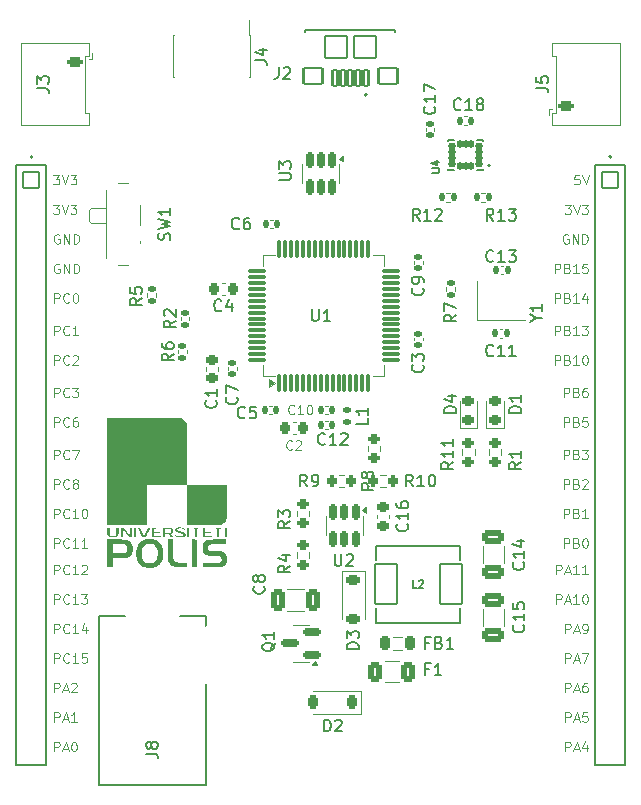
<source format=gto>
%TF.GenerationSoftware,KiCad,Pcbnew,8.0.5*%
%TF.CreationDate,2024-11-09T22:33:20+01:00*%
%TF.ProjectId,STM32 Development Board,53544d33-3220-4446-9576-656c6f706d65,rev?*%
%TF.SameCoordinates,Original*%
%TF.FileFunction,Legend,Top*%
%TF.FilePolarity,Positive*%
%FSLAX46Y46*%
G04 Gerber Fmt 4.6, Leading zero omitted, Abs format (unit mm)*
G04 Created by KiCad (PCBNEW 8.0.5) date 2024-11-09 22:33:20*
%MOMM*%
%LPD*%
G01*
G04 APERTURE LIST*
G04 Aperture macros list*
%AMRoundRect*
0 Rectangle with rounded corners*
0 $1 Rounding radius*
0 $2 $3 $4 $5 $6 $7 $8 $9 X,Y pos of 4 corners*
0 Add a 4 corners polygon primitive as box body*
4,1,4,$2,$3,$4,$5,$6,$7,$8,$9,$2,$3,0*
0 Add four circle primitives for the rounded corners*
1,1,$1+$1,$2,$3*
1,1,$1+$1,$4,$5*
1,1,$1+$1,$6,$7*
1,1,$1+$1,$8,$9*
0 Add four rect primitives between the rounded corners*
20,1,$1+$1,$2,$3,$4,$5,0*
20,1,$1+$1,$4,$5,$6,$7,0*
20,1,$1+$1,$6,$7,$8,$9,0*
20,1,$1+$1,$8,$9,$2,$3,0*%
G04 Aperture macros list end*
%ADD10C,0.100000*%
%ADD11C,0.150000*%
%ADD12C,0.127000*%
%ADD13C,0.200000*%
%ADD14C,0.120000*%
%ADD15C,0.000000*%
%ADD16RoundRect,0.102000X0.200000X0.675000X-0.200000X0.675000X-0.200000X-0.675000X0.200000X-0.675000X0*%
%ADD17RoundRect,0.102000X0.800000X0.700000X-0.800000X0.700000X-0.800000X-0.700000X0.800000X-0.700000X0*%
%ADD18RoundRect,0.102000X0.950000X0.950000X-0.950000X0.950000X-0.950000X-0.950000X0.950000X-0.950000X0*%
%ADD19O,1.104000X2.004000*%
%ADD20RoundRect,0.225000X0.250000X-0.225000X0.250000X0.225000X-0.250000X0.225000X-0.250000X-0.225000X0*%
%ADD21RoundRect,0.250000X0.650000X-0.325000X0.650000X0.325000X-0.650000X0.325000X-0.650000X-0.325000X0*%
%ADD22RoundRect,0.140000X-0.170000X0.140000X-0.170000X-0.140000X0.170000X-0.140000X0.170000X0.140000X0*%
%ADD23RoundRect,0.102000X0.237500X0.125000X-0.237500X0.125000X-0.237500X-0.125000X0.237500X-0.125000X0*%
%ADD24RoundRect,0.102000X0.125000X0.237500X-0.125000X0.237500X-0.125000X-0.237500X0.125000X-0.237500X0*%
%ADD25RoundRect,0.135000X-0.135000X-0.185000X0.135000X-0.185000X0.135000X0.185000X-0.135000X0.185000X0*%
%ADD26RoundRect,0.225000X0.225000X0.375000X-0.225000X0.375000X-0.225000X-0.375000X0.225000X-0.375000X0*%
%ADD27RoundRect,0.102000X-0.925000X-1.700000X0.925000X-1.700000X0.925000X1.700000X-0.925000X1.700000X0*%
%ADD28RoundRect,0.200000X-0.275000X0.200000X-0.275000X-0.200000X0.275000X-0.200000X0.275000X0.200000X0*%
%ADD29RoundRect,0.140000X0.140000X0.170000X-0.140000X0.170000X-0.140000X-0.170000X0.140000X-0.170000X0*%
%ADD30RoundRect,0.225000X-0.375000X0.225000X-0.375000X-0.225000X0.375000X-0.225000X0.375000X0.225000X0*%
%ADD31RoundRect,0.135000X0.135000X0.185000X-0.135000X0.185000X-0.135000X-0.185000X0.135000X-0.185000X0*%
%ADD32RoundRect,0.225000X0.225000X0.250000X-0.225000X0.250000X-0.225000X-0.250000X0.225000X-0.250000X0*%
%ADD33RoundRect,0.140000X0.170000X-0.140000X0.170000X0.140000X-0.170000X0.140000X-0.170000X-0.140000X0*%
%ADD34O,1.300000X0.800000*%
%ADD35RoundRect,0.200000X0.450000X-0.200000X0.450000X0.200000X-0.450000X0.200000X-0.450000X-0.200000X0*%
%ADD36RoundRect,0.200000X0.275000X-0.200000X0.275000X0.200000X-0.275000X0.200000X-0.275000X-0.200000X0*%
%ADD37R,1.400000X1.200000*%
%ADD38RoundRect,0.218750X-0.218750X-0.381250X0.218750X-0.381250X0.218750X0.381250X-0.218750X0.381250X0*%
%ADD39O,2.554000X4.904000*%
%ADD40O,4.204000X2.204000*%
%ADD41RoundRect,0.135000X-0.185000X0.135000X-0.185000X-0.135000X0.185000X-0.135000X0.185000X0.135000X0*%
%ADD42RoundRect,0.200000X-0.200000X-0.275000X0.200000X-0.275000X0.200000X0.275000X-0.200000X0.275000X0*%
%ADD43RoundRect,0.150000X-0.150000X0.512500X-0.150000X-0.512500X0.150000X-0.512500X0.150000X0.512500X0*%
%ADD44RoundRect,0.102000X-0.685000X0.685000X-0.685000X-0.685000X0.685000X-0.685000X0.685000X0.685000X0*%
%ADD45C,1.574000*%
%ADD46RoundRect,0.150000X0.587500X0.150000X-0.587500X0.150000X-0.587500X-0.150000X0.587500X-0.150000X0*%
%ADD47RoundRect,0.250000X0.325000X0.650000X-0.325000X0.650000X-0.325000X-0.650000X0.325000X-0.650000X0*%
%ADD48R,0.740000X2.400000*%
%ADD49RoundRect,0.250000X-0.650000X0.325000X-0.650000X-0.325000X0.650000X-0.325000X0.650000X0.325000X0*%
%ADD50RoundRect,0.225000X-0.250000X0.225000X-0.250000X-0.225000X0.250000X-0.225000X0.250000X0.225000X0*%
%ADD51R,0.800000X1.000000*%
%ADD52C,0.900000*%
%ADD53R,1.500000X0.700000*%
%ADD54RoundRect,0.218750X0.256250X-0.218750X0.256250X0.218750X-0.256250X0.218750X-0.256250X-0.218750X0*%
%ADD55RoundRect,0.250000X0.375000X0.625000X-0.375000X0.625000X-0.375000X-0.625000X0.375000X-0.625000X0*%
%ADD56RoundRect,0.135000X0.185000X-0.135000X0.185000X0.135000X-0.185000X0.135000X-0.185000X-0.135000X0*%
%ADD57RoundRect,0.140000X-0.140000X-0.170000X0.140000X-0.170000X0.140000X0.170000X-0.140000X0.170000X0*%
%ADD58RoundRect,0.200000X-0.450000X0.200000X-0.450000X-0.200000X0.450000X-0.200000X0.450000X0.200000X0*%
%ADD59RoundRect,0.075000X0.075000X-0.700000X0.075000X0.700000X-0.075000X0.700000X-0.075000X-0.700000X0*%
%ADD60RoundRect,0.075000X0.700000X-0.075000X0.700000X0.075000X-0.700000X0.075000X-0.700000X-0.075000X0*%
%ADD61RoundRect,0.147500X0.172500X-0.147500X0.172500X0.147500X-0.172500X0.147500X-0.172500X-0.147500X0*%
G04 APERTURE END LIST*
D10*
X75934836Y-83884990D02*
X75858646Y-83846895D01*
X75858646Y-83846895D02*
X75744360Y-83846895D01*
X75744360Y-83846895D02*
X75630074Y-83884990D01*
X75630074Y-83884990D02*
X75553884Y-83961180D01*
X75553884Y-83961180D02*
X75515789Y-84037371D01*
X75515789Y-84037371D02*
X75477693Y-84189752D01*
X75477693Y-84189752D02*
X75477693Y-84304038D01*
X75477693Y-84304038D02*
X75515789Y-84456419D01*
X75515789Y-84456419D02*
X75553884Y-84532609D01*
X75553884Y-84532609D02*
X75630074Y-84608800D01*
X75630074Y-84608800D02*
X75744360Y-84646895D01*
X75744360Y-84646895D02*
X75820551Y-84646895D01*
X75820551Y-84646895D02*
X75934836Y-84608800D01*
X75934836Y-84608800D02*
X75972932Y-84570704D01*
X75972932Y-84570704D02*
X75972932Y-84304038D01*
X75972932Y-84304038D02*
X75820551Y-84304038D01*
X76315789Y-84646895D02*
X76315789Y-83846895D01*
X76315789Y-83846895D02*
X76772932Y-84646895D01*
X76772932Y-84646895D02*
X76772932Y-83846895D01*
X77153884Y-84646895D02*
X77153884Y-83846895D01*
X77153884Y-83846895D02*
X77344360Y-83846895D01*
X77344360Y-83846895D02*
X77458646Y-83884990D01*
X77458646Y-83884990D02*
X77534836Y-83961180D01*
X77534836Y-83961180D02*
X77572931Y-84037371D01*
X77572931Y-84037371D02*
X77611027Y-84189752D01*
X77611027Y-84189752D02*
X77611027Y-84304038D01*
X77611027Y-84304038D02*
X77572931Y-84456419D01*
X77572931Y-84456419D02*
X77534836Y-84532609D01*
X77534836Y-84532609D02*
X77458646Y-84608800D01*
X77458646Y-84608800D02*
X77344360Y-84646895D01*
X77344360Y-84646895D02*
X77153884Y-84646895D01*
X74830074Y-87146895D02*
X74830074Y-86346895D01*
X74830074Y-86346895D02*
X75134836Y-86346895D01*
X75134836Y-86346895D02*
X75211026Y-86384990D01*
X75211026Y-86384990D02*
X75249121Y-86423085D01*
X75249121Y-86423085D02*
X75287217Y-86499276D01*
X75287217Y-86499276D02*
X75287217Y-86613561D01*
X75287217Y-86613561D02*
X75249121Y-86689752D01*
X75249121Y-86689752D02*
X75211026Y-86727847D01*
X75211026Y-86727847D02*
X75134836Y-86765942D01*
X75134836Y-86765942D02*
X74830074Y-86765942D01*
X75896740Y-86727847D02*
X76011026Y-86765942D01*
X76011026Y-86765942D02*
X76049121Y-86804038D01*
X76049121Y-86804038D02*
X76087217Y-86880228D01*
X76087217Y-86880228D02*
X76087217Y-86994514D01*
X76087217Y-86994514D02*
X76049121Y-87070704D01*
X76049121Y-87070704D02*
X76011026Y-87108800D01*
X76011026Y-87108800D02*
X75934836Y-87146895D01*
X75934836Y-87146895D02*
X75630074Y-87146895D01*
X75630074Y-87146895D02*
X75630074Y-86346895D01*
X75630074Y-86346895D02*
X75896740Y-86346895D01*
X75896740Y-86346895D02*
X75972931Y-86384990D01*
X75972931Y-86384990D02*
X76011026Y-86423085D01*
X76011026Y-86423085D02*
X76049121Y-86499276D01*
X76049121Y-86499276D02*
X76049121Y-86575466D01*
X76049121Y-86575466D02*
X76011026Y-86651657D01*
X76011026Y-86651657D02*
X75972931Y-86689752D01*
X75972931Y-86689752D02*
X75896740Y-86727847D01*
X75896740Y-86727847D02*
X75630074Y-86727847D01*
X76849121Y-87146895D02*
X76391978Y-87146895D01*
X76620550Y-87146895D02*
X76620550Y-86346895D01*
X76620550Y-86346895D02*
X76544359Y-86461180D01*
X76544359Y-86461180D02*
X76468169Y-86537371D01*
X76468169Y-86537371D02*
X76391978Y-86575466D01*
X77572931Y-86346895D02*
X77191979Y-86346895D01*
X77191979Y-86346895D02*
X77153883Y-86727847D01*
X77153883Y-86727847D02*
X77191979Y-86689752D01*
X77191979Y-86689752D02*
X77268169Y-86651657D01*
X77268169Y-86651657D02*
X77458645Y-86651657D01*
X77458645Y-86651657D02*
X77534836Y-86689752D01*
X77534836Y-86689752D02*
X77572931Y-86727847D01*
X77572931Y-86727847D02*
X77611026Y-86804038D01*
X77611026Y-86804038D02*
X77611026Y-86994514D01*
X77611026Y-86994514D02*
X77572931Y-87070704D01*
X77572931Y-87070704D02*
X77534836Y-87108800D01*
X77534836Y-87108800D02*
X77458645Y-87146895D01*
X77458645Y-87146895D02*
X77268169Y-87146895D01*
X77268169Y-87146895D02*
X77191979Y-87108800D01*
X77191979Y-87108800D02*
X77153883Y-87070704D01*
X76887217Y-78846895D02*
X76506265Y-78846895D01*
X76506265Y-78846895D02*
X76468169Y-79227847D01*
X76468169Y-79227847D02*
X76506265Y-79189752D01*
X76506265Y-79189752D02*
X76582455Y-79151657D01*
X76582455Y-79151657D02*
X76772931Y-79151657D01*
X76772931Y-79151657D02*
X76849122Y-79189752D01*
X76849122Y-79189752D02*
X76887217Y-79227847D01*
X76887217Y-79227847D02*
X76925312Y-79304038D01*
X76925312Y-79304038D02*
X76925312Y-79494514D01*
X76925312Y-79494514D02*
X76887217Y-79570704D01*
X76887217Y-79570704D02*
X76849122Y-79608800D01*
X76849122Y-79608800D02*
X76772931Y-79646895D01*
X76772931Y-79646895D02*
X76582455Y-79646895D01*
X76582455Y-79646895D02*
X76506265Y-79608800D01*
X76506265Y-79608800D02*
X76468169Y-79570704D01*
X77153884Y-78846895D02*
X77420551Y-79646895D01*
X77420551Y-79646895D02*
X77687217Y-78846895D01*
X75706265Y-125146895D02*
X75706265Y-124346895D01*
X75706265Y-124346895D02*
X76011027Y-124346895D01*
X76011027Y-124346895D02*
X76087217Y-124384990D01*
X76087217Y-124384990D02*
X76125312Y-124423085D01*
X76125312Y-124423085D02*
X76163408Y-124499276D01*
X76163408Y-124499276D02*
X76163408Y-124613561D01*
X76163408Y-124613561D02*
X76125312Y-124689752D01*
X76125312Y-124689752D02*
X76087217Y-124727847D01*
X76087217Y-124727847D02*
X76011027Y-124765942D01*
X76011027Y-124765942D02*
X75706265Y-124765942D01*
X76468169Y-124918323D02*
X76849122Y-124918323D01*
X76391979Y-125146895D02*
X76658646Y-124346895D01*
X76658646Y-124346895D02*
X76925312Y-125146895D01*
X77572931Y-124346895D02*
X77191979Y-124346895D01*
X77191979Y-124346895D02*
X77153883Y-124727847D01*
X77153883Y-124727847D02*
X77191979Y-124689752D01*
X77191979Y-124689752D02*
X77268169Y-124651657D01*
X77268169Y-124651657D02*
X77458645Y-124651657D01*
X77458645Y-124651657D02*
X77534836Y-124689752D01*
X77534836Y-124689752D02*
X77572931Y-124727847D01*
X77572931Y-124727847D02*
X77611026Y-124804038D01*
X77611026Y-124804038D02*
X77611026Y-124994514D01*
X77611026Y-124994514D02*
X77572931Y-125070704D01*
X77572931Y-125070704D02*
X77534836Y-125108800D01*
X77534836Y-125108800D02*
X77458645Y-125146895D01*
X77458645Y-125146895D02*
X77268169Y-125146895D01*
X77268169Y-125146895D02*
X77191979Y-125108800D01*
X77191979Y-125108800D02*
X77153883Y-125070704D01*
X75706265Y-127646895D02*
X75706265Y-126846895D01*
X75706265Y-126846895D02*
X76011027Y-126846895D01*
X76011027Y-126846895D02*
X76087217Y-126884990D01*
X76087217Y-126884990D02*
X76125312Y-126923085D01*
X76125312Y-126923085D02*
X76163408Y-126999276D01*
X76163408Y-126999276D02*
X76163408Y-127113561D01*
X76163408Y-127113561D02*
X76125312Y-127189752D01*
X76125312Y-127189752D02*
X76087217Y-127227847D01*
X76087217Y-127227847D02*
X76011027Y-127265942D01*
X76011027Y-127265942D02*
X75706265Y-127265942D01*
X76468169Y-127418323D02*
X76849122Y-127418323D01*
X76391979Y-127646895D02*
X76658646Y-126846895D01*
X76658646Y-126846895D02*
X76925312Y-127646895D01*
X77534836Y-127113561D02*
X77534836Y-127646895D01*
X77344360Y-126808800D02*
X77153883Y-127380228D01*
X77153883Y-127380228D02*
X77649122Y-127380228D01*
X75706265Y-122646895D02*
X75706265Y-121846895D01*
X75706265Y-121846895D02*
X76011027Y-121846895D01*
X76011027Y-121846895D02*
X76087217Y-121884990D01*
X76087217Y-121884990D02*
X76125312Y-121923085D01*
X76125312Y-121923085D02*
X76163408Y-121999276D01*
X76163408Y-121999276D02*
X76163408Y-122113561D01*
X76163408Y-122113561D02*
X76125312Y-122189752D01*
X76125312Y-122189752D02*
X76087217Y-122227847D01*
X76087217Y-122227847D02*
X76011027Y-122265942D01*
X76011027Y-122265942D02*
X75706265Y-122265942D01*
X76468169Y-122418323D02*
X76849122Y-122418323D01*
X76391979Y-122646895D02*
X76658646Y-121846895D01*
X76658646Y-121846895D02*
X76925312Y-122646895D01*
X77534836Y-121846895D02*
X77382455Y-121846895D01*
X77382455Y-121846895D02*
X77306264Y-121884990D01*
X77306264Y-121884990D02*
X77268169Y-121923085D01*
X77268169Y-121923085D02*
X77191979Y-122037371D01*
X77191979Y-122037371D02*
X77153883Y-122189752D01*
X77153883Y-122189752D02*
X77153883Y-122494514D01*
X77153883Y-122494514D02*
X77191979Y-122570704D01*
X77191979Y-122570704D02*
X77230074Y-122608800D01*
X77230074Y-122608800D02*
X77306264Y-122646895D01*
X77306264Y-122646895D02*
X77458645Y-122646895D01*
X77458645Y-122646895D02*
X77534836Y-122608800D01*
X77534836Y-122608800D02*
X77572931Y-122570704D01*
X77572931Y-122570704D02*
X77611026Y-122494514D01*
X77611026Y-122494514D02*
X77611026Y-122304038D01*
X77611026Y-122304038D02*
X77572931Y-122227847D01*
X77572931Y-122227847D02*
X77534836Y-122189752D01*
X77534836Y-122189752D02*
X77458645Y-122151657D01*
X77458645Y-122151657D02*
X77306264Y-122151657D01*
X77306264Y-122151657D02*
X77230074Y-122189752D01*
X77230074Y-122189752D02*
X77191979Y-122227847D01*
X77191979Y-122227847D02*
X77153883Y-122304038D01*
X74944360Y-115146895D02*
X74944360Y-114346895D01*
X74944360Y-114346895D02*
X75249122Y-114346895D01*
X75249122Y-114346895D02*
X75325312Y-114384990D01*
X75325312Y-114384990D02*
X75363407Y-114423085D01*
X75363407Y-114423085D02*
X75401503Y-114499276D01*
X75401503Y-114499276D02*
X75401503Y-114613561D01*
X75401503Y-114613561D02*
X75363407Y-114689752D01*
X75363407Y-114689752D02*
X75325312Y-114727847D01*
X75325312Y-114727847D02*
X75249122Y-114765942D01*
X75249122Y-114765942D02*
X74944360Y-114765942D01*
X75706264Y-114918323D02*
X76087217Y-114918323D01*
X75630074Y-115146895D02*
X75896741Y-114346895D01*
X75896741Y-114346895D02*
X76163407Y-115146895D01*
X76849121Y-115146895D02*
X76391978Y-115146895D01*
X76620550Y-115146895D02*
X76620550Y-114346895D01*
X76620550Y-114346895D02*
X76544359Y-114461180D01*
X76544359Y-114461180D02*
X76468169Y-114537371D01*
X76468169Y-114537371D02*
X76391978Y-114575466D01*
X77344360Y-114346895D02*
X77420550Y-114346895D01*
X77420550Y-114346895D02*
X77496741Y-114384990D01*
X77496741Y-114384990D02*
X77534836Y-114423085D01*
X77534836Y-114423085D02*
X77572931Y-114499276D01*
X77572931Y-114499276D02*
X77611026Y-114651657D01*
X77611026Y-114651657D02*
X77611026Y-114842133D01*
X77611026Y-114842133D02*
X77572931Y-114994514D01*
X77572931Y-114994514D02*
X77534836Y-115070704D01*
X77534836Y-115070704D02*
X77496741Y-115108800D01*
X77496741Y-115108800D02*
X77420550Y-115146895D01*
X77420550Y-115146895D02*
X77344360Y-115146895D01*
X77344360Y-115146895D02*
X77268169Y-115108800D01*
X77268169Y-115108800D02*
X77230074Y-115070704D01*
X77230074Y-115070704D02*
X77191979Y-114994514D01*
X77191979Y-114994514D02*
X77153883Y-114842133D01*
X77153883Y-114842133D02*
X77153883Y-114651657D01*
X77153883Y-114651657D02*
X77191979Y-114499276D01*
X77191979Y-114499276D02*
X77230074Y-114423085D01*
X77230074Y-114423085D02*
X77268169Y-114384990D01*
X77268169Y-114384990D02*
X77344360Y-114346895D01*
X75706265Y-117646895D02*
X75706265Y-116846895D01*
X75706265Y-116846895D02*
X76011027Y-116846895D01*
X76011027Y-116846895D02*
X76087217Y-116884990D01*
X76087217Y-116884990D02*
X76125312Y-116923085D01*
X76125312Y-116923085D02*
X76163408Y-116999276D01*
X76163408Y-116999276D02*
X76163408Y-117113561D01*
X76163408Y-117113561D02*
X76125312Y-117189752D01*
X76125312Y-117189752D02*
X76087217Y-117227847D01*
X76087217Y-117227847D02*
X76011027Y-117265942D01*
X76011027Y-117265942D02*
X75706265Y-117265942D01*
X76468169Y-117418323D02*
X76849122Y-117418323D01*
X76391979Y-117646895D02*
X76658646Y-116846895D01*
X76658646Y-116846895D02*
X76925312Y-117646895D01*
X77230074Y-117646895D02*
X77382455Y-117646895D01*
X77382455Y-117646895D02*
X77458645Y-117608800D01*
X77458645Y-117608800D02*
X77496741Y-117570704D01*
X77496741Y-117570704D02*
X77572931Y-117456419D01*
X77572931Y-117456419D02*
X77611026Y-117304038D01*
X77611026Y-117304038D02*
X77611026Y-116999276D01*
X77611026Y-116999276D02*
X77572931Y-116923085D01*
X77572931Y-116923085D02*
X77534836Y-116884990D01*
X77534836Y-116884990D02*
X77458645Y-116846895D01*
X77458645Y-116846895D02*
X77306264Y-116846895D01*
X77306264Y-116846895D02*
X77230074Y-116884990D01*
X77230074Y-116884990D02*
X77191979Y-116923085D01*
X77191979Y-116923085D02*
X77153883Y-116999276D01*
X77153883Y-116999276D02*
X77153883Y-117189752D01*
X77153883Y-117189752D02*
X77191979Y-117265942D01*
X77191979Y-117265942D02*
X77230074Y-117304038D01*
X77230074Y-117304038D02*
X77306264Y-117342133D01*
X77306264Y-117342133D02*
X77458645Y-117342133D01*
X77458645Y-117342133D02*
X77534836Y-117304038D01*
X77534836Y-117304038D02*
X77572931Y-117265942D01*
X77572931Y-117265942D02*
X77611026Y-117189752D01*
X75591979Y-107896895D02*
X75591979Y-107096895D01*
X75591979Y-107096895D02*
X75896741Y-107096895D01*
X75896741Y-107096895D02*
X75972931Y-107134990D01*
X75972931Y-107134990D02*
X76011026Y-107173085D01*
X76011026Y-107173085D02*
X76049122Y-107249276D01*
X76049122Y-107249276D02*
X76049122Y-107363561D01*
X76049122Y-107363561D02*
X76011026Y-107439752D01*
X76011026Y-107439752D02*
X75972931Y-107477847D01*
X75972931Y-107477847D02*
X75896741Y-107515942D01*
X75896741Y-107515942D02*
X75591979Y-107515942D01*
X76658645Y-107477847D02*
X76772931Y-107515942D01*
X76772931Y-107515942D02*
X76811026Y-107554038D01*
X76811026Y-107554038D02*
X76849122Y-107630228D01*
X76849122Y-107630228D02*
X76849122Y-107744514D01*
X76849122Y-107744514D02*
X76811026Y-107820704D01*
X76811026Y-107820704D02*
X76772931Y-107858800D01*
X76772931Y-107858800D02*
X76696741Y-107896895D01*
X76696741Y-107896895D02*
X76391979Y-107896895D01*
X76391979Y-107896895D02*
X76391979Y-107096895D01*
X76391979Y-107096895D02*
X76658645Y-107096895D01*
X76658645Y-107096895D02*
X76734836Y-107134990D01*
X76734836Y-107134990D02*
X76772931Y-107173085D01*
X76772931Y-107173085D02*
X76811026Y-107249276D01*
X76811026Y-107249276D02*
X76811026Y-107325466D01*
X76811026Y-107325466D02*
X76772931Y-107401657D01*
X76772931Y-107401657D02*
X76734836Y-107439752D01*
X76734836Y-107439752D02*
X76658645Y-107477847D01*
X76658645Y-107477847D02*
X76391979Y-107477847D01*
X77611026Y-107896895D02*
X77153883Y-107896895D01*
X77382455Y-107896895D02*
X77382455Y-107096895D01*
X77382455Y-107096895D02*
X77306264Y-107211180D01*
X77306264Y-107211180D02*
X77230074Y-107287371D01*
X77230074Y-107287371D02*
X77153883Y-107325466D01*
X74944360Y-112646895D02*
X74944360Y-111846895D01*
X74944360Y-111846895D02*
X75249122Y-111846895D01*
X75249122Y-111846895D02*
X75325312Y-111884990D01*
X75325312Y-111884990D02*
X75363407Y-111923085D01*
X75363407Y-111923085D02*
X75401503Y-111999276D01*
X75401503Y-111999276D02*
X75401503Y-112113561D01*
X75401503Y-112113561D02*
X75363407Y-112189752D01*
X75363407Y-112189752D02*
X75325312Y-112227847D01*
X75325312Y-112227847D02*
X75249122Y-112265942D01*
X75249122Y-112265942D02*
X74944360Y-112265942D01*
X75706264Y-112418323D02*
X76087217Y-112418323D01*
X75630074Y-112646895D02*
X75896741Y-111846895D01*
X75896741Y-111846895D02*
X76163407Y-112646895D01*
X76849121Y-112646895D02*
X76391978Y-112646895D01*
X76620550Y-112646895D02*
X76620550Y-111846895D01*
X76620550Y-111846895D02*
X76544359Y-111961180D01*
X76544359Y-111961180D02*
X76468169Y-112037371D01*
X76468169Y-112037371D02*
X76391978Y-112075466D01*
X77611026Y-112646895D02*
X77153883Y-112646895D01*
X77382455Y-112646895D02*
X77382455Y-111846895D01*
X77382455Y-111846895D02*
X77306264Y-111961180D01*
X77306264Y-111961180D02*
X77230074Y-112037371D01*
X77230074Y-112037371D02*
X77153883Y-112075466D01*
X75706265Y-120146895D02*
X75706265Y-119346895D01*
X75706265Y-119346895D02*
X76011027Y-119346895D01*
X76011027Y-119346895D02*
X76087217Y-119384990D01*
X76087217Y-119384990D02*
X76125312Y-119423085D01*
X76125312Y-119423085D02*
X76163408Y-119499276D01*
X76163408Y-119499276D02*
X76163408Y-119613561D01*
X76163408Y-119613561D02*
X76125312Y-119689752D01*
X76125312Y-119689752D02*
X76087217Y-119727847D01*
X76087217Y-119727847D02*
X76011027Y-119765942D01*
X76011027Y-119765942D02*
X75706265Y-119765942D01*
X76468169Y-119918323D02*
X76849122Y-119918323D01*
X76391979Y-120146895D02*
X76658646Y-119346895D01*
X76658646Y-119346895D02*
X76925312Y-120146895D01*
X77115788Y-119346895D02*
X77649122Y-119346895D01*
X77649122Y-119346895D02*
X77306264Y-120146895D01*
X75591979Y-102896895D02*
X75591979Y-102096895D01*
X75591979Y-102096895D02*
X75896741Y-102096895D01*
X75896741Y-102096895D02*
X75972931Y-102134990D01*
X75972931Y-102134990D02*
X76011026Y-102173085D01*
X76011026Y-102173085D02*
X76049122Y-102249276D01*
X76049122Y-102249276D02*
X76049122Y-102363561D01*
X76049122Y-102363561D02*
X76011026Y-102439752D01*
X76011026Y-102439752D02*
X75972931Y-102477847D01*
X75972931Y-102477847D02*
X75896741Y-102515942D01*
X75896741Y-102515942D02*
X75591979Y-102515942D01*
X76658645Y-102477847D02*
X76772931Y-102515942D01*
X76772931Y-102515942D02*
X76811026Y-102554038D01*
X76811026Y-102554038D02*
X76849122Y-102630228D01*
X76849122Y-102630228D02*
X76849122Y-102744514D01*
X76849122Y-102744514D02*
X76811026Y-102820704D01*
X76811026Y-102820704D02*
X76772931Y-102858800D01*
X76772931Y-102858800D02*
X76696741Y-102896895D01*
X76696741Y-102896895D02*
X76391979Y-102896895D01*
X76391979Y-102896895D02*
X76391979Y-102096895D01*
X76391979Y-102096895D02*
X76658645Y-102096895D01*
X76658645Y-102096895D02*
X76734836Y-102134990D01*
X76734836Y-102134990D02*
X76772931Y-102173085D01*
X76772931Y-102173085D02*
X76811026Y-102249276D01*
X76811026Y-102249276D02*
X76811026Y-102325466D01*
X76811026Y-102325466D02*
X76772931Y-102401657D01*
X76772931Y-102401657D02*
X76734836Y-102439752D01*
X76734836Y-102439752D02*
X76658645Y-102477847D01*
X76658645Y-102477847D02*
X76391979Y-102477847D01*
X77115788Y-102096895D02*
X77611026Y-102096895D01*
X77611026Y-102096895D02*
X77344360Y-102401657D01*
X77344360Y-102401657D02*
X77458645Y-102401657D01*
X77458645Y-102401657D02*
X77534836Y-102439752D01*
X77534836Y-102439752D02*
X77572931Y-102477847D01*
X77572931Y-102477847D02*
X77611026Y-102554038D01*
X77611026Y-102554038D02*
X77611026Y-102744514D01*
X77611026Y-102744514D02*
X77572931Y-102820704D01*
X77572931Y-102820704D02*
X77534836Y-102858800D01*
X77534836Y-102858800D02*
X77458645Y-102896895D01*
X77458645Y-102896895D02*
X77230074Y-102896895D01*
X77230074Y-102896895D02*
X77153883Y-102858800D01*
X77153883Y-102858800D02*
X77115788Y-102820704D01*
X75591979Y-105396895D02*
X75591979Y-104596895D01*
X75591979Y-104596895D02*
X75896741Y-104596895D01*
X75896741Y-104596895D02*
X75972931Y-104634990D01*
X75972931Y-104634990D02*
X76011026Y-104673085D01*
X76011026Y-104673085D02*
X76049122Y-104749276D01*
X76049122Y-104749276D02*
X76049122Y-104863561D01*
X76049122Y-104863561D02*
X76011026Y-104939752D01*
X76011026Y-104939752D02*
X75972931Y-104977847D01*
X75972931Y-104977847D02*
X75896741Y-105015942D01*
X75896741Y-105015942D02*
X75591979Y-105015942D01*
X76658645Y-104977847D02*
X76772931Y-105015942D01*
X76772931Y-105015942D02*
X76811026Y-105054038D01*
X76811026Y-105054038D02*
X76849122Y-105130228D01*
X76849122Y-105130228D02*
X76849122Y-105244514D01*
X76849122Y-105244514D02*
X76811026Y-105320704D01*
X76811026Y-105320704D02*
X76772931Y-105358800D01*
X76772931Y-105358800D02*
X76696741Y-105396895D01*
X76696741Y-105396895D02*
X76391979Y-105396895D01*
X76391979Y-105396895D02*
X76391979Y-104596895D01*
X76391979Y-104596895D02*
X76658645Y-104596895D01*
X76658645Y-104596895D02*
X76734836Y-104634990D01*
X76734836Y-104634990D02*
X76772931Y-104673085D01*
X76772931Y-104673085D02*
X76811026Y-104749276D01*
X76811026Y-104749276D02*
X76811026Y-104825466D01*
X76811026Y-104825466D02*
X76772931Y-104901657D01*
X76772931Y-104901657D02*
X76734836Y-104939752D01*
X76734836Y-104939752D02*
X76658645Y-104977847D01*
X76658645Y-104977847D02*
X76391979Y-104977847D01*
X77153883Y-104673085D02*
X77191979Y-104634990D01*
X77191979Y-104634990D02*
X77268169Y-104596895D01*
X77268169Y-104596895D02*
X77458645Y-104596895D01*
X77458645Y-104596895D02*
X77534836Y-104634990D01*
X77534836Y-104634990D02*
X77572931Y-104673085D01*
X77572931Y-104673085D02*
X77611026Y-104749276D01*
X77611026Y-104749276D02*
X77611026Y-104825466D01*
X77611026Y-104825466D02*
X77572931Y-104939752D01*
X77572931Y-104939752D02*
X77115788Y-105396895D01*
X77115788Y-105396895D02*
X77611026Y-105396895D01*
X75591979Y-100146895D02*
X75591979Y-99346895D01*
X75591979Y-99346895D02*
X75896741Y-99346895D01*
X75896741Y-99346895D02*
X75972931Y-99384990D01*
X75972931Y-99384990D02*
X76011026Y-99423085D01*
X76011026Y-99423085D02*
X76049122Y-99499276D01*
X76049122Y-99499276D02*
X76049122Y-99613561D01*
X76049122Y-99613561D02*
X76011026Y-99689752D01*
X76011026Y-99689752D02*
X75972931Y-99727847D01*
X75972931Y-99727847D02*
X75896741Y-99765942D01*
X75896741Y-99765942D02*
X75591979Y-99765942D01*
X76658645Y-99727847D02*
X76772931Y-99765942D01*
X76772931Y-99765942D02*
X76811026Y-99804038D01*
X76811026Y-99804038D02*
X76849122Y-99880228D01*
X76849122Y-99880228D02*
X76849122Y-99994514D01*
X76849122Y-99994514D02*
X76811026Y-100070704D01*
X76811026Y-100070704D02*
X76772931Y-100108800D01*
X76772931Y-100108800D02*
X76696741Y-100146895D01*
X76696741Y-100146895D02*
X76391979Y-100146895D01*
X76391979Y-100146895D02*
X76391979Y-99346895D01*
X76391979Y-99346895D02*
X76658645Y-99346895D01*
X76658645Y-99346895D02*
X76734836Y-99384990D01*
X76734836Y-99384990D02*
X76772931Y-99423085D01*
X76772931Y-99423085D02*
X76811026Y-99499276D01*
X76811026Y-99499276D02*
X76811026Y-99575466D01*
X76811026Y-99575466D02*
X76772931Y-99651657D01*
X76772931Y-99651657D02*
X76734836Y-99689752D01*
X76734836Y-99689752D02*
X76658645Y-99727847D01*
X76658645Y-99727847D02*
X76391979Y-99727847D01*
X77572931Y-99346895D02*
X77191979Y-99346895D01*
X77191979Y-99346895D02*
X77153883Y-99727847D01*
X77153883Y-99727847D02*
X77191979Y-99689752D01*
X77191979Y-99689752D02*
X77268169Y-99651657D01*
X77268169Y-99651657D02*
X77458645Y-99651657D01*
X77458645Y-99651657D02*
X77534836Y-99689752D01*
X77534836Y-99689752D02*
X77572931Y-99727847D01*
X77572931Y-99727847D02*
X77611026Y-99804038D01*
X77611026Y-99804038D02*
X77611026Y-99994514D01*
X77611026Y-99994514D02*
X77572931Y-100070704D01*
X77572931Y-100070704D02*
X77534836Y-100108800D01*
X77534836Y-100108800D02*
X77458645Y-100146895D01*
X77458645Y-100146895D02*
X77268169Y-100146895D01*
X77268169Y-100146895D02*
X77191979Y-100108800D01*
X77191979Y-100108800D02*
X77153883Y-100070704D01*
X74830074Y-92396895D02*
X74830074Y-91596895D01*
X74830074Y-91596895D02*
X75134836Y-91596895D01*
X75134836Y-91596895D02*
X75211026Y-91634990D01*
X75211026Y-91634990D02*
X75249121Y-91673085D01*
X75249121Y-91673085D02*
X75287217Y-91749276D01*
X75287217Y-91749276D02*
X75287217Y-91863561D01*
X75287217Y-91863561D02*
X75249121Y-91939752D01*
X75249121Y-91939752D02*
X75211026Y-91977847D01*
X75211026Y-91977847D02*
X75134836Y-92015942D01*
X75134836Y-92015942D02*
X74830074Y-92015942D01*
X75896740Y-91977847D02*
X76011026Y-92015942D01*
X76011026Y-92015942D02*
X76049121Y-92054038D01*
X76049121Y-92054038D02*
X76087217Y-92130228D01*
X76087217Y-92130228D02*
X76087217Y-92244514D01*
X76087217Y-92244514D02*
X76049121Y-92320704D01*
X76049121Y-92320704D02*
X76011026Y-92358800D01*
X76011026Y-92358800D02*
X75934836Y-92396895D01*
X75934836Y-92396895D02*
X75630074Y-92396895D01*
X75630074Y-92396895D02*
X75630074Y-91596895D01*
X75630074Y-91596895D02*
X75896740Y-91596895D01*
X75896740Y-91596895D02*
X75972931Y-91634990D01*
X75972931Y-91634990D02*
X76011026Y-91673085D01*
X76011026Y-91673085D02*
X76049121Y-91749276D01*
X76049121Y-91749276D02*
X76049121Y-91825466D01*
X76049121Y-91825466D02*
X76011026Y-91901657D01*
X76011026Y-91901657D02*
X75972931Y-91939752D01*
X75972931Y-91939752D02*
X75896740Y-91977847D01*
X75896740Y-91977847D02*
X75630074Y-91977847D01*
X76849121Y-92396895D02*
X76391978Y-92396895D01*
X76620550Y-92396895D02*
X76620550Y-91596895D01*
X76620550Y-91596895D02*
X76544359Y-91711180D01*
X76544359Y-91711180D02*
X76468169Y-91787371D01*
X76468169Y-91787371D02*
X76391978Y-91825466D01*
X77115788Y-91596895D02*
X77611026Y-91596895D01*
X77611026Y-91596895D02*
X77344360Y-91901657D01*
X77344360Y-91901657D02*
X77458645Y-91901657D01*
X77458645Y-91901657D02*
X77534836Y-91939752D01*
X77534836Y-91939752D02*
X77572931Y-91977847D01*
X77572931Y-91977847D02*
X77611026Y-92054038D01*
X77611026Y-92054038D02*
X77611026Y-92244514D01*
X77611026Y-92244514D02*
X77572931Y-92320704D01*
X77572931Y-92320704D02*
X77534836Y-92358800D01*
X77534836Y-92358800D02*
X77458645Y-92396895D01*
X77458645Y-92396895D02*
X77230074Y-92396895D01*
X77230074Y-92396895D02*
X77153883Y-92358800D01*
X77153883Y-92358800D02*
X77115788Y-92320704D01*
X75591979Y-110396895D02*
X75591979Y-109596895D01*
X75591979Y-109596895D02*
X75896741Y-109596895D01*
X75896741Y-109596895D02*
X75972931Y-109634990D01*
X75972931Y-109634990D02*
X76011026Y-109673085D01*
X76011026Y-109673085D02*
X76049122Y-109749276D01*
X76049122Y-109749276D02*
X76049122Y-109863561D01*
X76049122Y-109863561D02*
X76011026Y-109939752D01*
X76011026Y-109939752D02*
X75972931Y-109977847D01*
X75972931Y-109977847D02*
X75896741Y-110015942D01*
X75896741Y-110015942D02*
X75591979Y-110015942D01*
X76658645Y-109977847D02*
X76772931Y-110015942D01*
X76772931Y-110015942D02*
X76811026Y-110054038D01*
X76811026Y-110054038D02*
X76849122Y-110130228D01*
X76849122Y-110130228D02*
X76849122Y-110244514D01*
X76849122Y-110244514D02*
X76811026Y-110320704D01*
X76811026Y-110320704D02*
X76772931Y-110358800D01*
X76772931Y-110358800D02*
X76696741Y-110396895D01*
X76696741Y-110396895D02*
X76391979Y-110396895D01*
X76391979Y-110396895D02*
X76391979Y-109596895D01*
X76391979Y-109596895D02*
X76658645Y-109596895D01*
X76658645Y-109596895D02*
X76734836Y-109634990D01*
X76734836Y-109634990D02*
X76772931Y-109673085D01*
X76772931Y-109673085D02*
X76811026Y-109749276D01*
X76811026Y-109749276D02*
X76811026Y-109825466D01*
X76811026Y-109825466D02*
X76772931Y-109901657D01*
X76772931Y-109901657D02*
X76734836Y-109939752D01*
X76734836Y-109939752D02*
X76658645Y-109977847D01*
X76658645Y-109977847D02*
X76391979Y-109977847D01*
X77344360Y-109596895D02*
X77420550Y-109596895D01*
X77420550Y-109596895D02*
X77496741Y-109634990D01*
X77496741Y-109634990D02*
X77534836Y-109673085D01*
X77534836Y-109673085D02*
X77572931Y-109749276D01*
X77572931Y-109749276D02*
X77611026Y-109901657D01*
X77611026Y-109901657D02*
X77611026Y-110092133D01*
X77611026Y-110092133D02*
X77572931Y-110244514D01*
X77572931Y-110244514D02*
X77534836Y-110320704D01*
X77534836Y-110320704D02*
X77496741Y-110358800D01*
X77496741Y-110358800D02*
X77420550Y-110396895D01*
X77420550Y-110396895D02*
X77344360Y-110396895D01*
X77344360Y-110396895D02*
X77268169Y-110358800D01*
X77268169Y-110358800D02*
X77230074Y-110320704D01*
X77230074Y-110320704D02*
X77191979Y-110244514D01*
X77191979Y-110244514D02*
X77153883Y-110092133D01*
X77153883Y-110092133D02*
X77153883Y-109901657D01*
X77153883Y-109901657D02*
X77191979Y-109749276D01*
X77191979Y-109749276D02*
X77230074Y-109673085D01*
X77230074Y-109673085D02*
X77268169Y-109634990D01*
X77268169Y-109634990D02*
X77344360Y-109596895D01*
X74830074Y-94896895D02*
X74830074Y-94096895D01*
X74830074Y-94096895D02*
X75134836Y-94096895D01*
X75134836Y-94096895D02*
X75211026Y-94134990D01*
X75211026Y-94134990D02*
X75249121Y-94173085D01*
X75249121Y-94173085D02*
X75287217Y-94249276D01*
X75287217Y-94249276D02*
X75287217Y-94363561D01*
X75287217Y-94363561D02*
X75249121Y-94439752D01*
X75249121Y-94439752D02*
X75211026Y-94477847D01*
X75211026Y-94477847D02*
X75134836Y-94515942D01*
X75134836Y-94515942D02*
X74830074Y-94515942D01*
X75896740Y-94477847D02*
X76011026Y-94515942D01*
X76011026Y-94515942D02*
X76049121Y-94554038D01*
X76049121Y-94554038D02*
X76087217Y-94630228D01*
X76087217Y-94630228D02*
X76087217Y-94744514D01*
X76087217Y-94744514D02*
X76049121Y-94820704D01*
X76049121Y-94820704D02*
X76011026Y-94858800D01*
X76011026Y-94858800D02*
X75934836Y-94896895D01*
X75934836Y-94896895D02*
X75630074Y-94896895D01*
X75630074Y-94896895D02*
X75630074Y-94096895D01*
X75630074Y-94096895D02*
X75896740Y-94096895D01*
X75896740Y-94096895D02*
X75972931Y-94134990D01*
X75972931Y-94134990D02*
X76011026Y-94173085D01*
X76011026Y-94173085D02*
X76049121Y-94249276D01*
X76049121Y-94249276D02*
X76049121Y-94325466D01*
X76049121Y-94325466D02*
X76011026Y-94401657D01*
X76011026Y-94401657D02*
X75972931Y-94439752D01*
X75972931Y-94439752D02*
X75896740Y-94477847D01*
X75896740Y-94477847D02*
X75630074Y-94477847D01*
X76849121Y-94896895D02*
X76391978Y-94896895D01*
X76620550Y-94896895D02*
X76620550Y-94096895D01*
X76620550Y-94096895D02*
X76544359Y-94211180D01*
X76544359Y-94211180D02*
X76468169Y-94287371D01*
X76468169Y-94287371D02*
X76391978Y-94325466D01*
X77344360Y-94096895D02*
X77420550Y-94096895D01*
X77420550Y-94096895D02*
X77496741Y-94134990D01*
X77496741Y-94134990D02*
X77534836Y-94173085D01*
X77534836Y-94173085D02*
X77572931Y-94249276D01*
X77572931Y-94249276D02*
X77611026Y-94401657D01*
X77611026Y-94401657D02*
X77611026Y-94592133D01*
X77611026Y-94592133D02*
X77572931Y-94744514D01*
X77572931Y-94744514D02*
X77534836Y-94820704D01*
X77534836Y-94820704D02*
X77496741Y-94858800D01*
X77496741Y-94858800D02*
X77420550Y-94896895D01*
X77420550Y-94896895D02*
X77344360Y-94896895D01*
X77344360Y-94896895D02*
X77268169Y-94858800D01*
X77268169Y-94858800D02*
X77230074Y-94820704D01*
X77230074Y-94820704D02*
X77191979Y-94744514D01*
X77191979Y-94744514D02*
X77153883Y-94592133D01*
X77153883Y-94592133D02*
X77153883Y-94401657D01*
X77153883Y-94401657D02*
X77191979Y-94249276D01*
X77191979Y-94249276D02*
X77230074Y-94173085D01*
X77230074Y-94173085D02*
X77268169Y-94134990D01*
X77268169Y-94134990D02*
X77344360Y-94096895D01*
X75591979Y-97646895D02*
X75591979Y-96846895D01*
X75591979Y-96846895D02*
X75896741Y-96846895D01*
X75896741Y-96846895D02*
X75972931Y-96884990D01*
X75972931Y-96884990D02*
X76011026Y-96923085D01*
X76011026Y-96923085D02*
X76049122Y-96999276D01*
X76049122Y-96999276D02*
X76049122Y-97113561D01*
X76049122Y-97113561D02*
X76011026Y-97189752D01*
X76011026Y-97189752D02*
X75972931Y-97227847D01*
X75972931Y-97227847D02*
X75896741Y-97265942D01*
X75896741Y-97265942D02*
X75591979Y-97265942D01*
X76658645Y-97227847D02*
X76772931Y-97265942D01*
X76772931Y-97265942D02*
X76811026Y-97304038D01*
X76811026Y-97304038D02*
X76849122Y-97380228D01*
X76849122Y-97380228D02*
X76849122Y-97494514D01*
X76849122Y-97494514D02*
X76811026Y-97570704D01*
X76811026Y-97570704D02*
X76772931Y-97608800D01*
X76772931Y-97608800D02*
X76696741Y-97646895D01*
X76696741Y-97646895D02*
X76391979Y-97646895D01*
X76391979Y-97646895D02*
X76391979Y-96846895D01*
X76391979Y-96846895D02*
X76658645Y-96846895D01*
X76658645Y-96846895D02*
X76734836Y-96884990D01*
X76734836Y-96884990D02*
X76772931Y-96923085D01*
X76772931Y-96923085D02*
X76811026Y-96999276D01*
X76811026Y-96999276D02*
X76811026Y-97075466D01*
X76811026Y-97075466D02*
X76772931Y-97151657D01*
X76772931Y-97151657D02*
X76734836Y-97189752D01*
X76734836Y-97189752D02*
X76658645Y-97227847D01*
X76658645Y-97227847D02*
X76391979Y-97227847D01*
X77534836Y-96846895D02*
X77382455Y-96846895D01*
X77382455Y-96846895D02*
X77306264Y-96884990D01*
X77306264Y-96884990D02*
X77268169Y-96923085D01*
X77268169Y-96923085D02*
X77191979Y-97037371D01*
X77191979Y-97037371D02*
X77153883Y-97189752D01*
X77153883Y-97189752D02*
X77153883Y-97494514D01*
X77153883Y-97494514D02*
X77191979Y-97570704D01*
X77191979Y-97570704D02*
X77230074Y-97608800D01*
X77230074Y-97608800D02*
X77306264Y-97646895D01*
X77306264Y-97646895D02*
X77458645Y-97646895D01*
X77458645Y-97646895D02*
X77534836Y-97608800D01*
X77534836Y-97608800D02*
X77572931Y-97570704D01*
X77572931Y-97570704D02*
X77611026Y-97494514D01*
X77611026Y-97494514D02*
X77611026Y-97304038D01*
X77611026Y-97304038D02*
X77572931Y-97227847D01*
X77572931Y-97227847D02*
X77534836Y-97189752D01*
X77534836Y-97189752D02*
X77458645Y-97151657D01*
X77458645Y-97151657D02*
X77306264Y-97151657D01*
X77306264Y-97151657D02*
X77230074Y-97189752D01*
X77230074Y-97189752D02*
X77191979Y-97227847D01*
X77191979Y-97227847D02*
X77153883Y-97304038D01*
X75668169Y-81346895D02*
X76163407Y-81346895D01*
X76163407Y-81346895D02*
X75896741Y-81651657D01*
X75896741Y-81651657D02*
X76011026Y-81651657D01*
X76011026Y-81651657D02*
X76087217Y-81689752D01*
X76087217Y-81689752D02*
X76125312Y-81727847D01*
X76125312Y-81727847D02*
X76163407Y-81804038D01*
X76163407Y-81804038D02*
X76163407Y-81994514D01*
X76163407Y-81994514D02*
X76125312Y-82070704D01*
X76125312Y-82070704D02*
X76087217Y-82108800D01*
X76087217Y-82108800D02*
X76011026Y-82146895D01*
X76011026Y-82146895D02*
X75782455Y-82146895D01*
X75782455Y-82146895D02*
X75706264Y-82108800D01*
X75706264Y-82108800D02*
X75668169Y-82070704D01*
X76391979Y-81346895D02*
X76658646Y-82146895D01*
X76658646Y-82146895D02*
X76925312Y-81346895D01*
X77115788Y-81346895D02*
X77611026Y-81346895D01*
X77611026Y-81346895D02*
X77344360Y-81651657D01*
X77344360Y-81651657D02*
X77458645Y-81651657D01*
X77458645Y-81651657D02*
X77534836Y-81689752D01*
X77534836Y-81689752D02*
X77572931Y-81727847D01*
X77572931Y-81727847D02*
X77611026Y-81804038D01*
X77611026Y-81804038D02*
X77611026Y-81994514D01*
X77611026Y-81994514D02*
X77572931Y-82070704D01*
X77572931Y-82070704D02*
X77534836Y-82108800D01*
X77534836Y-82108800D02*
X77458645Y-82146895D01*
X77458645Y-82146895D02*
X77230074Y-82146895D01*
X77230074Y-82146895D02*
X77153883Y-82108800D01*
X77153883Y-82108800D02*
X77115788Y-82070704D01*
X74830074Y-89646895D02*
X74830074Y-88846895D01*
X74830074Y-88846895D02*
X75134836Y-88846895D01*
X75134836Y-88846895D02*
X75211026Y-88884990D01*
X75211026Y-88884990D02*
X75249121Y-88923085D01*
X75249121Y-88923085D02*
X75287217Y-88999276D01*
X75287217Y-88999276D02*
X75287217Y-89113561D01*
X75287217Y-89113561D02*
X75249121Y-89189752D01*
X75249121Y-89189752D02*
X75211026Y-89227847D01*
X75211026Y-89227847D02*
X75134836Y-89265942D01*
X75134836Y-89265942D02*
X74830074Y-89265942D01*
X75896740Y-89227847D02*
X76011026Y-89265942D01*
X76011026Y-89265942D02*
X76049121Y-89304038D01*
X76049121Y-89304038D02*
X76087217Y-89380228D01*
X76087217Y-89380228D02*
X76087217Y-89494514D01*
X76087217Y-89494514D02*
X76049121Y-89570704D01*
X76049121Y-89570704D02*
X76011026Y-89608800D01*
X76011026Y-89608800D02*
X75934836Y-89646895D01*
X75934836Y-89646895D02*
X75630074Y-89646895D01*
X75630074Y-89646895D02*
X75630074Y-88846895D01*
X75630074Y-88846895D02*
X75896740Y-88846895D01*
X75896740Y-88846895D02*
X75972931Y-88884990D01*
X75972931Y-88884990D02*
X76011026Y-88923085D01*
X76011026Y-88923085D02*
X76049121Y-88999276D01*
X76049121Y-88999276D02*
X76049121Y-89075466D01*
X76049121Y-89075466D02*
X76011026Y-89151657D01*
X76011026Y-89151657D02*
X75972931Y-89189752D01*
X75972931Y-89189752D02*
X75896740Y-89227847D01*
X75896740Y-89227847D02*
X75630074Y-89227847D01*
X76849121Y-89646895D02*
X76391978Y-89646895D01*
X76620550Y-89646895D02*
X76620550Y-88846895D01*
X76620550Y-88846895D02*
X76544359Y-88961180D01*
X76544359Y-88961180D02*
X76468169Y-89037371D01*
X76468169Y-89037371D02*
X76391978Y-89075466D01*
X77534836Y-89113561D02*
X77534836Y-89646895D01*
X77344360Y-88808800D02*
X77153883Y-89380228D01*
X77153883Y-89380228D02*
X77649122Y-89380228D01*
X32434082Y-127646895D02*
X32434082Y-126846895D01*
X32434082Y-126846895D02*
X32738844Y-126846895D01*
X32738844Y-126846895D02*
X32815034Y-126884990D01*
X32815034Y-126884990D02*
X32853129Y-126923085D01*
X32853129Y-126923085D02*
X32891225Y-126999276D01*
X32891225Y-126999276D02*
X32891225Y-127113561D01*
X32891225Y-127113561D02*
X32853129Y-127189752D01*
X32853129Y-127189752D02*
X32815034Y-127227847D01*
X32815034Y-127227847D02*
X32738844Y-127265942D01*
X32738844Y-127265942D02*
X32434082Y-127265942D01*
X33195986Y-127418323D02*
X33576939Y-127418323D01*
X33119796Y-127646895D02*
X33386463Y-126846895D01*
X33386463Y-126846895D02*
X33653129Y-127646895D01*
X34072177Y-126846895D02*
X34148367Y-126846895D01*
X34148367Y-126846895D02*
X34224558Y-126884990D01*
X34224558Y-126884990D02*
X34262653Y-126923085D01*
X34262653Y-126923085D02*
X34300748Y-126999276D01*
X34300748Y-126999276D02*
X34338843Y-127151657D01*
X34338843Y-127151657D02*
X34338843Y-127342133D01*
X34338843Y-127342133D02*
X34300748Y-127494514D01*
X34300748Y-127494514D02*
X34262653Y-127570704D01*
X34262653Y-127570704D02*
X34224558Y-127608800D01*
X34224558Y-127608800D02*
X34148367Y-127646895D01*
X34148367Y-127646895D02*
X34072177Y-127646895D01*
X34072177Y-127646895D02*
X33995986Y-127608800D01*
X33995986Y-127608800D02*
X33957891Y-127570704D01*
X33957891Y-127570704D02*
X33919796Y-127494514D01*
X33919796Y-127494514D02*
X33881700Y-127342133D01*
X33881700Y-127342133D02*
X33881700Y-127151657D01*
X33881700Y-127151657D02*
X33919796Y-126999276D01*
X33919796Y-126999276D02*
X33957891Y-126923085D01*
X33957891Y-126923085D02*
X33995986Y-126884990D01*
X33995986Y-126884990D02*
X34072177Y-126846895D01*
X32434082Y-125146895D02*
X32434082Y-124346895D01*
X32434082Y-124346895D02*
X32738844Y-124346895D01*
X32738844Y-124346895D02*
X32815034Y-124384990D01*
X32815034Y-124384990D02*
X32853129Y-124423085D01*
X32853129Y-124423085D02*
X32891225Y-124499276D01*
X32891225Y-124499276D02*
X32891225Y-124613561D01*
X32891225Y-124613561D02*
X32853129Y-124689752D01*
X32853129Y-124689752D02*
X32815034Y-124727847D01*
X32815034Y-124727847D02*
X32738844Y-124765942D01*
X32738844Y-124765942D02*
X32434082Y-124765942D01*
X33195986Y-124918323D02*
X33576939Y-124918323D01*
X33119796Y-125146895D02*
X33386463Y-124346895D01*
X33386463Y-124346895D02*
X33653129Y-125146895D01*
X34338843Y-125146895D02*
X33881700Y-125146895D01*
X34110272Y-125146895D02*
X34110272Y-124346895D01*
X34110272Y-124346895D02*
X34034081Y-124461180D01*
X34034081Y-124461180D02*
X33957891Y-124537371D01*
X33957891Y-124537371D02*
X33881700Y-124575466D01*
X32434082Y-122646895D02*
X32434082Y-121846895D01*
X32434082Y-121846895D02*
X32738844Y-121846895D01*
X32738844Y-121846895D02*
X32815034Y-121884990D01*
X32815034Y-121884990D02*
X32853129Y-121923085D01*
X32853129Y-121923085D02*
X32891225Y-121999276D01*
X32891225Y-121999276D02*
X32891225Y-122113561D01*
X32891225Y-122113561D02*
X32853129Y-122189752D01*
X32853129Y-122189752D02*
X32815034Y-122227847D01*
X32815034Y-122227847D02*
X32738844Y-122265942D01*
X32738844Y-122265942D02*
X32434082Y-122265942D01*
X33195986Y-122418323D02*
X33576939Y-122418323D01*
X33119796Y-122646895D02*
X33386463Y-121846895D01*
X33386463Y-121846895D02*
X33653129Y-122646895D01*
X33881700Y-121923085D02*
X33919796Y-121884990D01*
X33919796Y-121884990D02*
X33995986Y-121846895D01*
X33995986Y-121846895D02*
X34186462Y-121846895D01*
X34186462Y-121846895D02*
X34262653Y-121884990D01*
X34262653Y-121884990D02*
X34300748Y-121923085D01*
X34300748Y-121923085D02*
X34338843Y-121999276D01*
X34338843Y-121999276D02*
X34338843Y-122075466D01*
X34338843Y-122075466D02*
X34300748Y-122189752D01*
X34300748Y-122189752D02*
X33843605Y-122646895D01*
X33843605Y-122646895D02*
X34338843Y-122646895D01*
X32434082Y-120146895D02*
X32434082Y-119346895D01*
X32434082Y-119346895D02*
X32738844Y-119346895D01*
X32738844Y-119346895D02*
X32815034Y-119384990D01*
X32815034Y-119384990D02*
X32853129Y-119423085D01*
X32853129Y-119423085D02*
X32891225Y-119499276D01*
X32891225Y-119499276D02*
X32891225Y-119613561D01*
X32891225Y-119613561D02*
X32853129Y-119689752D01*
X32853129Y-119689752D02*
X32815034Y-119727847D01*
X32815034Y-119727847D02*
X32738844Y-119765942D01*
X32738844Y-119765942D02*
X32434082Y-119765942D01*
X33691225Y-120070704D02*
X33653129Y-120108800D01*
X33653129Y-120108800D02*
X33538844Y-120146895D01*
X33538844Y-120146895D02*
X33462653Y-120146895D01*
X33462653Y-120146895D02*
X33348367Y-120108800D01*
X33348367Y-120108800D02*
X33272177Y-120032609D01*
X33272177Y-120032609D02*
X33234082Y-119956419D01*
X33234082Y-119956419D02*
X33195986Y-119804038D01*
X33195986Y-119804038D02*
X33195986Y-119689752D01*
X33195986Y-119689752D02*
X33234082Y-119537371D01*
X33234082Y-119537371D02*
X33272177Y-119461180D01*
X33272177Y-119461180D02*
X33348367Y-119384990D01*
X33348367Y-119384990D02*
X33462653Y-119346895D01*
X33462653Y-119346895D02*
X33538844Y-119346895D01*
X33538844Y-119346895D02*
X33653129Y-119384990D01*
X33653129Y-119384990D02*
X33691225Y-119423085D01*
X34453129Y-120146895D02*
X33995986Y-120146895D01*
X34224558Y-120146895D02*
X34224558Y-119346895D01*
X34224558Y-119346895D02*
X34148367Y-119461180D01*
X34148367Y-119461180D02*
X34072177Y-119537371D01*
X34072177Y-119537371D02*
X33995986Y-119575466D01*
X35176939Y-119346895D02*
X34795987Y-119346895D01*
X34795987Y-119346895D02*
X34757891Y-119727847D01*
X34757891Y-119727847D02*
X34795987Y-119689752D01*
X34795987Y-119689752D02*
X34872177Y-119651657D01*
X34872177Y-119651657D02*
X35062653Y-119651657D01*
X35062653Y-119651657D02*
X35138844Y-119689752D01*
X35138844Y-119689752D02*
X35176939Y-119727847D01*
X35176939Y-119727847D02*
X35215034Y-119804038D01*
X35215034Y-119804038D02*
X35215034Y-119994514D01*
X35215034Y-119994514D02*
X35176939Y-120070704D01*
X35176939Y-120070704D02*
X35138844Y-120108800D01*
X35138844Y-120108800D02*
X35062653Y-120146895D01*
X35062653Y-120146895D02*
X34872177Y-120146895D01*
X34872177Y-120146895D02*
X34795987Y-120108800D01*
X34795987Y-120108800D02*
X34757891Y-120070704D01*
X32434082Y-117646895D02*
X32434082Y-116846895D01*
X32434082Y-116846895D02*
X32738844Y-116846895D01*
X32738844Y-116846895D02*
X32815034Y-116884990D01*
X32815034Y-116884990D02*
X32853129Y-116923085D01*
X32853129Y-116923085D02*
X32891225Y-116999276D01*
X32891225Y-116999276D02*
X32891225Y-117113561D01*
X32891225Y-117113561D02*
X32853129Y-117189752D01*
X32853129Y-117189752D02*
X32815034Y-117227847D01*
X32815034Y-117227847D02*
X32738844Y-117265942D01*
X32738844Y-117265942D02*
X32434082Y-117265942D01*
X33691225Y-117570704D02*
X33653129Y-117608800D01*
X33653129Y-117608800D02*
X33538844Y-117646895D01*
X33538844Y-117646895D02*
X33462653Y-117646895D01*
X33462653Y-117646895D02*
X33348367Y-117608800D01*
X33348367Y-117608800D02*
X33272177Y-117532609D01*
X33272177Y-117532609D02*
X33234082Y-117456419D01*
X33234082Y-117456419D02*
X33195986Y-117304038D01*
X33195986Y-117304038D02*
X33195986Y-117189752D01*
X33195986Y-117189752D02*
X33234082Y-117037371D01*
X33234082Y-117037371D02*
X33272177Y-116961180D01*
X33272177Y-116961180D02*
X33348367Y-116884990D01*
X33348367Y-116884990D02*
X33462653Y-116846895D01*
X33462653Y-116846895D02*
X33538844Y-116846895D01*
X33538844Y-116846895D02*
X33653129Y-116884990D01*
X33653129Y-116884990D02*
X33691225Y-116923085D01*
X34453129Y-117646895D02*
X33995986Y-117646895D01*
X34224558Y-117646895D02*
X34224558Y-116846895D01*
X34224558Y-116846895D02*
X34148367Y-116961180D01*
X34148367Y-116961180D02*
X34072177Y-117037371D01*
X34072177Y-117037371D02*
X33995986Y-117075466D01*
X35138844Y-117113561D02*
X35138844Y-117646895D01*
X34948368Y-116808800D02*
X34757891Y-117380228D01*
X34757891Y-117380228D02*
X35253130Y-117380228D01*
X32434082Y-115146895D02*
X32434082Y-114346895D01*
X32434082Y-114346895D02*
X32738844Y-114346895D01*
X32738844Y-114346895D02*
X32815034Y-114384990D01*
X32815034Y-114384990D02*
X32853129Y-114423085D01*
X32853129Y-114423085D02*
X32891225Y-114499276D01*
X32891225Y-114499276D02*
X32891225Y-114613561D01*
X32891225Y-114613561D02*
X32853129Y-114689752D01*
X32853129Y-114689752D02*
X32815034Y-114727847D01*
X32815034Y-114727847D02*
X32738844Y-114765942D01*
X32738844Y-114765942D02*
X32434082Y-114765942D01*
X33691225Y-115070704D02*
X33653129Y-115108800D01*
X33653129Y-115108800D02*
X33538844Y-115146895D01*
X33538844Y-115146895D02*
X33462653Y-115146895D01*
X33462653Y-115146895D02*
X33348367Y-115108800D01*
X33348367Y-115108800D02*
X33272177Y-115032609D01*
X33272177Y-115032609D02*
X33234082Y-114956419D01*
X33234082Y-114956419D02*
X33195986Y-114804038D01*
X33195986Y-114804038D02*
X33195986Y-114689752D01*
X33195986Y-114689752D02*
X33234082Y-114537371D01*
X33234082Y-114537371D02*
X33272177Y-114461180D01*
X33272177Y-114461180D02*
X33348367Y-114384990D01*
X33348367Y-114384990D02*
X33462653Y-114346895D01*
X33462653Y-114346895D02*
X33538844Y-114346895D01*
X33538844Y-114346895D02*
X33653129Y-114384990D01*
X33653129Y-114384990D02*
X33691225Y-114423085D01*
X34453129Y-115146895D02*
X33995986Y-115146895D01*
X34224558Y-115146895D02*
X34224558Y-114346895D01*
X34224558Y-114346895D02*
X34148367Y-114461180D01*
X34148367Y-114461180D02*
X34072177Y-114537371D01*
X34072177Y-114537371D02*
X33995986Y-114575466D01*
X34719796Y-114346895D02*
X35215034Y-114346895D01*
X35215034Y-114346895D02*
X34948368Y-114651657D01*
X34948368Y-114651657D02*
X35062653Y-114651657D01*
X35062653Y-114651657D02*
X35138844Y-114689752D01*
X35138844Y-114689752D02*
X35176939Y-114727847D01*
X35176939Y-114727847D02*
X35215034Y-114804038D01*
X35215034Y-114804038D02*
X35215034Y-114994514D01*
X35215034Y-114994514D02*
X35176939Y-115070704D01*
X35176939Y-115070704D02*
X35138844Y-115108800D01*
X35138844Y-115108800D02*
X35062653Y-115146895D01*
X35062653Y-115146895D02*
X34834082Y-115146895D01*
X34834082Y-115146895D02*
X34757891Y-115108800D01*
X34757891Y-115108800D02*
X34719796Y-115070704D01*
X32434082Y-112646895D02*
X32434082Y-111846895D01*
X32434082Y-111846895D02*
X32738844Y-111846895D01*
X32738844Y-111846895D02*
X32815034Y-111884990D01*
X32815034Y-111884990D02*
X32853129Y-111923085D01*
X32853129Y-111923085D02*
X32891225Y-111999276D01*
X32891225Y-111999276D02*
X32891225Y-112113561D01*
X32891225Y-112113561D02*
X32853129Y-112189752D01*
X32853129Y-112189752D02*
X32815034Y-112227847D01*
X32815034Y-112227847D02*
X32738844Y-112265942D01*
X32738844Y-112265942D02*
X32434082Y-112265942D01*
X33691225Y-112570704D02*
X33653129Y-112608800D01*
X33653129Y-112608800D02*
X33538844Y-112646895D01*
X33538844Y-112646895D02*
X33462653Y-112646895D01*
X33462653Y-112646895D02*
X33348367Y-112608800D01*
X33348367Y-112608800D02*
X33272177Y-112532609D01*
X33272177Y-112532609D02*
X33234082Y-112456419D01*
X33234082Y-112456419D02*
X33195986Y-112304038D01*
X33195986Y-112304038D02*
X33195986Y-112189752D01*
X33195986Y-112189752D02*
X33234082Y-112037371D01*
X33234082Y-112037371D02*
X33272177Y-111961180D01*
X33272177Y-111961180D02*
X33348367Y-111884990D01*
X33348367Y-111884990D02*
X33462653Y-111846895D01*
X33462653Y-111846895D02*
X33538844Y-111846895D01*
X33538844Y-111846895D02*
X33653129Y-111884990D01*
X33653129Y-111884990D02*
X33691225Y-111923085D01*
X34453129Y-112646895D02*
X33995986Y-112646895D01*
X34224558Y-112646895D02*
X34224558Y-111846895D01*
X34224558Y-111846895D02*
X34148367Y-111961180D01*
X34148367Y-111961180D02*
X34072177Y-112037371D01*
X34072177Y-112037371D02*
X33995986Y-112075466D01*
X34757891Y-111923085D02*
X34795987Y-111884990D01*
X34795987Y-111884990D02*
X34872177Y-111846895D01*
X34872177Y-111846895D02*
X35062653Y-111846895D01*
X35062653Y-111846895D02*
X35138844Y-111884990D01*
X35138844Y-111884990D02*
X35176939Y-111923085D01*
X35176939Y-111923085D02*
X35215034Y-111999276D01*
X35215034Y-111999276D02*
X35215034Y-112075466D01*
X35215034Y-112075466D02*
X35176939Y-112189752D01*
X35176939Y-112189752D02*
X34719796Y-112646895D01*
X34719796Y-112646895D02*
X35215034Y-112646895D01*
X32434082Y-107896895D02*
X32434082Y-107096895D01*
X32434082Y-107096895D02*
X32738844Y-107096895D01*
X32738844Y-107096895D02*
X32815034Y-107134990D01*
X32815034Y-107134990D02*
X32853129Y-107173085D01*
X32853129Y-107173085D02*
X32891225Y-107249276D01*
X32891225Y-107249276D02*
X32891225Y-107363561D01*
X32891225Y-107363561D02*
X32853129Y-107439752D01*
X32853129Y-107439752D02*
X32815034Y-107477847D01*
X32815034Y-107477847D02*
X32738844Y-107515942D01*
X32738844Y-107515942D02*
X32434082Y-107515942D01*
X33691225Y-107820704D02*
X33653129Y-107858800D01*
X33653129Y-107858800D02*
X33538844Y-107896895D01*
X33538844Y-107896895D02*
X33462653Y-107896895D01*
X33462653Y-107896895D02*
X33348367Y-107858800D01*
X33348367Y-107858800D02*
X33272177Y-107782609D01*
X33272177Y-107782609D02*
X33234082Y-107706419D01*
X33234082Y-107706419D02*
X33195986Y-107554038D01*
X33195986Y-107554038D02*
X33195986Y-107439752D01*
X33195986Y-107439752D02*
X33234082Y-107287371D01*
X33234082Y-107287371D02*
X33272177Y-107211180D01*
X33272177Y-107211180D02*
X33348367Y-107134990D01*
X33348367Y-107134990D02*
X33462653Y-107096895D01*
X33462653Y-107096895D02*
X33538844Y-107096895D01*
X33538844Y-107096895D02*
X33653129Y-107134990D01*
X33653129Y-107134990D02*
X33691225Y-107173085D01*
X34453129Y-107896895D02*
X33995986Y-107896895D01*
X34224558Y-107896895D02*
X34224558Y-107096895D01*
X34224558Y-107096895D02*
X34148367Y-107211180D01*
X34148367Y-107211180D02*
X34072177Y-107287371D01*
X34072177Y-107287371D02*
X33995986Y-107325466D01*
X34948368Y-107096895D02*
X35024558Y-107096895D01*
X35024558Y-107096895D02*
X35100749Y-107134990D01*
X35100749Y-107134990D02*
X35138844Y-107173085D01*
X35138844Y-107173085D02*
X35176939Y-107249276D01*
X35176939Y-107249276D02*
X35215034Y-107401657D01*
X35215034Y-107401657D02*
X35215034Y-107592133D01*
X35215034Y-107592133D02*
X35176939Y-107744514D01*
X35176939Y-107744514D02*
X35138844Y-107820704D01*
X35138844Y-107820704D02*
X35100749Y-107858800D01*
X35100749Y-107858800D02*
X35024558Y-107896895D01*
X35024558Y-107896895D02*
X34948368Y-107896895D01*
X34948368Y-107896895D02*
X34872177Y-107858800D01*
X34872177Y-107858800D02*
X34834082Y-107820704D01*
X34834082Y-107820704D02*
X34795987Y-107744514D01*
X34795987Y-107744514D02*
X34757891Y-107592133D01*
X34757891Y-107592133D02*
X34757891Y-107401657D01*
X34757891Y-107401657D02*
X34795987Y-107249276D01*
X34795987Y-107249276D02*
X34834082Y-107173085D01*
X34834082Y-107173085D02*
X34872177Y-107134990D01*
X34872177Y-107134990D02*
X34948368Y-107096895D01*
X32434082Y-105396895D02*
X32434082Y-104596895D01*
X32434082Y-104596895D02*
X32738844Y-104596895D01*
X32738844Y-104596895D02*
X32815034Y-104634990D01*
X32815034Y-104634990D02*
X32853129Y-104673085D01*
X32853129Y-104673085D02*
X32891225Y-104749276D01*
X32891225Y-104749276D02*
X32891225Y-104863561D01*
X32891225Y-104863561D02*
X32853129Y-104939752D01*
X32853129Y-104939752D02*
X32815034Y-104977847D01*
X32815034Y-104977847D02*
X32738844Y-105015942D01*
X32738844Y-105015942D02*
X32434082Y-105015942D01*
X33691225Y-105320704D02*
X33653129Y-105358800D01*
X33653129Y-105358800D02*
X33538844Y-105396895D01*
X33538844Y-105396895D02*
X33462653Y-105396895D01*
X33462653Y-105396895D02*
X33348367Y-105358800D01*
X33348367Y-105358800D02*
X33272177Y-105282609D01*
X33272177Y-105282609D02*
X33234082Y-105206419D01*
X33234082Y-105206419D02*
X33195986Y-105054038D01*
X33195986Y-105054038D02*
X33195986Y-104939752D01*
X33195986Y-104939752D02*
X33234082Y-104787371D01*
X33234082Y-104787371D02*
X33272177Y-104711180D01*
X33272177Y-104711180D02*
X33348367Y-104634990D01*
X33348367Y-104634990D02*
X33462653Y-104596895D01*
X33462653Y-104596895D02*
X33538844Y-104596895D01*
X33538844Y-104596895D02*
X33653129Y-104634990D01*
X33653129Y-104634990D02*
X33691225Y-104673085D01*
X34148367Y-104939752D02*
X34072177Y-104901657D01*
X34072177Y-104901657D02*
X34034082Y-104863561D01*
X34034082Y-104863561D02*
X33995986Y-104787371D01*
X33995986Y-104787371D02*
X33995986Y-104749276D01*
X33995986Y-104749276D02*
X34034082Y-104673085D01*
X34034082Y-104673085D02*
X34072177Y-104634990D01*
X34072177Y-104634990D02*
X34148367Y-104596895D01*
X34148367Y-104596895D02*
X34300748Y-104596895D01*
X34300748Y-104596895D02*
X34376939Y-104634990D01*
X34376939Y-104634990D02*
X34415034Y-104673085D01*
X34415034Y-104673085D02*
X34453129Y-104749276D01*
X34453129Y-104749276D02*
X34453129Y-104787371D01*
X34453129Y-104787371D02*
X34415034Y-104863561D01*
X34415034Y-104863561D02*
X34376939Y-104901657D01*
X34376939Y-104901657D02*
X34300748Y-104939752D01*
X34300748Y-104939752D02*
X34148367Y-104939752D01*
X34148367Y-104939752D02*
X34072177Y-104977847D01*
X34072177Y-104977847D02*
X34034082Y-105015942D01*
X34034082Y-105015942D02*
X33995986Y-105092133D01*
X33995986Y-105092133D02*
X33995986Y-105244514D01*
X33995986Y-105244514D02*
X34034082Y-105320704D01*
X34034082Y-105320704D02*
X34072177Y-105358800D01*
X34072177Y-105358800D02*
X34148367Y-105396895D01*
X34148367Y-105396895D02*
X34300748Y-105396895D01*
X34300748Y-105396895D02*
X34376939Y-105358800D01*
X34376939Y-105358800D02*
X34415034Y-105320704D01*
X34415034Y-105320704D02*
X34453129Y-105244514D01*
X34453129Y-105244514D02*
X34453129Y-105092133D01*
X34453129Y-105092133D02*
X34415034Y-105015942D01*
X34415034Y-105015942D02*
X34376939Y-104977847D01*
X34376939Y-104977847D02*
X34300748Y-104939752D01*
X32434082Y-102896895D02*
X32434082Y-102096895D01*
X32434082Y-102096895D02*
X32738844Y-102096895D01*
X32738844Y-102096895D02*
X32815034Y-102134990D01*
X32815034Y-102134990D02*
X32853129Y-102173085D01*
X32853129Y-102173085D02*
X32891225Y-102249276D01*
X32891225Y-102249276D02*
X32891225Y-102363561D01*
X32891225Y-102363561D02*
X32853129Y-102439752D01*
X32853129Y-102439752D02*
X32815034Y-102477847D01*
X32815034Y-102477847D02*
X32738844Y-102515942D01*
X32738844Y-102515942D02*
X32434082Y-102515942D01*
X33691225Y-102820704D02*
X33653129Y-102858800D01*
X33653129Y-102858800D02*
X33538844Y-102896895D01*
X33538844Y-102896895D02*
X33462653Y-102896895D01*
X33462653Y-102896895D02*
X33348367Y-102858800D01*
X33348367Y-102858800D02*
X33272177Y-102782609D01*
X33272177Y-102782609D02*
X33234082Y-102706419D01*
X33234082Y-102706419D02*
X33195986Y-102554038D01*
X33195986Y-102554038D02*
X33195986Y-102439752D01*
X33195986Y-102439752D02*
X33234082Y-102287371D01*
X33234082Y-102287371D02*
X33272177Y-102211180D01*
X33272177Y-102211180D02*
X33348367Y-102134990D01*
X33348367Y-102134990D02*
X33462653Y-102096895D01*
X33462653Y-102096895D02*
X33538844Y-102096895D01*
X33538844Y-102096895D02*
X33653129Y-102134990D01*
X33653129Y-102134990D02*
X33691225Y-102173085D01*
X33957891Y-102096895D02*
X34491225Y-102096895D01*
X34491225Y-102096895D02*
X34148367Y-102896895D01*
X32434082Y-100146895D02*
X32434082Y-99346895D01*
X32434082Y-99346895D02*
X32738844Y-99346895D01*
X32738844Y-99346895D02*
X32815034Y-99384990D01*
X32815034Y-99384990D02*
X32853129Y-99423085D01*
X32853129Y-99423085D02*
X32891225Y-99499276D01*
X32891225Y-99499276D02*
X32891225Y-99613561D01*
X32891225Y-99613561D02*
X32853129Y-99689752D01*
X32853129Y-99689752D02*
X32815034Y-99727847D01*
X32815034Y-99727847D02*
X32738844Y-99765942D01*
X32738844Y-99765942D02*
X32434082Y-99765942D01*
X33691225Y-100070704D02*
X33653129Y-100108800D01*
X33653129Y-100108800D02*
X33538844Y-100146895D01*
X33538844Y-100146895D02*
X33462653Y-100146895D01*
X33462653Y-100146895D02*
X33348367Y-100108800D01*
X33348367Y-100108800D02*
X33272177Y-100032609D01*
X33272177Y-100032609D02*
X33234082Y-99956419D01*
X33234082Y-99956419D02*
X33195986Y-99804038D01*
X33195986Y-99804038D02*
X33195986Y-99689752D01*
X33195986Y-99689752D02*
X33234082Y-99537371D01*
X33234082Y-99537371D02*
X33272177Y-99461180D01*
X33272177Y-99461180D02*
X33348367Y-99384990D01*
X33348367Y-99384990D02*
X33462653Y-99346895D01*
X33462653Y-99346895D02*
X33538844Y-99346895D01*
X33538844Y-99346895D02*
X33653129Y-99384990D01*
X33653129Y-99384990D02*
X33691225Y-99423085D01*
X34376939Y-99346895D02*
X34224558Y-99346895D01*
X34224558Y-99346895D02*
X34148367Y-99384990D01*
X34148367Y-99384990D02*
X34110272Y-99423085D01*
X34110272Y-99423085D02*
X34034082Y-99537371D01*
X34034082Y-99537371D02*
X33995986Y-99689752D01*
X33995986Y-99689752D02*
X33995986Y-99994514D01*
X33995986Y-99994514D02*
X34034082Y-100070704D01*
X34034082Y-100070704D02*
X34072177Y-100108800D01*
X34072177Y-100108800D02*
X34148367Y-100146895D01*
X34148367Y-100146895D02*
X34300748Y-100146895D01*
X34300748Y-100146895D02*
X34376939Y-100108800D01*
X34376939Y-100108800D02*
X34415034Y-100070704D01*
X34415034Y-100070704D02*
X34453129Y-99994514D01*
X34453129Y-99994514D02*
X34453129Y-99804038D01*
X34453129Y-99804038D02*
X34415034Y-99727847D01*
X34415034Y-99727847D02*
X34376939Y-99689752D01*
X34376939Y-99689752D02*
X34300748Y-99651657D01*
X34300748Y-99651657D02*
X34148367Y-99651657D01*
X34148367Y-99651657D02*
X34072177Y-99689752D01*
X34072177Y-99689752D02*
X34034082Y-99727847D01*
X34034082Y-99727847D02*
X33995986Y-99804038D01*
X32434082Y-97646895D02*
X32434082Y-96846895D01*
X32434082Y-96846895D02*
X32738844Y-96846895D01*
X32738844Y-96846895D02*
X32815034Y-96884990D01*
X32815034Y-96884990D02*
X32853129Y-96923085D01*
X32853129Y-96923085D02*
X32891225Y-96999276D01*
X32891225Y-96999276D02*
X32891225Y-97113561D01*
X32891225Y-97113561D02*
X32853129Y-97189752D01*
X32853129Y-97189752D02*
X32815034Y-97227847D01*
X32815034Y-97227847D02*
X32738844Y-97265942D01*
X32738844Y-97265942D02*
X32434082Y-97265942D01*
X33691225Y-97570704D02*
X33653129Y-97608800D01*
X33653129Y-97608800D02*
X33538844Y-97646895D01*
X33538844Y-97646895D02*
X33462653Y-97646895D01*
X33462653Y-97646895D02*
X33348367Y-97608800D01*
X33348367Y-97608800D02*
X33272177Y-97532609D01*
X33272177Y-97532609D02*
X33234082Y-97456419D01*
X33234082Y-97456419D02*
X33195986Y-97304038D01*
X33195986Y-97304038D02*
X33195986Y-97189752D01*
X33195986Y-97189752D02*
X33234082Y-97037371D01*
X33234082Y-97037371D02*
X33272177Y-96961180D01*
X33272177Y-96961180D02*
X33348367Y-96884990D01*
X33348367Y-96884990D02*
X33462653Y-96846895D01*
X33462653Y-96846895D02*
X33538844Y-96846895D01*
X33538844Y-96846895D02*
X33653129Y-96884990D01*
X33653129Y-96884990D02*
X33691225Y-96923085D01*
X33957891Y-96846895D02*
X34453129Y-96846895D01*
X34453129Y-96846895D02*
X34186463Y-97151657D01*
X34186463Y-97151657D02*
X34300748Y-97151657D01*
X34300748Y-97151657D02*
X34376939Y-97189752D01*
X34376939Y-97189752D02*
X34415034Y-97227847D01*
X34415034Y-97227847D02*
X34453129Y-97304038D01*
X34453129Y-97304038D02*
X34453129Y-97494514D01*
X34453129Y-97494514D02*
X34415034Y-97570704D01*
X34415034Y-97570704D02*
X34376939Y-97608800D01*
X34376939Y-97608800D02*
X34300748Y-97646895D01*
X34300748Y-97646895D02*
X34072177Y-97646895D01*
X34072177Y-97646895D02*
X33995986Y-97608800D01*
X33995986Y-97608800D02*
X33957891Y-97570704D01*
X32434082Y-94896895D02*
X32434082Y-94096895D01*
X32434082Y-94096895D02*
X32738844Y-94096895D01*
X32738844Y-94096895D02*
X32815034Y-94134990D01*
X32815034Y-94134990D02*
X32853129Y-94173085D01*
X32853129Y-94173085D02*
X32891225Y-94249276D01*
X32891225Y-94249276D02*
X32891225Y-94363561D01*
X32891225Y-94363561D02*
X32853129Y-94439752D01*
X32853129Y-94439752D02*
X32815034Y-94477847D01*
X32815034Y-94477847D02*
X32738844Y-94515942D01*
X32738844Y-94515942D02*
X32434082Y-94515942D01*
X33691225Y-94820704D02*
X33653129Y-94858800D01*
X33653129Y-94858800D02*
X33538844Y-94896895D01*
X33538844Y-94896895D02*
X33462653Y-94896895D01*
X33462653Y-94896895D02*
X33348367Y-94858800D01*
X33348367Y-94858800D02*
X33272177Y-94782609D01*
X33272177Y-94782609D02*
X33234082Y-94706419D01*
X33234082Y-94706419D02*
X33195986Y-94554038D01*
X33195986Y-94554038D02*
X33195986Y-94439752D01*
X33195986Y-94439752D02*
X33234082Y-94287371D01*
X33234082Y-94287371D02*
X33272177Y-94211180D01*
X33272177Y-94211180D02*
X33348367Y-94134990D01*
X33348367Y-94134990D02*
X33462653Y-94096895D01*
X33462653Y-94096895D02*
X33538844Y-94096895D01*
X33538844Y-94096895D02*
X33653129Y-94134990D01*
X33653129Y-94134990D02*
X33691225Y-94173085D01*
X33995986Y-94173085D02*
X34034082Y-94134990D01*
X34034082Y-94134990D02*
X34110272Y-94096895D01*
X34110272Y-94096895D02*
X34300748Y-94096895D01*
X34300748Y-94096895D02*
X34376939Y-94134990D01*
X34376939Y-94134990D02*
X34415034Y-94173085D01*
X34415034Y-94173085D02*
X34453129Y-94249276D01*
X34453129Y-94249276D02*
X34453129Y-94325466D01*
X34453129Y-94325466D02*
X34415034Y-94439752D01*
X34415034Y-94439752D02*
X33957891Y-94896895D01*
X33957891Y-94896895D02*
X34453129Y-94896895D01*
X32434082Y-92396895D02*
X32434082Y-91596895D01*
X32434082Y-91596895D02*
X32738844Y-91596895D01*
X32738844Y-91596895D02*
X32815034Y-91634990D01*
X32815034Y-91634990D02*
X32853129Y-91673085D01*
X32853129Y-91673085D02*
X32891225Y-91749276D01*
X32891225Y-91749276D02*
X32891225Y-91863561D01*
X32891225Y-91863561D02*
X32853129Y-91939752D01*
X32853129Y-91939752D02*
X32815034Y-91977847D01*
X32815034Y-91977847D02*
X32738844Y-92015942D01*
X32738844Y-92015942D02*
X32434082Y-92015942D01*
X33691225Y-92320704D02*
X33653129Y-92358800D01*
X33653129Y-92358800D02*
X33538844Y-92396895D01*
X33538844Y-92396895D02*
X33462653Y-92396895D01*
X33462653Y-92396895D02*
X33348367Y-92358800D01*
X33348367Y-92358800D02*
X33272177Y-92282609D01*
X33272177Y-92282609D02*
X33234082Y-92206419D01*
X33234082Y-92206419D02*
X33195986Y-92054038D01*
X33195986Y-92054038D02*
X33195986Y-91939752D01*
X33195986Y-91939752D02*
X33234082Y-91787371D01*
X33234082Y-91787371D02*
X33272177Y-91711180D01*
X33272177Y-91711180D02*
X33348367Y-91634990D01*
X33348367Y-91634990D02*
X33462653Y-91596895D01*
X33462653Y-91596895D02*
X33538844Y-91596895D01*
X33538844Y-91596895D02*
X33653129Y-91634990D01*
X33653129Y-91634990D02*
X33691225Y-91673085D01*
X34453129Y-92396895D02*
X33995986Y-92396895D01*
X34224558Y-92396895D02*
X34224558Y-91596895D01*
X34224558Y-91596895D02*
X34148367Y-91711180D01*
X34148367Y-91711180D02*
X34072177Y-91787371D01*
X34072177Y-91787371D02*
X33995986Y-91825466D01*
X32434082Y-110396895D02*
X32434082Y-109596895D01*
X32434082Y-109596895D02*
X32738844Y-109596895D01*
X32738844Y-109596895D02*
X32815034Y-109634990D01*
X32815034Y-109634990D02*
X32853129Y-109673085D01*
X32853129Y-109673085D02*
X32891225Y-109749276D01*
X32891225Y-109749276D02*
X32891225Y-109863561D01*
X32891225Y-109863561D02*
X32853129Y-109939752D01*
X32853129Y-109939752D02*
X32815034Y-109977847D01*
X32815034Y-109977847D02*
X32738844Y-110015942D01*
X32738844Y-110015942D02*
X32434082Y-110015942D01*
X33691225Y-110320704D02*
X33653129Y-110358800D01*
X33653129Y-110358800D02*
X33538844Y-110396895D01*
X33538844Y-110396895D02*
X33462653Y-110396895D01*
X33462653Y-110396895D02*
X33348367Y-110358800D01*
X33348367Y-110358800D02*
X33272177Y-110282609D01*
X33272177Y-110282609D02*
X33234082Y-110206419D01*
X33234082Y-110206419D02*
X33195986Y-110054038D01*
X33195986Y-110054038D02*
X33195986Y-109939752D01*
X33195986Y-109939752D02*
X33234082Y-109787371D01*
X33234082Y-109787371D02*
X33272177Y-109711180D01*
X33272177Y-109711180D02*
X33348367Y-109634990D01*
X33348367Y-109634990D02*
X33462653Y-109596895D01*
X33462653Y-109596895D02*
X33538844Y-109596895D01*
X33538844Y-109596895D02*
X33653129Y-109634990D01*
X33653129Y-109634990D02*
X33691225Y-109673085D01*
X34453129Y-110396895D02*
X33995986Y-110396895D01*
X34224558Y-110396895D02*
X34224558Y-109596895D01*
X34224558Y-109596895D02*
X34148367Y-109711180D01*
X34148367Y-109711180D02*
X34072177Y-109787371D01*
X34072177Y-109787371D02*
X33995986Y-109825466D01*
X35215034Y-110396895D02*
X34757891Y-110396895D01*
X34986463Y-110396895D02*
X34986463Y-109596895D01*
X34986463Y-109596895D02*
X34910272Y-109711180D01*
X34910272Y-109711180D02*
X34834082Y-109787371D01*
X34834082Y-109787371D02*
X34757891Y-109825466D01*
X32434082Y-89646895D02*
X32434082Y-88846895D01*
X32434082Y-88846895D02*
X32738844Y-88846895D01*
X32738844Y-88846895D02*
X32815034Y-88884990D01*
X32815034Y-88884990D02*
X32853129Y-88923085D01*
X32853129Y-88923085D02*
X32891225Y-88999276D01*
X32891225Y-88999276D02*
X32891225Y-89113561D01*
X32891225Y-89113561D02*
X32853129Y-89189752D01*
X32853129Y-89189752D02*
X32815034Y-89227847D01*
X32815034Y-89227847D02*
X32738844Y-89265942D01*
X32738844Y-89265942D02*
X32434082Y-89265942D01*
X33691225Y-89570704D02*
X33653129Y-89608800D01*
X33653129Y-89608800D02*
X33538844Y-89646895D01*
X33538844Y-89646895D02*
X33462653Y-89646895D01*
X33462653Y-89646895D02*
X33348367Y-89608800D01*
X33348367Y-89608800D02*
X33272177Y-89532609D01*
X33272177Y-89532609D02*
X33234082Y-89456419D01*
X33234082Y-89456419D02*
X33195986Y-89304038D01*
X33195986Y-89304038D02*
X33195986Y-89189752D01*
X33195986Y-89189752D02*
X33234082Y-89037371D01*
X33234082Y-89037371D02*
X33272177Y-88961180D01*
X33272177Y-88961180D02*
X33348367Y-88884990D01*
X33348367Y-88884990D02*
X33462653Y-88846895D01*
X33462653Y-88846895D02*
X33538844Y-88846895D01*
X33538844Y-88846895D02*
X33653129Y-88884990D01*
X33653129Y-88884990D02*
X33691225Y-88923085D01*
X34186463Y-88846895D02*
X34262653Y-88846895D01*
X34262653Y-88846895D02*
X34338844Y-88884990D01*
X34338844Y-88884990D02*
X34376939Y-88923085D01*
X34376939Y-88923085D02*
X34415034Y-88999276D01*
X34415034Y-88999276D02*
X34453129Y-89151657D01*
X34453129Y-89151657D02*
X34453129Y-89342133D01*
X34453129Y-89342133D02*
X34415034Y-89494514D01*
X34415034Y-89494514D02*
X34376939Y-89570704D01*
X34376939Y-89570704D02*
X34338844Y-89608800D01*
X34338844Y-89608800D02*
X34262653Y-89646895D01*
X34262653Y-89646895D02*
X34186463Y-89646895D01*
X34186463Y-89646895D02*
X34110272Y-89608800D01*
X34110272Y-89608800D02*
X34072177Y-89570704D01*
X34072177Y-89570704D02*
X34034082Y-89494514D01*
X34034082Y-89494514D02*
X33995986Y-89342133D01*
X33995986Y-89342133D02*
X33995986Y-89151657D01*
X33995986Y-89151657D02*
X34034082Y-88999276D01*
X34034082Y-88999276D02*
X34072177Y-88923085D01*
X34072177Y-88923085D02*
X34110272Y-88884990D01*
X34110272Y-88884990D02*
X34186463Y-88846895D01*
X32853129Y-86384990D02*
X32776939Y-86346895D01*
X32776939Y-86346895D02*
X32662653Y-86346895D01*
X32662653Y-86346895D02*
X32548367Y-86384990D01*
X32548367Y-86384990D02*
X32472177Y-86461180D01*
X32472177Y-86461180D02*
X32434082Y-86537371D01*
X32434082Y-86537371D02*
X32395986Y-86689752D01*
X32395986Y-86689752D02*
X32395986Y-86804038D01*
X32395986Y-86804038D02*
X32434082Y-86956419D01*
X32434082Y-86956419D02*
X32472177Y-87032609D01*
X32472177Y-87032609D02*
X32548367Y-87108800D01*
X32548367Y-87108800D02*
X32662653Y-87146895D01*
X32662653Y-87146895D02*
X32738844Y-87146895D01*
X32738844Y-87146895D02*
X32853129Y-87108800D01*
X32853129Y-87108800D02*
X32891225Y-87070704D01*
X32891225Y-87070704D02*
X32891225Y-86804038D01*
X32891225Y-86804038D02*
X32738844Y-86804038D01*
X33234082Y-87146895D02*
X33234082Y-86346895D01*
X33234082Y-86346895D02*
X33691225Y-87146895D01*
X33691225Y-87146895D02*
X33691225Y-86346895D01*
X34072177Y-87146895D02*
X34072177Y-86346895D01*
X34072177Y-86346895D02*
X34262653Y-86346895D01*
X34262653Y-86346895D02*
X34376939Y-86384990D01*
X34376939Y-86384990D02*
X34453129Y-86461180D01*
X34453129Y-86461180D02*
X34491224Y-86537371D01*
X34491224Y-86537371D02*
X34529320Y-86689752D01*
X34529320Y-86689752D02*
X34529320Y-86804038D01*
X34529320Y-86804038D02*
X34491224Y-86956419D01*
X34491224Y-86956419D02*
X34453129Y-87032609D01*
X34453129Y-87032609D02*
X34376939Y-87108800D01*
X34376939Y-87108800D02*
X34262653Y-87146895D01*
X34262653Y-87146895D02*
X34072177Y-87146895D01*
X32853129Y-83884990D02*
X32776939Y-83846895D01*
X32776939Y-83846895D02*
X32662653Y-83846895D01*
X32662653Y-83846895D02*
X32548367Y-83884990D01*
X32548367Y-83884990D02*
X32472177Y-83961180D01*
X32472177Y-83961180D02*
X32434082Y-84037371D01*
X32434082Y-84037371D02*
X32395986Y-84189752D01*
X32395986Y-84189752D02*
X32395986Y-84304038D01*
X32395986Y-84304038D02*
X32434082Y-84456419D01*
X32434082Y-84456419D02*
X32472177Y-84532609D01*
X32472177Y-84532609D02*
X32548367Y-84608800D01*
X32548367Y-84608800D02*
X32662653Y-84646895D01*
X32662653Y-84646895D02*
X32738844Y-84646895D01*
X32738844Y-84646895D02*
X32853129Y-84608800D01*
X32853129Y-84608800D02*
X32891225Y-84570704D01*
X32891225Y-84570704D02*
X32891225Y-84304038D01*
X32891225Y-84304038D02*
X32738844Y-84304038D01*
X33234082Y-84646895D02*
X33234082Y-83846895D01*
X33234082Y-83846895D02*
X33691225Y-84646895D01*
X33691225Y-84646895D02*
X33691225Y-83846895D01*
X34072177Y-84646895D02*
X34072177Y-83846895D01*
X34072177Y-83846895D02*
X34262653Y-83846895D01*
X34262653Y-83846895D02*
X34376939Y-83884990D01*
X34376939Y-83884990D02*
X34453129Y-83961180D01*
X34453129Y-83961180D02*
X34491224Y-84037371D01*
X34491224Y-84037371D02*
X34529320Y-84189752D01*
X34529320Y-84189752D02*
X34529320Y-84304038D01*
X34529320Y-84304038D02*
X34491224Y-84456419D01*
X34491224Y-84456419D02*
X34453129Y-84532609D01*
X34453129Y-84532609D02*
X34376939Y-84608800D01*
X34376939Y-84608800D02*
X34262653Y-84646895D01*
X34262653Y-84646895D02*
X34072177Y-84646895D01*
X32357891Y-81346895D02*
X32853129Y-81346895D01*
X32853129Y-81346895D02*
X32586463Y-81651657D01*
X32586463Y-81651657D02*
X32700748Y-81651657D01*
X32700748Y-81651657D02*
X32776939Y-81689752D01*
X32776939Y-81689752D02*
X32815034Y-81727847D01*
X32815034Y-81727847D02*
X32853129Y-81804038D01*
X32853129Y-81804038D02*
X32853129Y-81994514D01*
X32853129Y-81994514D02*
X32815034Y-82070704D01*
X32815034Y-82070704D02*
X32776939Y-82108800D01*
X32776939Y-82108800D02*
X32700748Y-82146895D01*
X32700748Y-82146895D02*
X32472177Y-82146895D01*
X32472177Y-82146895D02*
X32395986Y-82108800D01*
X32395986Y-82108800D02*
X32357891Y-82070704D01*
X33081701Y-81346895D02*
X33348368Y-82146895D01*
X33348368Y-82146895D02*
X33615034Y-81346895D01*
X33805510Y-81346895D02*
X34300748Y-81346895D01*
X34300748Y-81346895D02*
X34034082Y-81651657D01*
X34034082Y-81651657D02*
X34148367Y-81651657D01*
X34148367Y-81651657D02*
X34224558Y-81689752D01*
X34224558Y-81689752D02*
X34262653Y-81727847D01*
X34262653Y-81727847D02*
X34300748Y-81804038D01*
X34300748Y-81804038D02*
X34300748Y-81994514D01*
X34300748Y-81994514D02*
X34262653Y-82070704D01*
X34262653Y-82070704D02*
X34224558Y-82108800D01*
X34224558Y-82108800D02*
X34148367Y-82146895D01*
X34148367Y-82146895D02*
X33919796Y-82146895D01*
X33919796Y-82146895D02*
X33843605Y-82108800D01*
X33843605Y-82108800D02*
X33805510Y-82070704D01*
X32357891Y-78846895D02*
X32853129Y-78846895D01*
X32853129Y-78846895D02*
X32586463Y-79151657D01*
X32586463Y-79151657D02*
X32700748Y-79151657D01*
X32700748Y-79151657D02*
X32776939Y-79189752D01*
X32776939Y-79189752D02*
X32815034Y-79227847D01*
X32815034Y-79227847D02*
X32853129Y-79304038D01*
X32853129Y-79304038D02*
X32853129Y-79494514D01*
X32853129Y-79494514D02*
X32815034Y-79570704D01*
X32815034Y-79570704D02*
X32776939Y-79608800D01*
X32776939Y-79608800D02*
X32700748Y-79646895D01*
X32700748Y-79646895D02*
X32472177Y-79646895D01*
X32472177Y-79646895D02*
X32395986Y-79608800D01*
X32395986Y-79608800D02*
X32357891Y-79570704D01*
X33081701Y-78846895D02*
X33348368Y-79646895D01*
X33348368Y-79646895D02*
X33615034Y-78846895D01*
X33805510Y-78846895D02*
X34300748Y-78846895D01*
X34300748Y-78846895D02*
X34034082Y-79151657D01*
X34034082Y-79151657D02*
X34148367Y-79151657D01*
X34148367Y-79151657D02*
X34224558Y-79189752D01*
X34224558Y-79189752D02*
X34262653Y-79227847D01*
X34262653Y-79227847D02*
X34300748Y-79304038D01*
X34300748Y-79304038D02*
X34300748Y-79494514D01*
X34300748Y-79494514D02*
X34262653Y-79570704D01*
X34262653Y-79570704D02*
X34224558Y-79608800D01*
X34224558Y-79608800D02*
X34148367Y-79646895D01*
X34148367Y-79646895D02*
X33919796Y-79646895D01*
X33919796Y-79646895D02*
X33843605Y-79608800D01*
X33843605Y-79608800D02*
X33805510Y-79570704D01*
D11*
X51416666Y-69704819D02*
X51416666Y-70419104D01*
X51416666Y-70419104D02*
X51369047Y-70561961D01*
X51369047Y-70561961D02*
X51273809Y-70657200D01*
X51273809Y-70657200D02*
X51130952Y-70704819D01*
X51130952Y-70704819D02*
X51035714Y-70704819D01*
X51845238Y-69800057D02*
X51892857Y-69752438D01*
X51892857Y-69752438D02*
X51988095Y-69704819D01*
X51988095Y-69704819D02*
X52226190Y-69704819D01*
X52226190Y-69704819D02*
X52321428Y-69752438D01*
X52321428Y-69752438D02*
X52369047Y-69800057D01*
X52369047Y-69800057D02*
X52416666Y-69895295D01*
X52416666Y-69895295D02*
X52416666Y-69990533D01*
X52416666Y-69990533D02*
X52369047Y-70133390D01*
X52369047Y-70133390D02*
X51797619Y-70704819D01*
X51797619Y-70704819D02*
X52416666Y-70704819D01*
X62297080Y-108392857D02*
X62344700Y-108440476D01*
X62344700Y-108440476D02*
X62392319Y-108583333D01*
X62392319Y-108583333D02*
X62392319Y-108678571D01*
X62392319Y-108678571D02*
X62344700Y-108821428D01*
X62344700Y-108821428D02*
X62249461Y-108916666D01*
X62249461Y-108916666D02*
X62154223Y-108964285D01*
X62154223Y-108964285D02*
X61963747Y-109011904D01*
X61963747Y-109011904D02*
X61820890Y-109011904D01*
X61820890Y-109011904D02*
X61630414Y-108964285D01*
X61630414Y-108964285D02*
X61535176Y-108916666D01*
X61535176Y-108916666D02*
X61439938Y-108821428D01*
X61439938Y-108821428D02*
X61392319Y-108678571D01*
X61392319Y-108678571D02*
X61392319Y-108583333D01*
X61392319Y-108583333D02*
X61439938Y-108440476D01*
X61439938Y-108440476D02*
X61487557Y-108392857D01*
X62392319Y-107440476D02*
X62392319Y-108011904D01*
X62392319Y-107726190D02*
X61392319Y-107726190D01*
X61392319Y-107726190D02*
X61535176Y-107821428D01*
X61535176Y-107821428D02*
X61630414Y-107916666D01*
X61630414Y-107916666D02*
X61678033Y-108011904D01*
X61392319Y-106583333D02*
X61392319Y-106773809D01*
X61392319Y-106773809D02*
X61439938Y-106869047D01*
X61439938Y-106869047D02*
X61487557Y-106916666D01*
X61487557Y-106916666D02*
X61630414Y-107011904D01*
X61630414Y-107011904D02*
X61820890Y-107059523D01*
X61820890Y-107059523D02*
X62201842Y-107059523D01*
X62201842Y-107059523D02*
X62297080Y-107011904D01*
X62297080Y-107011904D02*
X62344700Y-106964285D01*
X62344700Y-106964285D02*
X62392319Y-106869047D01*
X62392319Y-106869047D02*
X62392319Y-106678571D01*
X62392319Y-106678571D02*
X62344700Y-106583333D01*
X62344700Y-106583333D02*
X62297080Y-106535714D01*
X62297080Y-106535714D02*
X62201842Y-106488095D01*
X62201842Y-106488095D02*
X61963747Y-106488095D01*
X61963747Y-106488095D02*
X61868509Y-106535714D01*
X61868509Y-106535714D02*
X61820890Y-106583333D01*
X61820890Y-106583333D02*
X61773271Y-106678571D01*
X61773271Y-106678571D02*
X61773271Y-106869047D01*
X61773271Y-106869047D02*
X61820890Y-106964285D01*
X61820890Y-106964285D02*
X61868509Y-107011904D01*
X61868509Y-107011904D02*
X61963747Y-107059523D01*
X72147080Y-111642857D02*
X72194700Y-111690476D01*
X72194700Y-111690476D02*
X72242319Y-111833333D01*
X72242319Y-111833333D02*
X72242319Y-111928571D01*
X72242319Y-111928571D02*
X72194700Y-112071428D01*
X72194700Y-112071428D02*
X72099461Y-112166666D01*
X72099461Y-112166666D02*
X72004223Y-112214285D01*
X72004223Y-112214285D02*
X71813747Y-112261904D01*
X71813747Y-112261904D02*
X71670890Y-112261904D01*
X71670890Y-112261904D02*
X71480414Y-112214285D01*
X71480414Y-112214285D02*
X71385176Y-112166666D01*
X71385176Y-112166666D02*
X71289938Y-112071428D01*
X71289938Y-112071428D02*
X71242319Y-111928571D01*
X71242319Y-111928571D02*
X71242319Y-111833333D01*
X71242319Y-111833333D02*
X71289938Y-111690476D01*
X71289938Y-111690476D02*
X71337557Y-111642857D01*
X72242319Y-110690476D02*
X72242319Y-111261904D01*
X72242319Y-110976190D02*
X71242319Y-110976190D01*
X71242319Y-110976190D02*
X71385176Y-111071428D01*
X71385176Y-111071428D02*
X71480414Y-111166666D01*
X71480414Y-111166666D02*
X71528033Y-111261904D01*
X71575652Y-109833333D02*
X72242319Y-109833333D01*
X71194700Y-110071428D02*
X71908985Y-110309523D01*
X71908985Y-110309523D02*
X71908985Y-109690476D01*
X47859580Y-97646666D02*
X47907200Y-97694285D01*
X47907200Y-97694285D02*
X47954819Y-97837142D01*
X47954819Y-97837142D02*
X47954819Y-97932380D01*
X47954819Y-97932380D02*
X47907200Y-98075237D01*
X47907200Y-98075237D02*
X47811961Y-98170475D01*
X47811961Y-98170475D02*
X47716723Y-98218094D01*
X47716723Y-98218094D02*
X47526247Y-98265713D01*
X47526247Y-98265713D02*
X47383390Y-98265713D01*
X47383390Y-98265713D02*
X47192914Y-98218094D01*
X47192914Y-98218094D02*
X47097676Y-98170475D01*
X47097676Y-98170475D02*
X47002438Y-98075237D01*
X47002438Y-98075237D02*
X46954819Y-97932380D01*
X46954819Y-97932380D02*
X46954819Y-97837142D01*
X46954819Y-97837142D02*
X47002438Y-97694285D01*
X47002438Y-97694285D02*
X47050057Y-97646666D01*
X46954819Y-97313332D02*
X46954819Y-96646666D01*
X46954819Y-96646666D02*
X47954819Y-97075237D01*
X64398276Y-78650119D02*
X64916371Y-78650119D01*
X64916371Y-78650119D02*
X64977323Y-78619642D01*
X64977323Y-78619642D02*
X65007800Y-78589166D01*
X65007800Y-78589166D02*
X65038276Y-78528214D01*
X65038276Y-78528214D02*
X65038276Y-78406309D01*
X65038276Y-78406309D02*
X65007800Y-78345357D01*
X65007800Y-78345357D02*
X64977323Y-78314880D01*
X64977323Y-78314880D02*
X64916371Y-78284404D01*
X64916371Y-78284404D02*
X64398276Y-78284404D01*
X64611609Y-77705357D02*
X65038276Y-77705357D01*
X64367800Y-77857738D02*
X64824942Y-78010119D01*
X64824942Y-78010119D02*
X64824942Y-77613928D01*
X69607142Y-82704819D02*
X69273809Y-82228628D01*
X69035714Y-82704819D02*
X69035714Y-81704819D01*
X69035714Y-81704819D02*
X69416666Y-81704819D01*
X69416666Y-81704819D02*
X69511904Y-81752438D01*
X69511904Y-81752438D02*
X69559523Y-81800057D01*
X69559523Y-81800057D02*
X69607142Y-81895295D01*
X69607142Y-81895295D02*
X69607142Y-82038152D01*
X69607142Y-82038152D02*
X69559523Y-82133390D01*
X69559523Y-82133390D02*
X69511904Y-82181009D01*
X69511904Y-82181009D02*
X69416666Y-82228628D01*
X69416666Y-82228628D02*
X69035714Y-82228628D01*
X70559523Y-82704819D02*
X69988095Y-82704819D01*
X70273809Y-82704819D02*
X70273809Y-81704819D01*
X70273809Y-81704819D02*
X70178571Y-81847676D01*
X70178571Y-81847676D02*
X70083333Y-81942914D01*
X70083333Y-81942914D02*
X69988095Y-81990533D01*
X70892857Y-81704819D02*
X71511904Y-81704819D01*
X71511904Y-81704819D02*
X71178571Y-82085771D01*
X71178571Y-82085771D02*
X71321428Y-82085771D01*
X71321428Y-82085771D02*
X71416666Y-82133390D01*
X71416666Y-82133390D02*
X71464285Y-82181009D01*
X71464285Y-82181009D02*
X71511904Y-82276247D01*
X71511904Y-82276247D02*
X71511904Y-82514342D01*
X71511904Y-82514342D02*
X71464285Y-82609580D01*
X71464285Y-82609580D02*
X71416666Y-82657200D01*
X71416666Y-82657200D02*
X71321428Y-82704819D01*
X71321428Y-82704819D02*
X71035714Y-82704819D01*
X71035714Y-82704819D02*
X70940476Y-82657200D01*
X70940476Y-82657200D02*
X70892857Y-82609580D01*
X55261905Y-125954819D02*
X55261905Y-124954819D01*
X55261905Y-124954819D02*
X55500000Y-124954819D01*
X55500000Y-124954819D02*
X55642857Y-125002438D01*
X55642857Y-125002438D02*
X55738095Y-125097676D01*
X55738095Y-125097676D02*
X55785714Y-125192914D01*
X55785714Y-125192914D02*
X55833333Y-125383390D01*
X55833333Y-125383390D02*
X55833333Y-125526247D01*
X55833333Y-125526247D02*
X55785714Y-125716723D01*
X55785714Y-125716723D02*
X55738095Y-125811961D01*
X55738095Y-125811961D02*
X55642857Y-125907200D01*
X55642857Y-125907200D02*
X55500000Y-125954819D01*
X55500000Y-125954819D02*
X55261905Y-125954819D01*
X56214286Y-125050057D02*
X56261905Y-125002438D01*
X56261905Y-125002438D02*
X56357143Y-124954819D01*
X56357143Y-124954819D02*
X56595238Y-124954819D01*
X56595238Y-124954819D02*
X56690476Y-125002438D01*
X56690476Y-125002438D02*
X56738095Y-125050057D01*
X56738095Y-125050057D02*
X56785714Y-125145295D01*
X56785714Y-125145295D02*
X56785714Y-125240533D01*
X56785714Y-125240533D02*
X56738095Y-125383390D01*
X56738095Y-125383390D02*
X56166667Y-125954819D01*
X56166667Y-125954819D02*
X56785714Y-125954819D01*
X63143333Y-113788276D02*
X62838571Y-113788276D01*
X62838571Y-113788276D02*
X62838571Y-113148276D01*
X63326190Y-113209228D02*
X63356666Y-113178752D01*
X63356666Y-113178752D02*
X63417619Y-113148276D01*
X63417619Y-113148276D02*
X63570000Y-113148276D01*
X63570000Y-113148276D02*
X63630952Y-113178752D01*
X63630952Y-113178752D02*
X63661428Y-113209228D01*
X63661428Y-113209228D02*
X63691905Y-113270180D01*
X63691905Y-113270180D02*
X63691905Y-113331133D01*
X63691905Y-113331133D02*
X63661428Y-113422561D01*
X63661428Y-113422561D02*
X63295714Y-113788276D01*
X63295714Y-113788276D02*
X63691905Y-113788276D01*
X52392319Y-108166666D02*
X51916128Y-108499999D01*
X52392319Y-108738094D02*
X51392319Y-108738094D01*
X51392319Y-108738094D02*
X51392319Y-108357142D01*
X51392319Y-108357142D02*
X51439938Y-108261904D01*
X51439938Y-108261904D02*
X51487557Y-108214285D01*
X51487557Y-108214285D02*
X51582795Y-108166666D01*
X51582795Y-108166666D02*
X51725652Y-108166666D01*
X51725652Y-108166666D02*
X51820890Y-108214285D01*
X51820890Y-108214285D02*
X51868509Y-108261904D01*
X51868509Y-108261904D02*
X51916128Y-108357142D01*
X51916128Y-108357142D02*
X51916128Y-108738094D01*
X51392319Y-107833332D02*
X51392319Y-107214285D01*
X51392319Y-107214285D02*
X51773271Y-107547618D01*
X51773271Y-107547618D02*
X51773271Y-107404761D01*
X51773271Y-107404761D02*
X51820890Y-107309523D01*
X51820890Y-107309523D02*
X51868509Y-107261904D01*
X51868509Y-107261904D02*
X51963747Y-107214285D01*
X51963747Y-107214285D02*
X52201842Y-107214285D01*
X52201842Y-107214285D02*
X52297080Y-107261904D01*
X52297080Y-107261904D02*
X52344700Y-107309523D01*
X52344700Y-107309523D02*
X52392319Y-107404761D01*
X52392319Y-107404761D02*
X52392319Y-107690475D01*
X52392319Y-107690475D02*
X52344700Y-107785713D01*
X52344700Y-107785713D02*
X52297080Y-107833332D01*
X66857142Y-73272080D02*
X66809523Y-73319700D01*
X66809523Y-73319700D02*
X66666666Y-73367319D01*
X66666666Y-73367319D02*
X66571428Y-73367319D01*
X66571428Y-73367319D02*
X66428571Y-73319700D01*
X66428571Y-73319700D02*
X66333333Y-73224461D01*
X66333333Y-73224461D02*
X66285714Y-73129223D01*
X66285714Y-73129223D02*
X66238095Y-72938747D01*
X66238095Y-72938747D02*
X66238095Y-72795890D01*
X66238095Y-72795890D02*
X66285714Y-72605414D01*
X66285714Y-72605414D02*
X66333333Y-72510176D01*
X66333333Y-72510176D02*
X66428571Y-72414938D01*
X66428571Y-72414938D02*
X66571428Y-72367319D01*
X66571428Y-72367319D02*
X66666666Y-72367319D01*
X66666666Y-72367319D02*
X66809523Y-72414938D01*
X66809523Y-72414938D02*
X66857142Y-72462557D01*
X67809523Y-73367319D02*
X67238095Y-73367319D01*
X67523809Y-73367319D02*
X67523809Y-72367319D01*
X67523809Y-72367319D02*
X67428571Y-72510176D01*
X67428571Y-72510176D02*
X67333333Y-72605414D01*
X67333333Y-72605414D02*
X67238095Y-72653033D01*
X68380952Y-72795890D02*
X68285714Y-72748271D01*
X68285714Y-72748271D02*
X68238095Y-72700652D01*
X68238095Y-72700652D02*
X68190476Y-72605414D01*
X68190476Y-72605414D02*
X68190476Y-72557795D01*
X68190476Y-72557795D02*
X68238095Y-72462557D01*
X68238095Y-72462557D02*
X68285714Y-72414938D01*
X68285714Y-72414938D02*
X68380952Y-72367319D01*
X68380952Y-72367319D02*
X68571428Y-72367319D01*
X68571428Y-72367319D02*
X68666666Y-72414938D01*
X68666666Y-72414938D02*
X68714285Y-72462557D01*
X68714285Y-72462557D02*
X68761904Y-72557795D01*
X68761904Y-72557795D02*
X68761904Y-72605414D01*
X68761904Y-72605414D02*
X68714285Y-72700652D01*
X68714285Y-72700652D02*
X68666666Y-72748271D01*
X68666666Y-72748271D02*
X68571428Y-72795890D01*
X68571428Y-72795890D02*
X68380952Y-72795890D01*
X68380952Y-72795890D02*
X68285714Y-72843509D01*
X68285714Y-72843509D02*
X68238095Y-72891128D01*
X68238095Y-72891128D02*
X68190476Y-72986366D01*
X68190476Y-72986366D02*
X68190476Y-73176842D01*
X68190476Y-73176842D02*
X68238095Y-73272080D01*
X68238095Y-73272080D02*
X68285714Y-73319700D01*
X68285714Y-73319700D02*
X68380952Y-73367319D01*
X68380952Y-73367319D02*
X68571428Y-73367319D01*
X68571428Y-73367319D02*
X68666666Y-73319700D01*
X68666666Y-73319700D02*
X68714285Y-73272080D01*
X68714285Y-73272080D02*
X68761904Y-73176842D01*
X68761904Y-73176842D02*
X68761904Y-72986366D01*
X68761904Y-72986366D02*
X68714285Y-72891128D01*
X68714285Y-72891128D02*
X68666666Y-72843509D01*
X68666666Y-72843509D02*
X68571428Y-72795890D01*
X58204819Y-118988094D02*
X57204819Y-118988094D01*
X57204819Y-118988094D02*
X57204819Y-118749999D01*
X57204819Y-118749999D02*
X57252438Y-118607142D01*
X57252438Y-118607142D02*
X57347676Y-118511904D01*
X57347676Y-118511904D02*
X57442914Y-118464285D01*
X57442914Y-118464285D02*
X57633390Y-118416666D01*
X57633390Y-118416666D02*
X57776247Y-118416666D01*
X57776247Y-118416666D02*
X57966723Y-118464285D01*
X57966723Y-118464285D02*
X58061961Y-118511904D01*
X58061961Y-118511904D02*
X58157200Y-118607142D01*
X58157200Y-118607142D02*
X58204819Y-118749999D01*
X58204819Y-118749999D02*
X58204819Y-118988094D01*
X57204819Y-118083332D02*
X57204819Y-117464285D01*
X57204819Y-117464285D02*
X57585771Y-117797618D01*
X57585771Y-117797618D02*
X57585771Y-117654761D01*
X57585771Y-117654761D02*
X57633390Y-117559523D01*
X57633390Y-117559523D02*
X57681009Y-117511904D01*
X57681009Y-117511904D02*
X57776247Y-117464285D01*
X57776247Y-117464285D02*
X58014342Y-117464285D01*
X58014342Y-117464285D02*
X58109580Y-117511904D01*
X58109580Y-117511904D02*
X58157200Y-117559523D01*
X58157200Y-117559523D02*
X58204819Y-117654761D01*
X58204819Y-117654761D02*
X58204819Y-117940475D01*
X58204819Y-117940475D02*
X58157200Y-118035713D01*
X58157200Y-118035713D02*
X58109580Y-118083332D01*
X63357142Y-82704819D02*
X63023809Y-82228628D01*
X62785714Y-82704819D02*
X62785714Y-81704819D01*
X62785714Y-81704819D02*
X63166666Y-81704819D01*
X63166666Y-81704819D02*
X63261904Y-81752438D01*
X63261904Y-81752438D02*
X63309523Y-81800057D01*
X63309523Y-81800057D02*
X63357142Y-81895295D01*
X63357142Y-81895295D02*
X63357142Y-82038152D01*
X63357142Y-82038152D02*
X63309523Y-82133390D01*
X63309523Y-82133390D02*
X63261904Y-82181009D01*
X63261904Y-82181009D02*
X63166666Y-82228628D01*
X63166666Y-82228628D02*
X62785714Y-82228628D01*
X64309523Y-82704819D02*
X63738095Y-82704819D01*
X64023809Y-82704819D02*
X64023809Y-81704819D01*
X64023809Y-81704819D02*
X63928571Y-81847676D01*
X63928571Y-81847676D02*
X63833333Y-81942914D01*
X63833333Y-81942914D02*
X63738095Y-81990533D01*
X64690476Y-81800057D02*
X64738095Y-81752438D01*
X64738095Y-81752438D02*
X64833333Y-81704819D01*
X64833333Y-81704819D02*
X65071428Y-81704819D01*
X65071428Y-81704819D02*
X65166666Y-81752438D01*
X65166666Y-81752438D02*
X65214285Y-81800057D01*
X65214285Y-81800057D02*
X65261904Y-81895295D01*
X65261904Y-81895295D02*
X65261904Y-81990533D01*
X65261904Y-81990533D02*
X65214285Y-82133390D01*
X65214285Y-82133390D02*
X64642857Y-82704819D01*
X64642857Y-82704819D02*
X65261904Y-82704819D01*
X59454819Y-104916666D02*
X58978628Y-105249999D01*
X59454819Y-105488094D02*
X58454819Y-105488094D01*
X58454819Y-105488094D02*
X58454819Y-105107142D01*
X58454819Y-105107142D02*
X58502438Y-105011904D01*
X58502438Y-105011904D02*
X58550057Y-104964285D01*
X58550057Y-104964285D02*
X58645295Y-104916666D01*
X58645295Y-104916666D02*
X58788152Y-104916666D01*
X58788152Y-104916666D02*
X58883390Y-104964285D01*
X58883390Y-104964285D02*
X58931009Y-105011904D01*
X58931009Y-105011904D02*
X58978628Y-105107142D01*
X58978628Y-105107142D02*
X58978628Y-105488094D01*
X58883390Y-104345237D02*
X58835771Y-104440475D01*
X58835771Y-104440475D02*
X58788152Y-104488094D01*
X58788152Y-104488094D02*
X58692914Y-104535713D01*
X58692914Y-104535713D02*
X58645295Y-104535713D01*
X58645295Y-104535713D02*
X58550057Y-104488094D01*
X58550057Y-104488094D02*
X58502438Y-104440475D01*
X58502438Y-104440475D02*
X58454819Y-104345237D01*
X58454819Y-104345237D02*
X58454819Y-104154761D01*
X58454819Y-104154761D02*
X58502438Y-104059523D01*
X58502438Y-104059523D02*
X58550057Y-104011904D01*
X58550057Y-104011904D02*
X58645295Y-103964285D01*
X58645295Y-103964285D02*
X58692914Y-103964285D01*
X58692914Y-103964285D02*
X58788152Y-104011904D01*
X58788152Y-104011904D02*
X58835771Y-104059523D01*
X58835771Y-104059523D02*
X58883390Y-104154761D01*
X58883390Y-104154761D02*
X58883390Y-104345237D01*
X58883390Y-104345237D02*
X58931009Y-104440475D01*
X58931009Y-104440475D02*
X58978628Y-104488094D01*
X58978628Y-104488094D02*
X59073866Y-104535713D01*
X59073866Y-104535713D02*
X59264342Y-104535713D01*
X59264342Y-104535713D02*
X59359580Y-104488094D01*
X59359580Y-104488094D02*
X59407200Y-104440475D01*
X59407200Y-104440475D02*
X59454819Y-104345237D01*
X59454819Y-104345237D02*
X59454819Y-104154761D01*
X59454819Y-104154761D02*
X59407200Y-104059523D01*
X59407200Y-104059523D02*
X59359580Y-104011904D01*
X59359580Y-104011904D02*
X59264342Y-103964285D01*
X59264342Y-103964285D02*
X59073866Y-103964285D01*
X59073866Y-103964285D02*
X58978628Y-104011904D01*
X58978628Y-104011904D02*
X58931009Y-104059523D01*
X58931009Y-104059523D02*
X58883390Y-104154761D01*
X46583333Y-90289580D02*
X46535714Y-90337200D01*
X46535714Y-90337200D02*
X46392857Y-90384819D01*
X46392857Y-90384819D02*
X46297619Y-90384819D01*
X46297619Y-90384819D02*
X46154762Y-90337200D01*
X46154762Y-90337200D02*
X46059524Y-90241961D01*
X46059524Y-90241961D02*
X46011905Y-90146723D01*
X46011905Y-90146723D02*
X45964286Y-89956247D01*
X45964286Y-89956247D02*
X45964286Y-89813390D01*
X45964286Y-89813390D02*
X46011905Y-89622914D01*
X46011905Y-89622914D02*
X46059524Y-89527676D01*
X46059524Y-89527676D02*
X46154762Y-89432438D01*
X46154762Y-89432438D02*
X46297619Y-89384819D01*
X46297619Y-89384819D02*
X46392857Y-89384819D01*
X46392857Y-89384819D02*
X46535714Y-89432438D01*
X46535714Y-89432438D02*
X46583333Y-89480057D01*
X47440476Y-89718152D02*
X47440476Y-90384819D01*
X47202381Y-89337200D02*
X46964286Y-90051485D01*
X46964286Y-90051485D02*
X47583333Y-90051485D01*
X64609580Y-73055357D02*
X64657200Y-73102976D01*
X64657200Y-73102976D02*
X64704819Y-73245833D01*
X64704819Y-73245833D02*
X64704819Y-73341071D01*
X64704819Y-73341071D02*
X64657200Y-73483928D01*
X64657200Y-73483928D02*
X64561961Y-73579166D01*
X64561961Y-73579166D02*
X64466723Y-73626785D01*
X64466723Y-73626785D02*
X64276247Y-73674404D01*
X64276247Y-73674404D02*
X64133390Y-73674404D01*
X64133390Y-73674404D02*
X63942914Y-73626785D01*
X63942914Y-73626785D02*
X63847676Y-73579166D01*
X63847676Y-73579166D02*
X63752438Y-73483928D01*
X63752438Y-73483928D02*
X63704819Y-73341071D01*
X63704819Y-73341071D02*
X63704819Y-73245833D01*
X63704819Y-73245833D02*
X63752438Y-73102976D01*
X63752438Y-73102976D02*
X63800057Y-73055357D01*
X64704819Y-72102976D02*
X64704819Y-72674404D01*
X64704819Y-72388690D02*
X63704819Y-72388690D01*
X63704819Y-72388690D02*
X63847676Y-72483928D01*
X63847676Y-72483928D02*
X63942914Y-72579166D01*
X63942914Y-72579166D02*
X63990533Y-72674404D01*
X63704819Y-71769642D02*
X63704819Y-71102976D01*
X63704819Y-71102976D02*
X64704819Y-71531547D01*
X73254819Y-71478333D02*
X73969104Y-71478333D01*
X73969104Y-71478333D02*
X74111961Y-71525952D01*
X74111961Y-71525952D02*
X74207200Y-71621190D01*
X74207200Y-71621190D02*
X74254819Y-71764047D01*
X74254819Y-71764047D02*
X74254819Y-71859285D01*
X73254819Y-70525952D02*
X73254819Y-71002142D01*
X73254819Y-71002142D02*
X73731009Y-71049761D01*
X73731009Y-71049761D02*
X73683390Y-71002142D01*
X73683390Y-71002142D02*
X73635771Y-70906904D01*
X73635771Y-70906904D02*
X73635771Y-70668809D01*
X73635771Y-70668809D02*
X73683390Y-70573571D01*
X73683390Y-70573571D02*
X73731009Y-70525952D01*
X73731009Y-70525952D02*
X73826247Y-70478333D01*
X73826247Y-70478333D02*
X74064342Y-70478333D01*
X74064342Y-70478333D02*
X74159580Y-70525952D01*
X74159580Y-70525952D02*
X74207200Y-70573571D01*
X74207200Y-70573571D02*
X74254819Y-70668809D01*
X74254819Y-70668809D02*
X74254819Y-70906904D01*
X74254819Y-70906904D02*
X74207200Y-71002142D01*
X74207200Y-71002142D02*
X74159580Y-71049761D01*
D10*
X52735714Y-99038704D02*
X52697618Y-99076800D01*
X52697618Y-99076800D02*
X52583333Y-99114895D01*
X52583333Y-99114895D02*
X52507142Y-99114895D01*
X52507142Y-99114895D02*
X52392856Y-99076800D01*
X52392856Y-99076800D02*
X52316666Y-99000609D01*
X52316666Y-99000609D02*
X52278571Y-98924419D01*
X52278571Y-98924419D02*
X52240475Y-98772038D01*
X52240475Y-98772038D02*
X52240475Y-98657752D01*
X52240475Y-98657752D02*
X52278571Y-98505371D01*
X52278571Y-98505371D02*
X52316666Y-98429180D01*
X52316666Y-98429180D02*
X52392856Y-98352990D01*
X52392856Y-98352990D02*
X52507142Y-98314895D01*
X52507142Y-98314895D02*
X52583333Y-98314895D01*
X52583333Y-98314895D02*
X52697618Y-98352990D01*
X52697618Y-98352990D02*
X52735714Y-98391085D01*
X53497618Y-99114895D02*
X53040475Y-99114895D01*
X53269047Y-99114895D02*
X53269047Y-98314895D01*
X53269047Y-98314895D02*
X53192856Y-98429180D01*
X53192856Y-98429180D02*
X53116666Y-98505371D01*
X53116666Y-98505371D02*
X53040475Y-98543466D01*
X53992857Y-98314895D02*
X54069047Y-98314895D01*
X54069047Y-98314895D02*
X54145238Y-98352990D01*
X54145238Y-98352990D02*
X54183333Y-98391085D01*
X54183333Y-98391085D02*
X54221428Y-98467276D01*
X54221428Y-98467276D02*
X54259523Y-98619657D01*
X54259523Y-98619657D02*
X54259523Y-98810133D01*
X54259523Y-98810133D02*
X54221428Y-98962514D01*
X54221428Y-98962514D02*
X54183333Y-99038704D01*
X54183333Y-99038704D02*
X54145238Y-99076800D01*
X54145238Y-99076800D02*
X54069047Y-99114895D01*
X54069047Y-99114895D02*
X53992857Y-99114895D01*
X53992857Y-99114895D02*
X53916666Y-99076800D01*
X53916666Y-99076800D02*
X53878571Y-99038704D01*
X53878571Y-99038704D02*
X53840476Y-98962514D01*
X53840476Y-98962514D02*
X53802380Y-98810133D01*
X53802380Y-98810133D02*
X53802380Y-98619657D01*
X53802380Y-98619657D02*
X53840476Y-98467276D01*
X53840476Y-98467276D02*
X53878571Y-98391085D01*
X53878571Y-98391085D02*
X53916666Y-98352990D01*
X53916666Y-98352990D02*
X53992857Y-98314895D01*
D11*
X69607142Y-86109580D02*
X69559523Y-86157200D01*
X69559523Y-86157200D02*
X69416666Y-86204819D01*
X69416666Y-86204819D02*
X69321428Y-86204819D01*
X69321428Y-86204819D02*
X69178571Y-86157200D01*
X69178571Y-86157200D02*
X69083333Y-86061961D01*
X69083333Y-86061961D02*
X69035714Y-85966723D01*
X69035714Y-85966723D02*
X68988095Y-85776247D01*
X68988095Y-85776247D02*
X68988095Y-85633390D01*
X68988095Y-85633390D02*
X69035714Y-85442914D01*
X69035714Y-85442914D02*
X69083333Y-85347676D01*
X69083333Y-85347676D02*
X69178571Y-85252438D01*
X69178571Y-85252438D02*
X69321428Y-85204819D01*
X69321428Y-85204819D02*
X69416666Y-85204819D01*
X69416666Y-85204819D02*
X69559523Y-85252438D01*
X69559523Y-85252438D02*
X69607142Y-85300057D01*
X70559523Y-86204819D02*
X69988095Y-86204819D01*
X70273809Y-86204819D02*
X70273809Y-85204819D01*
X70273809Y-85204819D02*
X70178571Y-85347676D01*
X70178571Y-85347676D02*
X70083333Y-85442914D01*
X70083333Y-85442914D02*
X69988095Y-85490533D01*
X70892857Y-85204819D02*
X71511904Y-85204819D01*
X71511904Y-85204819D02*
X71178571Y-85585771D01*
X71178571Y-85585771D02*
X71321428Y-85585771D01*
X71321428Y-85585771D02*
X71416666Y-85633390D01*
X71416666Y-85633390D02*
X71464285Y-85681009D01*
X71464285Y-85681009D02*
X71511904Y-85776247D01*
X71511904Y-85776247D02*
X71511904Y-86014342D01*
X71511904Y-86014342D02*
X71464285Y-86109580D01*
X71464285Y-86109580D02*
X71416666Y-86157200D01*
X71416666Y-86157200D02*
X71321428Y-86204819D01*
X71321428Y-86204819D02*
X71035714Y-86204819D01*
X71035714Y-86204819D02*
X70940476Y-86157200D01*
X70940476Y-86157200D02*
X70892857Y-86109580D01*
X52392319Y-111916666D02*
X51916128Y-112249999D01*
X52392319Y-112488094D02*
X51392319Y-112488094D01*
X51392319Y-112488094D02*
X51392319Y-112107142D01*
X51392319Y-112107142D02*
X51439938Y-112011904D01*
X51439938Y-112011904D02*
X51487557Y-111964285D01*
X51487557Y-111964285D02*
X51582795Y-111916666D01*
X51582795Y-111916666D02*
X51725652Y-111916666D01*
X51725652Y-111916666D02*
X51820890Y-111964285D01*
X51820890Y-111964285D02*
X51868509Y-112011904D01*
X51868509Y-112011904D02*
X51916128Y-112107142D01*
X51916128Y-112107142D02*
X51916128Y-112488094D01*
X51725652Y-111059523D02*
X52392319Y-111059523D01*
X51344700Y-111297618D02*
X52058985Y-111535713D01*
X52058985Y-111535713D02*
X52058985Y-110916666D01*
X71954819Y-103166666D02*
X71478628Y-103499999D01*
X71954819Y-103738094D02*
X70954819Y-103738094D01*
X70954819Y-103738094D02*
X70954819Y-103357142D01*
X70954819Y-103357142D02*
X71002438Y-103261904D01*
X71002438Y-103261904D02*
X71050057Y-103214285D01*
X71050057Y-103214285D02*
X71145295Y-103166666D01*
X71145295Y-103166666D02*
X71288152Y-103166666D01*
X71288152Y-103166666D02*
X71383390Y-103214285D01*
X71383390Y-103214285D02*
X71431009Y-103261904D01*
X71431009Y-103261904D02*
X71478628Y-103357142D01*
X71478628Y-103357142D02*
X71478628Y-103738094D01*
X71954819Y-102214285D02*
X71954819Y-102785713D01*
X71954819Y-102499999D02*
X70954819Y-102499999D01*
X70954819Y-102499999D02*
X71097676Y-102595237D01*
X71097676Y-102595237D02*
X71192914Y-102690475D01*
X71192914Y-102690475D02*
X71240533Y-102785713D01*
X73228628Y-90976190D02*
X73704819Y-90976190D01*
X72704819Y-91309523D02*
X73228628Y-90976190D01*
X73228628Y-90976190D02*
X72704819Y-90642857D01*
X73704819Y-89785714D02*
X73704819Y-90357142D01*
X73704819Y-90071428D02*
X72704819Y-90071428D01*
X72704819Y-90071428D02*
X72847676Y-90166666D01*
X72847676Y-90166666D02*
X72942914Y-90261904D01*
X72942914Y-90261904D02*
X72990533Y-90357142D01*
X64166666Y-118431009D02*
X63833333Y-118431009D01*
X63833333Y-118954819D02*
X63833333Y-117954819D01*
X63833333Y-117954819D02*
X64309523Y-117954819D01*
X65023809Y-118431009D02*
X65166666Y-118478628D01*
X65166666Y-118478628D02*
X65214285Y-118526247D01*
X65214285Y-118526247D02*
X65261904Y-118621485D01*
X65261904Y-118621485D02*
X65261904Y-118764342D01*
X65261904Y-118764342D02*
X65214285Y-118859580D01*
X65214285Y-118859580D02*
X65166666Y-118907200D01*
X65166666Y-118907200D02*
X65071428Y-118954819D01*
X65071428Y-118954819D02*
X64690476Y-118954819D01*
X64690476Y-118954819D02*
X64690476Y-117954819D01*
X64690476Y-117954819D02*
X65023809Y-117954819D01*
X65023809Y-117954819D02*
X65119047Y-118002438D01*
X65119047Y-118002438D02*
X65166666Y-118050057D01*
X65166666Y-118050057D02*
X65214285Y-118145295D01*
X65214285Y-118145295D02*
X65214285Y-118240533D01*
X65214285Y-118240533D02*
X65166666Y-118335771D01*
X65166666Y-118335771D02*
X65119047Y-118383390D01*
X65119047Y-118383390D02*
X65023809Y-118431009D01*
X65023809Y-118431009D02*
X64690476Y-118431009D01*
X66214285Y-118954819D02*
X65642857Y-118954819D01*
X65928571Y-118954819D02*
X65928571Y-117954819D01*
X65928571Y-117954819D02*
X65833333Y-118097676D01*
X65833333Y-118097676D02*
X65738095Y-118192914D01*
X65738095Y-118192914D02*
X65642857Y-118240533D01*
X40204819Y-127833333D02*
X40919104Y-127833333D01*
X40919104Y-127833333D02*
X41061961Y-127880952D01*
X41061961Y-127880952D02*
X41157200Y-127976190D01*
X41157200Y-127976190D02*
X41204819Y-128119047D01*
X41204819Y-128119047D02*
X41204819Y-128214285D01*
X40633390Y-127214285D02*
X40585771Y-127309523D01*
X40585771Y-127309523D02*
X40538152Y-127357142D01*
X40538152Y-127357142D02*
X40442914Y-127404761D01*
X40442914Y-127404761D02*
X40395295Y-127404761D01*
X40395295Y-127404761D02*
X40300057Y-127357142D01*
X40300057Y-127357142D02*
X40252438Y-127309523D01*
X40252438Y-127309523D02*
X40204819Y-127214285D01*
X40204819Y-127214285D02*
X40204819Y-127023809D01*
X40204819Y-127023809D02*
X40252438Y-126928571D01*
X40252438Y-126928571D02*
X40300057Y-126880952D01*
X40300057Y-126880952D02*
X40395295Y-126833333D01*
X40395295Y-126833333D02*
X40442914Y-126833333D01*
X40442914Y-126833333D02*
X40538152Y-126880952D01*
X40538152Y-126880952D02*
X40585771Y-126928571D01*
X40585771Y-126928571D02*
X40633390Y-127023809D01*
X40633390Y-127023809D02*
X40633390Y-127214285D01*
X40633390Y-127214285D02*
X40681009Y-127309523D01*
X40681009Y-127309523D02*
X40728628Y-127357142D01*
X40728628Y-127357142D02*
X40823866Y-127404761D01*
X40823866Y-127404761D02*
X41014342Y-127404761D01*
X41014342Y-127404761D02*
X41109580Y-127357142D01*
X41109580Y-127357142D02*
X41157200Y-127309523D01*
X41157200Y-127309523D02*
X41204819Y-127214285D01*
X41204819Y-127214285D02*
X41204819Y-127023809D01*
X41204819Y-127023809D02*
X41157200Y-126928571D01*
X41157200Y-126928571D02*
X41109580Y-126880952D01*
X41109580Y-126880952D02*
X41014342Y-126833333D01*
X41014342Y-126833333D02*
X40823866Y-126833333D01*
X40823866Y-126833333D02*
X40728628Y-126880952D01*
X40728628Y-126880952D02*
X40681009Y-126928571D01*
X40681009Y-126928571D02*
X40633390Y-127023809D01*
X42704819Y-91166666D02*
X42228628Y-91499999D01*
X42704819Y-91738094D02*
X41704819Y-91738094D01*
X41704819Y-91738094D02*
X41704819Y-91357142D01*
X41704819Y-91357142D02*
X41752438Y-91261904D01*
X41752438Y-91261904D02*
X41800057Y-91214285D01*
X41800057Y-91214285D02*
X41895295Y-91166666D01*
X41895295Y-91166666D02*
X42038152Y-91166666D01*
X42038152Y-91166666D02*
X42133390Y-91214285D01*
X42133390Y-91214285D02*
X42181009Y-91261904D01*
X42181009Y-91261904D02*
X42228628Y-91357142D01*
X42228628Y-91357142D02*
X42228628Y-91738094D01*
X41800057Y-90785713D02*
X41752438Y-90738094D01*
X41752438Y-90738094D02*
X41704819Y-90642856D01*
X41704819Y-90642856D02*
X41704819Y-90404761D01*
X41704819Y-90404761D02*
X41752438Y-90309523D01*
X41752438Y-90309523D02*
X41800057Y-90261904D01*
X41800057Y-90261904D02*
X41895295Y-90214285D01*
X41895295Y-90214285D02*
X41990533Y-90214285D01*
X41990533Y-90214285D02*
X42133390Y-90261904D01*
X42133390Y-90261904D02*
X42704819Y-90833332D01*
X42704819Y-90833332D02*
X42704819Y-90214285D01*
X62794642Y-105204819D02*
X62461309Y-104728628D01*
X62223214Y-105204819D02*
X62223214Y-104204819D01*
X62223214Y-104204819D02*
X62604166Y-104204819D01*
X62604166Y-104204819D02*
X62699404Y-104252438D01*
X62699404Y-104252438D02*
X62747023Y-104300057D01*
X62747023Y-104300057D02*
X62794642Y-104395295D01*
X62794642Y-104395295D02*
X62794642Y-104538152D01*
X62794642Y-104538152D02*
X62747023Y-104633390D01*
X62747023Y-104633390D02*
X62699404Y-104681009D01*
X62699404Y-104681009D02*
X62604166Y-104728628D01*
X62604166Y-104728628D02*
X62223214Y-104728628D01*
X63747023Y-105204819D02*
X63175595Y-105204819D01*
X63461309Y-105204819D02*
X63461309Y-104204819D01*
X63461309Y-104204819D02*
X63366071Y-104347676D01*
X63366071Y-104347676D02*
X63270833Y-104442914D01*
X63270833Y-104442914D02*
X63175595Y-104490533D01*
X64366071Y-104204819D02*
X64461309Y-104204819D01*
X64461309Y-104204819D02*
X64556547Y-104252438D01*
X64556547Y-104252438D02*
X64604166Y-104300057D01*
X64604166Y-104300057D02*
X64651785Y-104395295D01*
X64651785Y-104395295D02*
X64699404Y-104585771D01*
X64699404Y-104585771D02*
X64699404Y-104823866D01*
X64699404Y-104823866D02*
X64651785Y-105014342D01*
X64651785Y-105014342D02*
X64604166Y-105109580D01*
X64604166Y-105109580D02*
X64556547Y-105157200D01*
X64556547Y-105157200D02*
X64461309Y-105204819D01*
X64461309Y-105204819D02*
X64366071Y-105204819D01*
X64366071Y-105204819D02*
X64270833Y-105157200D01*
X64270833Y-105157200D02*
X64223214Y-105109580D01*
X64223214Y-105109580D02*
X64175595Y-105014342D01*
X64175595Y-105014342D02*
X64127976Y-104823866D01*
X64127976Y-104823866D02*
X64127976Y-104585771D01*
X64127976Y-104585771D02*
X64175595Y-104395295D01*
X64175595Y-104395295D02*
X64223214Y-104300057D01*
X64223214Y-104300057D02*
X64270833Y-104252438D01*
X64270833Y-104252438D02*
X64366071Y-104204819D01*
X66204819Y-103142857D02*
X65728628Y-103476190D01*
X66204819Y-103714285D02*
X65204819Y-103714285D01*
X65204819Y-103714285D02*
X65204819Y-103333333D01*
X65204819Y-103333333D02*
X65252438Y-103238095D01*
X65252438Y-103238095D02*
X65300057Y-103190476D01*
X65300057Y-103190476D02*
X65395295Y-103142857D01*
X65395295Y-103142857D02*
X65538152Y-103142857D01*
X65538152Y-103142857D02*
X65633390Y-103190476D01*
X65633390Y-103190476D02*
X65681009Y-103238095D01*
X65681009Y-103238095D02*
X65728628Y-103333333D01*
X65728628Y-103333333D02*
X65728628Y-103714285D01*
X66204819Y-102190476D02*
X66204819Y-102761904D01*
X66204819Y-102476190D02*
X65204819Y-102476190D01*
X65204819Y-102476190D02*
X65347676Y-102571428D01*
X65347676Y-102571428D02*
X65442914Y-102666666D01*
X65442914Y-102666666D02*
X65490533Y-102761904D01*
X66204819Y-101238095D02*
X66204819Y-101809523D01*
X66204819Y-101523809D02*
X65204819Y-101523809D01*
X65204819Y-101523809D02*
X65347676Y-101619047D01*
X65347676Y-101619047D02*
X65442914Y-101714285D01*
X65442914Y-101714285D02*
X65490533Y-101809523D01*
X51454819Y-79261904D02*
X52264342Y-79261904D01*
X52264342Y-79261904D02*
X52359580Y-79214285D01*
X52359580Y-79214285D02*
X52407200Y-79166666D01*
X52407200Y-79166666D02*
X52454819Y-79071428D01*
X52454819Y-79071428D02*
X52454819Y-78880952D01*
X52454819Y-78880952D02*
X52407200Y-78785714D01*
X52407200Y-78785714D02*
X52359580Y-78738095D01*
X52359580Y-78738095D02*
X52264342Y-78690476D01*
X52264342Y-78690476D02*
X51454819Y-78690476D01*
X51454819Y-78309523D02*
X51454819Y-77690476D01*
X51454819Y-77690476D02*
X51835771Y-78023809D01*
X51835771Y-78023809D02*
X51835771Y-77880952D01*
X51835771Y-77880952D02*
X51883390Y-77785714D01*
X51883390Y-77785714D02*
X51931009Y-77738095D01*
X51931009Y-77738095D02*
X52026247Y-77690476D01*
X52026247Y-77690476D02*
X52264342Y-77690476D01*
X52264342Y-77690476D02*
X52359580Y-77738095D01*
X52359580Y-77738095D02*
X52407200Y-77785714D01*
X52407200Y-77785714D02*
X52454819Y-77880952D01*
X52454819Y-77880952D02*
X52454819Y-78166666D01*
X52454819Y-78166666D02*
X52407200Y-78261904D01*
X52407200Y-78261904D02*
X52359580Y-78309523D01*
X56175595Y-110954819D02*
X56175595Y-111764342D01*
X56175595Y-111764342D02*
X56223214Y-111859580D01*
X56223214Y-111859580D02*
X56270833Y-111907200D01*
X56270833Y-111907200D02*
X56366071Y-111954819D01*
X56366071Y-111954819D02*
X56556547Y-111954819D01*
X56556547Y-111954819D02*
X56651785Y-111907200D01*
X56651785Y-111907200D02*
X56699404Y-111859580D01*
X56699404Y-111859580D02*
X56747023Y-111764342D01*
X56747023Y-111764342D02*
X56747023Y-110954819D01*
X57175595Y-111050057D02*
X57223214Y-111002438D01*
X57223214Y-111002438D02*
X57318452Y-110954819D01*
X57318452Y-110954819D02*
X57556547Y-110954819D01*
X57556547Y-110954819D02*
X57651785Y-111002438D01*
X57651785Y-111002438D02*
X57699404Y-111050057D01*
X57699404Y-111050057D02*
X57747023Y-111145295D01*
X57747023Y-111145295D02*
X57747023Y-111240533D01*
X57747023Y-111240533D02*
X57699404Y-111383390D01*
X57699404Y-111383390D02*
X57127976Y-111954819D01*
X57127976Y-111954819D02*
X57747023Y-111954819D01*
X63609580Y-88416666D02*
X63657200Y-88464285D01*
X63657200Y-88464285D02*
X63704819Y-88607142D01*
X63704819Y-88607142D02*
X63704819Y-88702380D01*
X63704819Y-88702380D02*
X63657200Y-88845237D01*
X63657200Y-88845237D02*
X63561961Y-88940475D01*
X63561961Y-88940475D02*
X63466723Y-88988094D01*
X63466723Y-88988094D02*
X63276247Y-89035713D01*
X63276247Y-89035713D02*
X63133390Y-89035713D01*
X63133390Y-89035713D02*
X62942914Y-88988094D01*
X62942914Y-88988094D02*
X62847676Y-88940475D01*
X62847676Y-88940475D02*
X62752438Y-88845237D01*
X62752438Y-88845237D02*
X62704819Y-88702380D01*
X62704819Y-88702380D02*
X62704819Y-88607142D01*
X62704819Y-88607142D02*
X62752438Y-88464285D01*
X62752438Y-88464285D02*
X62800057Y-88416666D01*
X63704819Y-87940475D02*
X63704819Y-87749999D01*
X63704819Y-87749999D02*
X63657200Y-87654761D01*
X63657200Y-87654761D02*
X63609580Y-87607142D01*
X63609580Y-87607142D02*
X63466723Y-87511904D01*
X63466723Y-87511904D02*
X63276247Y-87464285D01*
X63276247Y-87464285D02*
X62895295Y-87464285D01*
X62895295Y-87464285D02*
X62800057Y-87511904D01*
X62800057Y-87511904D02*
X62752438Y-87559523D01*
X62752438Y-87559523D02*
X62704819Y-87654761D01*
X62704819Y-87654761D02*
X62704819Y-87845237D01*
X62704819Y-87845237D02*
X62752438Y-87940475D01*
X62752438Y-87940475D02*
X62800057Y-87988094D01*
X62800057Y-87988094D02*
X62895295Y-88035713D01*
X62895295Y-88035713D02*
X63133390Y-88035713D01*
X63133390Y-88035713D02*
X63228628Y-87988094D01*
X63228628Y-87988094D02*
X63276247Y-87940475D01*
X63276247Y-87940475D02*
X63323866Y-87845237D01*
X63323866Y-87845237D02*
X63323866Y-87654761D01*
X63323866Y-87654761D02*
X63276247Y-87559523D01*
X63276247Y-87559523D02*
X63228628Y-87511904D01*
X63228628Y-87511904D02*
X63133390Y-87464285D01*
X51125057Y-118432738D02*
X51077438Y-118527976D01*
X51077438Y-118527976D02*
X50982200Y-118623214D01*
X50982200Y-118623214D02*
X50839342Y-118766071D01*
X50839342Y-118766071D02*
X50791723Y-118861309D01*
X50791723Y-118861309D02*
X50791723Y-118956547D01*
X51029819Y-118908928D02*
X50982200Y-119004166D01*
X50982200Y-119004166D02*
X50886961Y-119099404D01*
X50886961Y-119099404D02*
X50696485Y-119147023D01*
X50696485Y-119147023D02*
X50363152Y-119147023D01*
X50363152Y-119147023D02*
X50172676Y-119099404D01*
X50172676Y-119099404D02*
X50077438Y-119004166D01*
X50077438Y-119004166D02*
X50029819Y-118908928D01*
X50029819Y-118908928D02*
X50029819Y-118718452D01*
X50029819Y-118718452D02*
X50077438Y-118623214D01*
X50077438Y-118623214D02*
X50172676Y-118527976D01*
X50172676Y-118527976D02*
X50363152Y-118480357D01*
X50363152Y-118480357D02*
X50696485Y-118480357D01*
X50696485Y-118480357D02*
X50886961Y-118527976D01*
X50886961Y-118527976D02*
X50982200Y-118623214D01*
X50982200Y-118623214D02*
X51029819Y-118718452D01*
X51029819Y-118718452D02*
X51029819Y-118908928D01*
X51029819Y-117527976D02*
X51029819Y-118099404D01*
X51029819Y-117813690D02*
X50029819Y-117813690D01*
X50029819Y-117813690D02*
X50172676Y-117908928D01*
X50172676Y-117908928D02*
X50267914Y-118004166D01*
X50267914Y-118004166D02*
X50315533Y-118099404D01*
X50159580Y-113666666D02*
X50207200Y-113714285D01*
X50207200Y-113714285D02*
X50254819Y-113857142D01*
X50254819Y-113857142D02*
X50254819Y-113952380D01*
X50254819Y-113952380D02*
X50207200Y-114095237D01*
X50207200Y-114095237D02*
X50111961Y-114190475D01*
X50111961Y-114190475D02*
X50016723Y-114238094D01*
X50016723Y-114238094D02*
X49826247Y-114285713D01*
X49826247Y-114285713D02*
X49683390Y-114285713D01*
X49683390Y-114285713D02*
X49492914Y-114238094D01*
X49492914Y-114238094D02*
X49397676Y-114190475D01*
X49397676Y-114190475D02*
X49302438Y-114095237D01*
X49302438Y-114095237D02*
X49254819Y-113952380D01*
X49254819Y-113952380D02*
X49254819Y-113857142D01*
X49254819Y-113857142D02*
X49302438Y-113714285D01*
X49302438Y-113714285D02*
X49350057Y-113666666D01*
X49683390Y-113095237D02*
X49635771Y-113190475D01*
X49635771Y-113190475D02*
X49588152Y-113238094D01*
X49588152Y-113238094D02*
X49492914Y-113285713D01*
X49492914Y-113285713D02*
X49445295Y-113285713D01*
X49445295Y-113285713D02*
X49350057Y-113238094D01*
X49350057Y-113238094D02*
X49302438Y-113190475D01*
X49302438Y-113190475D02*
X49254819Y-113095237D01*
X49254819Y-113095237D02*
X49254819Y-112904761D01*
X49254819Y-112904761D02*
X49302438Y-112809523D01*
X49302438Y-112809523D02*
X49350057Y-112761904D01*
X49350057Y-112761904D02*
X49445295Y-112714285D01*
X49445295Y-112714285D02*
X49492914Y-112714285D01*
X49492914Y-112714285D02*
X49588152Y-112761904D01*
X49588152Y-112761904D02*
X49635771Y-112809523D01*
X49635771Y-112809523D02*
X49683390Y-112904761D01*
X49683390Y-112904761D02*
X49683390Y-113095237D01*
X49683390Y-113095237D02*
X49731009Y-113190475D01*
X49731009Y-113190475D02*
X49778628Y-113238094D01*
X49778628Y-113238094D02*
X49873866Y-113285713D01*
X49873866Y-113285713D02*
X50064342Y-113285713D01*
X50064342Y-113285713D02*
X50159580Y-113238094D01*
X50159580Y-113238094D02*
X50207200Y-113190475D01*
X50207200Y-113190475D02*
X50254819Y-113095237D01*
X50254819Y-113095237D02*
X50254819Y-112904761D01*
X50254819Y-112904761D02*
X50207200Y-112809523D01*
X50207200Y-112809523D02*
X50159580Y-112761904D01*
X50159580Y-112761904D02*
X50064342Y-112714285D01*
X50064342Y-112714285D02*
X49873866Y-112714285D01*
X49873866Y-112714285D02*
X49778628Y-112761904D01*
X49778628Y-112761904D02*
X49731009Y-112809523D01*
X49731009Y-112809523D02*
X49683390Y-112904761D01*
X48083333Y-83359580D02*
X48035714Y-83407200D01*
X48035714Y-83407200D02*
X47892857Y-83454819D01*
X47892857Y-83454819D02*
X47797619Y-83454819D01*
X47797619Y-83454819D02*
X47654762Y-83407200D01*
X47654762Y-83407200D02*
X47559524Y-83311961D01*
X47559524Y-83311961D02*
X47511905Y-83216723D01*
X47511905Y-83216723D02*
X47464286Y-83026247D01*
X47464286Y-83026247D02*
X47464286Y-82883390D01*
X47464286Y-82883390D02*
X47511905Y-82692914D01*
X47511905Y-82692914D02*
X47559524Y-82597676D01*
X47559524Y-82597676D02*
X47654762Y-82502438D01*
X47654762Y-82502438D02*
X47797619Y-82454819D01*
X47797619Y-82454819D02*
X47892857Y-82454819D01*
X47892857Y-82454819D02*
X48035714Y-82502438D01*
X48035714Y-82502438D02*
X48083333Y-82550057D01*
X48940476Y-82454819D02*
X48750000Y-82454819D01*
X48750000Y-82454819D02*
X48654762Y-82502438D01*
X48654762Y-82502438D02*
X48607143Y-82550057D01*
X48607143Y-82550057D02*
X48511905Y-82692914D01*
X48511905Y-82692914D02*
X48464286Y-82883390D01*
X48464286Y-82883390D02*
X48464286Y-83264342D01*
X48464286Y-83264342D02*
X48511905Y-83359580D01*
X48511905Y-83359580D02*
X48559524Y-83407200D01*
X48559524Y-83407200D02*
X48654762Y-83454819D01*
X48654762Y-83454819D02*
X48845238Y-83454819D01*
X48845238Y-83454819D02*
X48940476Y-83407200D01*
X48940476Y-83407200D02*
X48988095Y-83359580D01*
X48988095Y-83359580D02*
X49035714Y-83264342D01*
X49035714Y-83264342D02*
X49035714Y-83026247D01*
X49035714Y-83026247D02*
X48988095Y-82931009D01*
X48988095Y-82931009D02*
X48940476Y-82883390D01*
X48940476Y-82883390D02*
X48845238Y-82835771D01*
X48845238Y-82835771D02*
X48654762Y-82835771D01*
X48654762Y-82835771D02*
X48559524Y-82883390D01*
X48559524Y-82883390D02*
X48511905Y-82931009D01*
X48511905Y-82931009D02*
X48464286Y-83026247D01*
X49439819Y-69133333D02*
X50154104Y-69133333D01*
X50154104Y-69133333D02*
X50296961Y-69180952D01*
X50296961Y-69180952D02*
X50392200Y-69276190D01*
X50392200Y-69276190D02*
X50439819Y-69419047D01*
X50439819Y-69419047D02*
X50439819Y-69514285D01*
X49773152Y-68228571D02*
X50439819Y-68228571D01*
X49392200Y-68466666D02*
X50106485Y-68704761D01*
X50106485Y-68704761D02*
X50106485Y-68085714D01*
X48583333Y-99359580D02*
X48535714Y-99407200D01*
X48535714Y-99407200D02*
X48392857Y-99454819D01*
X48392857Y-99454819D02*
X48297619Y-99454819D01*
X48297619Y-99454819D02*
X48154762Y-99407200D01*
X48154762Y-99407200D02*
X48059524Y-99311961D01*
X48059524Y-99311961D02*
X48011905Y-99216723D01*
X48011905Y-99216723D02*
X47964286Y-99026247D01*
X47964286Y-99026247D02*
X47964286Y-98883390D01*
X47964286Y-98883390D02*
X48011905Y-98692914D01*
X48011905Y-98692914D02*
X48059524Y-98597676D01*
X48059524Y-98597676D02*
X48154762Y-98502438D01*
X48154762Y-98502438D02*
X48297619Y-98454819D01*
X48297619Y-98454819D02*
X48392857Y-98454819D01*
X48392857Y-98454819D02*
X48535714Y-98502438D01*
X48535714Y-98502438D02*
X48583333Y-98550057D01*
X49488095Y-98454819D02*
X49011905Y-98454819D01*
X49011905Y-98454819D02*
X48964286Y-98931009D01*
X48964286Y-98931009D02*
X49011905Y-98883390D01*
X49011905Y-98883390D02*
X49107143Y-98835771D01*
X49107143Y-98835771D02*
X49345238Y-98835771D01*
X49345238Y-98835771D02*
X49440476Y-98883390D01*
X49440476Y-98883390D02*
X49488095Y-98931009D01*
X49488095Y-98931009D02*
X49535714Y-99026247D01*
X49535714Y-99026247D02*
X49535714Y-99264342D01*
X49535714Y-99264342D02*
X49488095Y-99359580D01*
X49488095Y-99359580D02*
X49440476Y-99407200D01*
X49440476Y-99407200D02*
X49345238Y-99454819D01*
X49345238Y-99454819D02*
X49107143Y-99454819D01*
X49107143Y-99454819D02*
X49011905Y-99407200D01*
X49011905Y-99407200D02*
X48964286Y-99359580D01*
X72147080Y-116942857D02*
X72194700Y-116990476D01*
X72194700Y-116990476D02*
X72242319Y-117133333D01*
X72242319Y-117133333D02*
X72242319Y-117228571D01*
X72242319Y-117228571D02*
X72194700Y-117371428D01*
X72194700Y-117371428D02*
X72099461Y-117466666D01*
X72099461Y-117466666D02*
X72004223Y-117514285D01*
X72004223Y-117514285D02*
X71813747Y-117561904D01*
X71813747Y-117561904D02*
X71670890Y-117561904D01*
X71670890Y-117561904D02*
X71480414Y-117514285D01*
X71480414Y-117514285D02*
X71385176Y-117466666D01*
X71385176Y-117466666D02*
X71289938Y-117371428D01*
X71289938Y-117371428D02*
X71242319Y-117228571D01*
X71242319Y-117228571D02*
X71242319Y-117133333D01*
X71242319Y-117133333D02*
X71289938Y-116990476D01*
X71289938Y-116990476D02*
X71337557Y-116942857D01*
X72242319Y-115990476D02*
X72242319Y-116561904D01*
X72242319Y-116276190D02*
X71242319Y-116276190D01*
X71242319Y-116276190D02*
X71385176Y-116371428D01*
X71385176Y-116371428D02*
X71480414Y-116466666D01*
X71480414Y-116466666D02*
X71528033Y-116561904D01*
X71242319Y-115085714D02*
X71242319Y-115561904D01*
X71242319Y-115561904D02*
X71718509Y-115609523D01*
X71718509Y-115609523D02*
X71670890Y-115561904D01*
X71670890Y-115561904D02*
X71623271Y-115466666D01*
X71623271Y-115466666D02*
X71623271Y-115228571D01*
X71623271Y-115228571D02*
X71670890Y-115133333D01*
X71670890Y-115133333D02*
X71718509Y-115085714D01*
X71718509Y-115085714D02*
X71813747Y-115038095D01*
X71813747Y-115038095D02*
X72051842Y-115038095D01*
X72051842Y-115038095D02*
X72147080Y-115085714D01*
X72147080Y-115085714D02*
X72194700Y-115133333D01*
X72194700Y-115133333D02*
X72242319Y-115228571D01*
X72242319Y-115228571D02*
X72242319Y-115466666D01*
X72242319Y-115466666D02*
X72194700Y-115561904D01*
X72194700Y-115561904D02*
X72147080Y-115609523D01*
X46109580Y-97936666D02*
X46157200Y-97984285D01*
X46157200Y-97984285D02*
X46204819Y-98127142D01*
X46204819Y-98127142D02*
X46204819Y-98222380D01*
X46204819Y-98222380D02*
X46157200Y-98365237D01*
X46157200Y-98365237D02*
X46061961Y-98460475D01*
X46061961Y-98460475D02*
X45966723Y-98508094D01*
X45966723Y-98508094D02*
X45776247Y-98555713D01*
X45776247Y-98555713D02*
X45633390Y-98555713D01*
X45633390Y-98555713D02*
X45442914Y-98508094D01*
X45442914Y-98508094D02*
X45347676Y-98460475D01*
X45347676Y-98460475D02*
X45252438Y-98365237D01*
X45252438Y-98365237D02*
X45204819Y-98222380D01*
X45204819Y-98222380D02*
X45204819Y-98127142D01*
X45204819Y-98127142D02*
X45252438Y-97984285D01*
X45252438Y-97984285D02*
X45300057Y-97936666D01*
X46204819Y-96984285D02*
X46204819Y-97555713D01*
X46204819Y-97269999D02*
X45204819Y-97269999D01*
X45204819Y-97269999D02*
X45347676Y-97365237D01*
X45347676Y-97365237D02*
X45442914Y-97460475D01*
X45442914Y-97460475D02*
X45490533Y-97555713D01*
X42187200Y-84333332D02*
X42234819Y-84190475D01*
X42234819Y-84190475D02*
X42234819Y-83952380D01*
X42234819Y-83952380D02*
X42187200Y-83857142D01*
X42187200Y-83857142D02*
X42139580Y-83809523D01*
X42139580Y-83809523D02*
X42044342Y-83761904D01*
X42044342Y-83761904D02*
X41949104Y-83761904D01*
X41949104Y-83761904D02*
X41853866Y-83809523D01*
X41853866Y-83809523D02*
X41806247Y-83857142D01*
X41806247Y-83857142D02*
X41758628Y-83952380D01*
X41758628Y-83952380D02*
X41711009Y-84142856D01*
X41711009Y-84142856D02*
X41663390Y-84238094D01*
X41663390Y-84238094D02*
X41615771Y-84285713D01*
X41615771Y-84285713D02*
X41520533Y-84333332D01*
X41520533Y-84333332D02*
X41425295Y-84333332D01*
X41425295Y-84333332D02*
X41330057Y-84285713D01*
X41330057Y-84285713D02*
X41282438Y-84238094D01*
X41282438Y-84238094D02*
X41234819Y-84142856D01*
X41234819Y-84142856D02*
X41234819Y-83904761D01*
X41234819Y-83904761D02*
X41282438Y-83761904D01*
X41234819Y-83428570D02*
X42234819Y-83190475D01*
X42234819Y-83190475D02*
X41520533Y-82999999D01*
X41520533Y-82999999D02*
X42234819Y-82809523D01*
X42234819Y-82809523D02*
X41234819Y-82571428D01*
X42234819Y-81666666D02*
X42234819Y-82238094D01*
X42234819Y-81952380D02*
X41234819Y-81952380D01*
X41234819Y-81952380D02*
X41377676Y-82047618D01*
X41377676Y-82047618D02*
X41472914Y-82142856D01*
X41472914Y-82142856D02*
X41520533Y-82238094D01*
X71954819Y-98988094D02*
X70954819Y-98988094D01*
X70954819Y-98988094D02*
X70954819Y-98749999D01*
X70954819Y-98749999D02*
X71002438Y-98607142D01*
X71002438Y-98607142D02*
X71097676Y-98511904D01*
X71097676Y-98511904D02*
X71192914Y-98464285D01*
X71192914Y-98464285D02*
X71383390Y-98416666D01*
X71383390Y-98416666D02*
X71526247Y-98416666D01*
X71526247Y-98416666D02*
X71716723Y-98464285D01*
X71716723Y-98464285D02*
X71811961Y-98511904D01*
X71811961Y-98511904D02*
X71907200Y-98607142D01*
X71907200Y-98607142D02*
X71954819Y-98749999D01*
X71954819Y-98749999D02*
X71954819Y-98988094D01*
X71954819Y-97464285D02*
X71954819Y-98035713D01*
X71954819Y-97749999D02*
X70954819Y-97749999D01*
X70954819Y-97749999D02*
X71097676Y-97845237D01*
X71097676Y-97845237D02*
X71192914Y-97940475D01*
X71192914Y-97940475D02*
X71240533Y-98035713D01*
X64166666Y-120681009D02*
X63833333Y-120681009D01*
X63833333Y-121204819D02*
X63833333Y-120204819D01*
X63833333Y-120204819D02*
X64309523Y-120204819D01*
X65214285Y-121204819D02*
X64642857Y-121204819D01*
X64928571Y-121204819D02*
X64928571Y-120204819D01*
X64928571Y-120204819D02*
X64833333Y-120347676D01*
X64833333Y-120347676D02*
X64738095Y-120442914D01*
X64738095Y-120442914D02*
X64642857Y-120490533D01*
X66454819Y-98988094D02*
X65454819Y-98988094D01*
X65454819Y-98988094D02*
X65454819Y-98749999D01*
X65454819Y-98749999D02*
X65502438Y-98607142D01*
X65502438Y-98607142D02*
X65597676Y-98511904D01*
X65597676Y-98511904D02*
X65692914Y-98464285D01*
X65692914Y-98464285D02*
X65883390Y-98416666D01*
X65883390Y-98416666D02*
X66026247Y-98416666D01*
X66026247Y-98416666D02*
X66216723Y-98464285D01*
X66216723Y-98464285D02*
X66311961Y-98511904D01*
X66311961Y-98511904D02*
X66407200Y-98607142D01*
X66407200Y-98607142D02*
X66454819Y-98749999D01*
X66454819Y-98749999D02*
X66454819Y-98988094D01*
X65788152Y-97559523D02*
X66454819Y-97559523D01*
X65407200Y-97797618D02*
X66121485Y-98035713D01*
X66121485Y-98035713D02*
X66121485Y-97416666D01*
X42534819Y-93966666D02*
X42058628Y-94299999D01*
X42534819Y-94538094D02*
X41534819Y-94538094D01*
X41534819Y-94538094D02*
X41534819Y-94157142D01*
X41534819Y-94157142D02*
X41582438Y-94061904D01*
X41582438Y-94061904D02*
X41630057Y-94014285D01*
X41630057Y-94014285D02*
X41725295Y-93966666D01*
X41725295Y-93966666D02*
X41868152Y-93966666D01*
X41868152Y-93966666D02*
X41963390Y-94014285D01*
X41963390Y-94014285D02*
X42011009Y-94061904D01*
X42011009Y-94061904D02*
X42058628Y-94157142D01*
X42058628Y-94157142D02*
X42058628Y-94538094D01*
X41534819Y-93109523D02*
X41534819Y-93299999D01*
X41534819Y-93299999D02*
X41582438Y-93395237D01*
X41582438Y-93395237D02*
X41630057Y-93442856D01*
X41630057Y-93442856D02*
X41772914Y-93538094D01*
X41772914Y-93538094D02*
X41963390Y-93585713D01*
X41963390Y-93585713D02*
X42344342Y-93585713D01*
X42344342Y-93585713D02*
X42439580Y-93538094D01*
X42439580Y-93538094D02*
X42487200Y-93490475D01*
X42487200Y-93490475D02*
X42534819Y-93395237D01*
X42534819Y-93395237D02*
X42534819Y-93204761D01*
X42534819Y-93204761D02*
X42487200Y-93109523D01*
X42487200Y-93109523D02*
X42439580Y-93061904D01*
X42439580Y-93061904D02*
X42344342Y-93014285D01*
X42344342Y-93014285D02*
X42106247Y-93014285D01*
X42106247Y-93014285D02*
X42011009Y-93061904D01*
X42011009Y-93061904D02*
X41963390Y-93109523D01*
X41963390Y-93109523D02*
X41915771Y-93204761D01*
X41915771Y-93204761D02*
X41915771Y-93395237D01*
X41915771Y-93395237D02*
X41963390Y-93490475D01*
X41963390Y-93490475D02*
X42011009Y-93538094D01*
X42011009Y-93538094D02*
X42106247Y-93585713D01*
X69607142Y-94109580D02*
X69559523Y-94157200D01*
X69559523Y-94157200D02*
X69416666Y-94204819D01*
X69416666Y-94204819D02*
X69321428Y-94204819D01*
X69321428Y-94204819D02*
X69178571Y-94157200D01*
X69178571Y-94157200D02*
X69083333Y-94061961D01*
X69083333Y-94061961D02*
X69035714Y-93966723D01*
X69035714Y-93966723D02*
X68988095Y-93776247D01*
X68988095Y-93776247D02*
X68988095Y-93633390D01*
X68988095Y-93633390D02*
X69035714Y-93442914D01*
X69035714Y-93442914D02*
X69083333Y-93347676D01*
X69083333Y-93347676D02*
X69178571Y-93252438D01*
X69178571Y-93252438D02*
X69321428Y-93204819D01*
X69321428Y-93204819D02*
X69416666Y-93204819D01*
X69416666Y-93204819D02*
X69559523Y-93252438D01*
X69559523Y-93252438D02*
X69607142Y-93300057D01*
X70559523Y-94204819D02*
X69988095Y-94204819D01*
X70273809Y-94204819D02*
X70273809Y-93204819D01*
X70273809Y-93204819D02*
X70178571Y-93347676D01*
X70178571Y-93347676D02*
X70083333Y-93442914D01*
X70083333Y-93442914D02*
X69988095Y-93490533D01*
X71511904Y-94204819D02*
X70940476Y-94204819D01*
X71226190Y-94204819D02*
X71226190Y-93204819D01*
X71226190Y-93204819D02*
X71130952Y-93347676D01*
X71130952Y-93347676D02*
X71035714Y-93442914D01*
X71035714Y-93442914D02*
X70940476Y-93490533D01*
X53833333Y-105204819D02*
X53500000Y-104728628D01*
X53261905Y-105204819D02*
X53261905Y-104204819D01*
X53261905Y-104204819D02*
X53642857Y-104204819D01*
X53642857Y-104204819D02*
X53738095Y-104252438D01*
X53738095Y-104252438D02*
X53785714Y-104300057D01*
X53785714Y-104300057D02*
X53833333Y-104395295D01*
X53833333Y-104395295D02*
X53833333Y-104538152D01*
X53833333Y-104538152D02*
X53785714Y-104633390D01*
X53785714Y-104633390D02*
X53738095Y-104681009D01*
X53738095Y-104681009D02*
X53642857Y-104728628D01*
X53642857Y-104728628D02*
X53261905Y-104728628D01*
X54309524Y-105204819D02*
X54500000Y-105204819D01*
X54500000Y-105204819D02*
X54595238Y-105157200D01*
X54595238Y-105157200D02*
X54642857Y-105109580D01*
X54642857Y-105109580D02*
X54738095Y-104966723D01*
X54738095Y-104966723D02*
X54785714Y-104776247D01*
X54785714Y-104776247D02*
X54785714Y-104395295D01*
X54785714Y-104395295D02*
X54738095Y-104300057D01*
X54738095Y-104300057D02*
X54690476Y-104252438D01*
X54690476Y-104252438D02*
X54595238Y-104204819D01*
X54595238Y-104204819D02*
X54404762Y-104204819D01*
X54404762Y-104204819D02*
X54309524Y-104252438D01*
X54309524Y-104252438D02*
X54261905Y-104300057D01*
X54261905Y-104300057D02*
X54214286Y-104395295D01*
X54214286Y-104395295D02*
X54214286Y-104633390D01*
X54214286Y-104633390D02*
X54261905Y-104728628D01*
X54261905Y-104728628D02*
X54309524Y-104776247D01*
X54309524Y-104776247D02*
X54404762Y-104823866D01*
X54404762Y-104823866D02*
X54595238Y-104823866D01*
X54595238Y-104823866D02*
X54690476Y-104776247D01*
X54690476Y-104776247D02*
X54738095Y-104728628D01*
X54738095Y-104728628D02*
X54785714Y-104633390D01*
X30954819Y-71483333D02*
X31669104Y-71483333D01*
X31669104Y-71483333D02*
X31811961Y-71530952D01*
X31811961Y-71530952D02*
X31907200Y-71626190D01*
X31907200Y-71626190D02*
X31954819Y-71769047D01*
X31954819Y-71769047D02*
X31954819Y-71864285D01*
X30954819Y-71102380D02*
X30954819Y-70483333D01*
X30954819Y-70483333D02*
X31335771Y-70816666D01*
X31335771Y-70816666D02*
X31335771Y-70673809D01*
X31335771Y-70673809D02*
X31383390Y-70578571D01*
X31383390Y-70578571D02*
X31431009Y-70530952D01*
X31431009Y-70530952D02*
X31526247Y-70483333D01*
X31526247Y-70483333D02*
X31764342Y-70483333D01*
X31764342Y-70483333D02*
X31859580Y-70530952D01*
X31859580Y-70530952D02*
X31907200Y-70578571D01*
X31907200Y-70578571D02*
X31954819Y-70673809D01*
X31954819Y-70673809D02*
X31954819Y-70959523D01*
X31954819Y-70959523D02*
X31907200Y-71054761D01*
X31907200Y-71054761D02*
X31859580Y-71102380D01*
X66454819Y-90666666D02*
X65978628Y-90999999D01*
X66454819Y-91238094D02*
X65454819Y-91238094D01*
X65454819Y-91238094D02*
X65454819Y-90857142D01*
X65454819Y-90857142D02*
X65502438Y-90761904D01*
X65502438Y-90761904D02*
X65550057Y-90714285D01*
X65550057Y-90714285D02*
X65645295Y-90666666D01*
X65645295Y-90666666D02*
X65788152Y-90666666D01*
X65788152Y-90666666D02*
X65883390Y-90714285D01*
X65883390Y-90714285D02*
X65931009Y-90761904D01*
X65931009Y-90761904D02*
X65978628Y-90857142D01*
X65978628Y-90857142D02*
X65978628Y-91238094D01*
X65454819Y-90333332D02*
X65454819Y-89666666D01*
X65454819Y-89666666D02*
X66454819Y-90095237D01*
D10*
X52566667Y-102038704D02*
X52528571Y-102076800D01*
X52528571Y-102076800D02*
X52414286Y-102114895D01*
X52414286Y-102114895D02*
X52338095Y-102114895D01*
X52338095Y-102114895D02*
X52223809Y-102076800D01*
X52223809Y-102076800D02*
X52147619Y-102000609D01*
X52147619Y-102000609D02*
X52109524Y-101924419D01*
X52109524Y-101924419D02*
X52071428Y-101772038D01*
X52071428Y-101772038D02*
X52071428Y-101657752D01*
X52071428Y-101657752D02*
X52109524Y-101505371D01*
X52109524Y-101505371D02*
X52147619Y-101429180D01*
X52147619Y-101429180D02*
X52223809Y-101352990D01*
X52223809Y-101352990D02*
X52338095Y-101314895D01*
X52338095Y-101314895D02*
X52414286Y-101314895D01*
X52414286Y-101314895D02*
X52528571Y-101352990D01*
X52528571Y-101352990D02*
X52566667Y-101391085D01*
X52871428Y-101391085D02*
X52909524Y-101352990D01*
X52909524Y-101352990D02*
X52985714Y-101314895D01*
X52985714Y-101314895D02*
X53176190Y-101314895D01*
X53176190Y-101314895D02*
X53252381Y-101352990D01*
X53252381Y-101352990D02*
X53290476Y-101391085D01*
X53290476Y-101391085D02*
X53328571Y-101467276D01*
X53328571Y-101467276D02*
X53328571Y-101543466D01*
X53328571Y-101543466D02*
X53290476Y-101657752D01*
X53290476Y-101657752D02*
X52833333Y-102114895D01*
X52833333Y-102114895D02*
X53328571Y-102114895D01*
D11*
X39854819Y-89266666D02*
X39378628Y-89599999D01*
X39854819Y-89838094D02*
X38854819Y-89838094D01*
X38854819Y-89838094D02*
X38854819Y-89457142D01*
X38854819Y-89457142D02*
X38902438Y-89361904D01*
X38902438Y-89361904D02*
X38950057Y-89314285D01*
X38950057Y-89314285D02*
X39045295Y-89266666D01*
X39045295Y-89266666D02*
X39188152Y-89266666D01*
X39188152Y-89266666D02*
X39283390Y-89314285D01*
X39283390Y-89314285D02*
X39331009Y-89361904D01*
X39331009Y-89361904D02*
X39378628Y-89457142D01*
X39378628Y-89457142D02*
X39378628Y-89838094D01*
X38854819Y-88361904D02*
X38854819Y-88838094D01*
X38854819Y-88838094D02*
X39331009Y-88885713D01*
X39331009Y-88885713D02*
X39283390Y-88838094D01*
X39283390Y-88838094D02*
X39235771Y-88742856D01*
X39235771Y-88742856D02*
X39235771Y-88504761D01*
X39235771Y-88504761D02*
X39283390Y-88409523D01*
X39283390Y-88409523D02*
X39331009Y-88361904D01*
X39331009Y-88361904D02*
X39426247Y-88314285D01*
X39426247Y-88314285D02*
X39664342Y-88314285D01*
X39664342Y-88314285D02*
X39759580Y-88361904D01*
X39759580Y-88361904D02*
X39807200Y-88409523D01*
X39807200Y-88409523D02*
X39854819Y-88504761D01*
X39854819Y-88504761D02*
X39854819Y-88742856D01*
X39854819Y-88742856D02*
X39807200Y-88838094D01*
X39807200Y-88838094D02*
X39759580Y-88885713D01*
X54238095Y-90204819D02*
X54238095Y-91014342D01*
X54238095Y-91014342D02*
X54285714Y-91109580D01*
X54285714Y-91109580D02*
X54333333Y-91157200D01*
X54333333Y-91157200D02*
X54428571Y-91204819D01*
X54428571Y-91204819D02*
X54619047Y-91204819D01*
X54619047Y-91204819D02*
X54714285Y-91157200D01*
X54714285Y-91157200D02*
X54761904Y-91109580D01*
X54761904Y-91109580D02*
X54809523Y-91014342D01*
X54809523Y-91014342D02*
X54809523Y-90204819D01*
X55809523Y-91204819D02*
X55238095Y-91204819D01*
X55523809Y-91204819D02*
X55523809Y-90204819D01*
X55523809Y-90204819D02*
X55428571Y-90347676D01*
X55428571Y-90347676D02*
X55333333Y-90442914D01*
X55333333Y-90442914D02*
X55238095Y-90490533D01*
X58954819Y-99416666D02*
X58954819Y-99892856D01*
X58954819Y-99892856D02*
X57954819Y-99892856D01*
X58954819Y-98559523D02*
X58954819Y-99130951D01*
X58954819Y-98845237D02*
X57954819Y-98845237D01*
X57954819Y-98845237D02*
X58097676Y-98940475D01*
X58097676Y-98940475D02*
X58192914Y-99035713D01*
X58192914Y-99035713D02*
X58240533Y-99130951D01*
X63609580Y-94916666D02*
X63657200Y-94964285D01*
X63657200Y-94964285D02*
X63704819Y-95107142D01*
X63704819Y-95107142D02*
X63704819Y-95202380D01*
X63704819Y-95202380D02*
X63657200Y-95345237D01*
X63657200Y-95345237D02*
X63561961Y-95440475D01*
X63561961Y-95440475D02*
X63466723Y-95488094D01*
X63466723Y-95488094D02*
X63276247Y-95535713D01*
X63276247Y-95535713D02*
X63133390Y-95535713D01*
X63133390Y-95535713D02*
X62942914Y-95488094D01*
X62942914Y-95488094D02*
X62847676Y-95440475D01*
X62847676Y-95440475D02*
X62752438Y-95345237D01*
X62752438Y-95345237D02*
X62704819Y-95202380D01*
X62704819Y-95202380D02*
X62704819Y-95107142D01*
X62704819Y-95107142D02*
X62752438Y-94964285D01*
X62752438Y-94964285D02*
X62800057Y-94916666D01*
X62704819Y-94583332D02*
X62704819Y-93964285D01*
X62704819Y-93964285D02*
X63085771Y-94297618D01*
X63085771Y-94297618D02*
X63085771Y-94154761D01*
X63085771Y-94154761D02*
X63133390Y-94059523D01*
X63133390Y-94059523D02*
X63181009Y-94011904D01*
X63181009Y-94011904D02*
X63276247Y-93964285D01*
X63276247Y-93964285D02*
X63514342Y-93964285D01*
X63514342Y-93964285D02*
X63609580Y-94011904D01*
X63609580Y-94011904D02*
X63657200Y-94059523D01*
X63657200Y-94059523D02*
X63704819Y-94154761D01*
X63704819Y-94154761D02*
X63704819Y-94440475D01*
X63704819Y-94440475D02*
X63657200Y-94535713D01*
X63657200Y-94535713D02*
X63609580Y-94583332D01*
X55357142Y-101609580D02*
X55309523Y-101657200D01*
X55309523Y-101657200D02*
X55166666Y-101704819D01*
X55166666Y-101704819D02*
X55071428Y-101704819D01*
X55071428Y-101704819D02*
X54928571Y-101657200D01*
X54928571Y-101657200D02*
X54833333Y-101561961D01*
X54833333Y-101561961D02*
X54785714Y-101466723D01*
X54785714Y-101466723D02*
X54738095Y-101276247D01*
X54738095Y-101276247D02*
X54738095Y-101133390D01*
X54738095Y-101133390D02*
X54785714Y-100942914D01*
X54785714Y-100942914D02*
X54833333Y-100847676D01*
X54833333Y-100847676D02*
X54928571Y-100752438D01*
X54928571Y-100752438D02*
X55071428Y-100704819D01*
X55071428Y-100704819D02*
X55166666Y-100704819D01*
X55166666Y-100704819D02*
X55309523Y-100752438D01*
X55309523Y-100752438D02*
X55357142Y-100800057D01*
X56309523Y-101704819D02*
X55738095Y-101704819D01*
X56023809Y-101704819D02*
X56023809Y-100704819D01*
X56023809Y-100704819D02*
X55928571Y-100847676D01*
X55928571Y-100847676D02*
X55833333Y-100942914D01*
X55833333Y-100942914D02*
X55738095Y-100990533D01*
X56690476Y-100800057D02*
X56738095Y-100752438D01*
X56738095Y-100752438D02*
X56833333Y-100704819D01*
X56833333Y-100704819D02*
X57071428Y-100704819D01*
X57071428Y-100704819D02*
X57166666Y-100752438D01*
X57166666Y-100752438D02*
X57214285Y-100800057D01*
X57214285Y-100800057D02*
X57261904Y-100895295D01*
X57261904Y-100895295D02*
X57261904Y-100990533D01*
X57261904Y-100990533D02*
X57214285Y-101133390D01*
X57214285Y-101133390D02*
X56642857Y-101704819D01*
X56642857Y-101704819D02*
X57261904Y-101704819D01*
D12*
%TO.C,J2*%
X53700000Y-66550000D02*
X53700000Y-66780000D01*
X61300000Y-66550000D02*
X53700000Y-66550000D01*
X61300000Y-66550000D02*
X61300000Y-66780000D01*
D13*
X58900000Y-72050000D02*
G75*
G02*
X58700000Y-72050000I-100000J0D01*
G01*
X58700000Y-72050000D02*
G75*
G02*
X58900000Y-72050000I100000J0D01*
G01*
D14*
%TO.C,C16*%
X59740000Y-107890580D02*
X59740000Y-107609420D01*
X60760000Y-107890580D02*
X60760000Y-107609420D01*
%TO.C,C14*%
X68690000Y-111711252D02*
X68690000Y-110288748D01*
X70510000Y-111711252D02*
X70510000Y-110288748D01*
%TO.C,C7*%
X47140000Y-95142164D02*
X47140000Y-95357836D01*
X47860000Y-95142164D02*
X47860000Y-95357836D01*
D12*
%TO.C,U4*%
X65750000Y-75967500D02*
X65750000Y-75912500D01*
X65750000Y-78412500D02*
X65750000Y-78357500D01*
X66305000Y-75912500D02*
X65750000Y-75912500D01*
X66305000Y-78412500D02*
X65750000Y-78412500D01*
X68750000Y-75912500D02*
X68195000Y-75912500D01*
X68750000Y-75967500D02*
X68750000Y-75912500D01*
X68750000Y-78412500D02*
X68195000Y-78412500D01*
X68750000Y-78412500D02*
X68750000Y-78357500D01*
D11*
X69325000Y-78062500D02*
G75*
G02*
X69175000Y-78062500I-75000J0D01*
G01*
X69175000Y-78062500D02*
G75*
G02*
X69325000Y-78062500I75000J0D01*
G01*
D14*
%TO.C,R13*%
X68596359Y-80370000D02*
X68903641Y-80370000D01*
X68596359Y-81130000D02*
X68903641Y-81130000D01*
%TO.C,D2*%
X58360000Y-122500000D02*
X54350000Y-122500000D01*
X58360000Y-124500000D02*
X54350000Y-124500000D01*
X58360000Y-124500000D02*
X58360000Y-122500000D01*
D12*
%TO.C,L2*%
X59700000Y-110250000D02*
X59700000Y-111480000D01*
X59700000Y-110250000D02*
X66800000Y-110250000D01*
X59700000Y-116750000D02*
X59700000Y-115520000D01*
X59700000Y-116750000D02*
X66800000Y-116750000D01*
X66800000Y-110250000D02*
X66800000Y-111480000D01*
X66800000Y-116750000D02*
X66800000Y-115520000D01*
D14*
%TO.C,R3*%
X52977500Y-107262742D02*
X52977500Y-107737258D01*
X54022500Y-107262742D02*
X54022500Y-107737258D01*
%TO.C,C18*%
X67357836Y-73890000D02*
X67142164Y-73890000D01*
X67357836Y-74610000D02*
X67142164Y-74610000D01*
%TO.C,D3*%
X56750000Y-112390000D02*
X56750000Y-116400000D01*
X58750000Y-112390000D02*
X56750000Y-112390000D01*
X58750000Y-112390000D02*
X58750000Y-116400000D01*
%TO.C,R12*%
X65903641Y-80370000D02*
X65596359Y-80370000D01*
X65903641Y-81130000D02*
X65596359Y-81130000D01*
%TO.C,R8*%
X58977500Y-101762742D02*
X58977500Y-102237258D01*
X60022500Y-101762742D02*
X60022500Y-102237258D01*
%TO.C,C4*%
X46890580Y-87990000D02*
X46609420Y-87990000D01*
X46890580Y-89010000D02*
X46609420Y-89010000D01*
%TO.C,C17*%
X63890000Y-75107836D02*
X63890000Y-74892164D01*
X64610000Y-75107836D02*
X64610000Y-74892164D01*
%TO.C,J5*%
X80310000Y-74635000D02*
X80310000Y-71150000D01*
X80310000Y-67665000D02*
X80310000Y-71150000D01*
X74890000Y-73565000D02*
X74590000Y-73565000D01*
X74890000Y-71150000D02*
X74890000Y-73565000D01*
X74890000Y-71150000D02*
X74890000Y-68735000D01*
X74890000Y-68735000D02*
X74590000Y-68735000D01*
X74600000Y-73275000D02*
X74300000Y-73275000D01*
X74590000Y-74635000D02*
X80310000Y-74635000D01*
X74590000Y-73565000D02*
X74590000Y-74635000D01*
X74590000Y-68735000D02*
X74590000Y-67665000D01*
X74590000Y-67665000D02*
X80310000Y-67665000D01*
X74300000Y-73275000D02*
X74300000Y-73775000D01*
%TO.C,C10*%
X55587836Y-99110000D02*
X55372164Y-99110000D01*
X55587836Y-98390000D02*
X55372164Y-98390000D01*
%TO.C,C13*%
X70457836Y-86540000D02*
X70242164Y-86540000D01*
X70457836Y-87260000D02*
X70242164Y-87260000D01*
%TO.C,R4*%
X52977500Y-110762742D02*
X52977500Y-111237258D01*
X54022500Y-110762742D02*
X54022500Y-111237258D01*
%TO.C,R1*%
X69247500Y-102562258D02*
X69247500Y-102087742D01*
X70292500Y-102562258D02*
X70292500Y-102087742D01*
%TO.C,Y1*%
X68250000Y-87850000D02*
X68250000Y-91150000D01*
X68250000Y-91150000D02*
X72250000Y-91150000D01*
%TO.C,FB1*%
X61100378Y-117940000D02*
X61899622Y-117940000D01*
X61100378Y-119060000D02*
X61899622Y-119060000D01*
D12*
%TO.C,J8*%
X36250000Y-116200000D02*
X38450000Y-116200000D01*
X36250000Y-130500000D02*
X36250000Y-116200000D01*
X43050000Y-116200000D02*
X45250000Y-116200000D01*
X45250000Y-116200000D02*
X45250000Y-117100000D01*
X45250000Y-121900000D02*
X45250000Y-130500000D01*
X45250000Y-130500000D02*
X36250000Y-130500000D01*
D14*
%TO.C,R2*%
X43120000Y-90846359D02*
X43120000Y-91153641D01*
X43880000Y-90846359D02*
X43880000Y-91153641D01*
%TO.C,R10*%
X60012742Y-104227500D02*
X60487258Y-104227500D01*
X60012742Y-105272500D02*
X60487258Y-105272500D01*
%TO.C,R11*%
X66977500Y-102562258D02*
X66977500Y-102087742D01*
X68022500Y-102562258D02*
X68022500Y-102087742D01*
%TO.C,U3*%
X53440000Y-78750000D02*
X53440000Y-77950000D01*
X53440000Y-78750000D02*
X53440000Y-79550000D01*
X56560000Y-78750000D02*
X56560000Y-77950000D01*
X56560000Y-78750000D02*
X56560000Y-79550000D01*
X56840000Y-77690000D02*
X56510000Y-77450000D01*
X56840000Y-77210000D01*
X56840000Y-77690000D01*
G36*
X56840000Y-77690000D02*
G01*
X56510000Y-77450000D01*
X56840000Y-77210000D01*
X56840000Y-77690000D01*
G37*
D13*
%TO.C,J7*%
X78230000Y-77970000D02*
X80770000Y-77970000D01*
X78230000Y-128770000D02*
X78230000Y-77970000D01*
X80770000Y-128770000D02*
X78230000Y-128770000D01*
X80770000Y-128770000D02*
X80770000Y-77970000D01*
X79600000Y-77320000D02*
G75*
G02*
X79400000Y-77320000I-100000J0D01*
G01*
X79400000Y-77320000D02*
G75*
G02*
X79600000Y-77320000I100000J0D01*
G01*
D14*
%TO.C,U2*%
X55440000Y-108500000D02*
X55440000Y-107700000D01*
X55440000Y-108500000D02*
X55440000Y-109300000D01*
X58560000Y-108500000D02*
X58560000Y-107700000D01*
X58560000Y-108500000D02*
X58560000Y-109300000D01*
X58840000Y-107440000D02*
X58510000Y-107200000D01*
X58840000Y-106960000D01*
X58840000Y-107440000D01*
G36*
X58840000Y-107440000D02*
G01*
X58510000Y-107200000D01*
X58840000Y-106960000D01*
X58840000Y-107440000D01*
G37*
%TO.C,C9*%
X62890000Y-86357836D02*
X62890000Y-86142164D01*
X63610000Y-86357836D02*
X63610000Y-86142164D01*
%TO.C,Q1*%
X53312500Y-116940000D02*
X52662500Y-116940000D01*
X53312500Y-116940000D02*
X53962500Y-116940000D01*
X53312500Y-120060000D02*
X52662500Y-120060000D01*
X53312500Y-120060000D02*
X53962500Y-120060000D01*
X54715000Y-120340000D02*
X54235000Y-120340000D01*
X54475000Y-120010000D01*
X54715000Y-120340000D01*
G36*
X54715000Y-120340000D02*
G01*
X54235000Y-120340000D01*
X54475000Y-120010000D01*
X54715000Y-120340000D01*
G37*
%TO.C,C8*%
X53536252Y-113927500D02*
X52113748Y-113927500D01*
X53536252Y-115747500D02*
X52113748Y-115747500D01*
D13*
%TO.C,J6*%
X29230000Y-77970000D02*
X31770000Y-77970000D01*
X29230000Y-128770000D02*
X29230000Y-77970000D01*
X31770000Y-128770000D02*
X29230000Y-128770000D01*
X31770000Y-128770000D02*
X31770000Y-77970000D01*
X30600000Y-77320000D02*
G75*
G02*
X30400000Y-77320000I-100000J0D01*
G01*
X30400000Y-77320000D02*
G75*
G02*
X30600000Y-77320000I100000J0D01*
G01*
D14*
%TO.C,C6*%
X50907836Y-82640000D02*
X50692164Y-82640000D01*
X50907836Y-83360000D02*
X50692164Y-83360000D01*
%TO.C,J4*%
X42515000Y-67035000D02*
X42515000Y-70565000D01*
X42580000Y-67035000D02*
X42515000Y-67035000D01*
X42580000Y-70565000D02*
X42515000Y-70565000D01*
X48920000Y-65710000D02*
X48920000Y-67035000D01*
X48985000Y-67035000D02*
X48920000Y-67035000D01*
X48985000Y-67035000D02*
X48985000Y-70565000D01*
X48985000Y-70565000D02*
X48920000Y-70565000D01*
%TO.C,C5*%
X50857836Y-98390000D02*
X50642164Y-98390000D01*
X50857836Y-99110000D02*
X50642164Y-99110000D01*
%TO.C,C15*%
X68690000Y-115588748D02*
X68690000Y-117011252D01*
X70510000Y-115588748D02*
X70510000Y-117011252D01*
%TO.C,C1*%
X45240000Y-95129420D02*
X45240000Y-95410580D01*
X46260000Y-95129420D02*
X46260000Y-95410580D01*
%TO.C,SW1*%
X35350000Y-81800000D02*
X35350000Y-82700000D01*
X35560000Y-81600000D02*
X35350000Y-81800000D01*
X35560000Y-82900000D02*
X35350000Y-82700000D01*
X35560000Y-82900000D02*
X36850000Y-82900000D01*
X36850000Y-80150000D02*
X36850000Y-85850000D01*
X36850000Y-81600000D02*
X35560000Y-81600000D01*
X37860000Y-86450000D02*
X38650000Y-86450000D01*
X38650000Y-79550000D02*
X37860000Y-79550000D01*
X39700000Y-81400000D02*
X39700000Y-83100000D01*
X39700000Y-84400000D02*
X39700000Y-84600000D01*
%TO.C,D1*%
X69015000Y-97987500D02*
X69015000Y-100272500D01*
X69015000Y-100272500D02*
X70485000Y-100272500D01*
X70485000Y-100272500D02*
X70485000Y-97987500D01*
%TO.C,F1*%
X61602064Y-119977500D02*
X60397936Y-119977500D01*
X61602064Y-121797500D02*
X60397936Y-121797500D01*
%TO.C,D4*%
X66765000Y-97987500D02*
X66765000Y-100272500D01*
X66765000Y-100272500D02*
X68235000Y-100272500D01*
X68235000Y-100272500D02*
X68235000Y-97987500D01*
%TO.C,R6*%
X42870000Y-93953641D02*
X42870000Y-93646359D01*
X43630000Y-93953641D02*
X43630000Y-93646359D01*
D15*
%TO.C,G\u002A\u002A\u002A*%
G36*
X39392266Y-109095448D02*
G01*
X39392266Y-109493514D01*
X39299133Y-109493514D01*
X39206000Y-109493514D01*
X39206000Y-109095448D01*
X39206000Y-108697382D01*
X39299133Y-108697382D01*
X39392266Y-108697382D01*
X39392266Y-109095448D01*
G37*
G36*
X43879599Y-109095448D02*
G01*
X43879599Y-109493514D01*
X43782233Y-109493514D01*
X43684866Y-109493514D01*
X43684866Y-109095448D01*
X43684866Y-108697382D01*
X43782233Y-108697382D01*
X43879599Y-108697382D01*
X43879599Y-109095448D01*
G37*
G36*
X44300816Y-109707235D02*
G01*
X44535766Y-109709486D01*
X44537912Y-110888863D01*
X44540059Y-112068239D01*
X44302962Y-112068239D01*
X44065866Y-112068239D01*
X44065866Y-110886611D01*
X44065866Y-109704984D01*
X44300816Y-109707235D01*
G37*
G36*
X47071533Y-109095448D02*
G01*
X47071533Y-109493514D01*
X46974166Y-109493514D01*
X46876800Y-109493514D01*
X46876800Y-109095448D01*
X46876800Y-108697382D01*
X46974166Y-108697382D01*
X47071533Y-108697382D01*
X47071533Y-109095448D01*
G37*
G36*
X44895599Y-108735327D02*
G01*
X44895599Y-108773271D01*
X44715683Y-108775557D01*
X44535766Y-108777842D01*
X44533558Y-109135678D01*
X44531349Y-109493514D01*
X44438399Y-109493514D01*
X44345450Y-109493514D01*
X44343241Y-109135678D01*
X44341033Y-108777842D01*
X44165349Y-108775553D01*
X43989666Y-108773264D01*
X43989666Y-108735323D01*
X43989666Y-108697382D01*
X44442633Y-108697382D01*
X44895599Y-108697382D01*
X44895599Y-108735327D01*
G37*
G36*
X46766733Y-108735323D02*
G01*
X46766733Y-108773264D01*
X46591050Y-108775553D01*
X46415366Y-108777842D01*
X46413158Y-109135678D01*
X46410949Y-109493514D01*
X46318000Y-109493514D01*
X46225050Y-109493514D01*
X46222841Y-109135678D01*
X46220633Y-108777842D01*
X46040716Y-108775557D01*
X45860800Y-108773271D01*
X45860800Y-108735327D01*
X45860800Y-108697382D01*
X46313766Y-108697382D01*
X46766733Y-108697382D01*
X46766733Y-108735323D01*
G37*
G36*
X41492000Y-108735389D02*
G01*
X41492000Y-108773396D01*
X41185083Y-108775619D01*
X40878166Y-108777842D01*
X40875835Y-108911237D01*
X40873503Y-109044631D01*
X41115018Y-109044631D01*
X41356533Y-109044631D01*
X41356533Y-109086979D01*
X41356533Y-109129326D01*
X41115233Y-109129326D01*
X40873933Y-109129326D01*
X40873933Y-109269073D01*
X40873933Y-109408819D01*
X41182966Y-109408819D01*
X41492000Y-109408819D01*
X41492000Y-109451167D01*
X41492000Y-109493514D01*
X41089833Y-109493514D01*
X40687666Y-109493514D01*
X40687666Y-109095448D01*
X40687666Y-108697382D01*
X41089833Y-108697382D01*
X41492000Y-108697382D01*
X41492000Y-108735389D01*
G37*
G36*
X45810000Y-108735495D02*
G01*
X45810000Y-108773608D01*
X45500966Y-108773608D01*
X45191933Y-108773608D01*
X45191933Y-108909120D01*
X45191933Y-109044631D01*
X45433233Y-109044631D01*
X45674533Y-109044631D01*
X45674533Y-109086979D01*
X45674533Y-109129326D01*
X45433233Y-109129326D01*
X45191933Y-109129326D01*
X45191933Y-109269073D01*
X45191933Y-109408819D01*
X45500966Y-109408819D01*
X45810000Y-109408819D01*
X45810000Y-109451167D01*
X45810000Y-109493514D01*
X45403600Y-109493514D01*
X44997199Y-109493514D01*
X44997199Y-109095448D01*
X44997199Y-108697382D01*
X45403600Y-108697382D01*
X45810000Y-108697382D01*
X45810000Y-108735495D01*
G37*
G36*
X39974350Y-99399908D02*
G01*
X43028700Y-99402117D01*
X43094175Y-99420791D01*
X43202367Y-99458032D01*
X43297829Y-99504771D01*
X43382540Y-99562112D01*
X43442874Y-99615350D01*
X43520186Y-99702745D01*
X43582758Y-99797985D01*
X43630182Y-99900307D01*
X43662054Y-100008949D01*
X43667501Y-100036767D01*
X43668491Y-100049778D01*
X43669419Y-100077383D01*
X43670288Y-100119719D01*
X43671096Y-100176925D01*
X43671845Y-100249141D01*
X43672535Y-100336505D01*
X43673167Y-100439157D01*
X43673741Y-100557234D01*
X43674257Y-100690875D01*
X43674717Y-100840220D01*
X43675120Y-101005408D01*
X43675466Y-101186576D01*
X43675758Y-101383864D01*
X43675994Y-101597412D01*
X43676176Y-101827356D01*
X43676304Y-102073837D01*
X43676378Y-102336993D01*
X43676400Y-102588201D01*
X43676399Y-105089380D01*
X41983066Y-105089380D01*
X40289733Y-105089380D01*
X40289733Y-106783278D01*
X40289733Y-108477176D01*
X38604866Y-108477176D01*
X36920000Y-108477176D01*
X36920000Y-103937438D01*
X36920000Y-99397701D01*
X39974350Y-99399908D01*
G37*
G36*
X47071533Y-106412960D02*
G01*
X47071472Y-106620374D01*
X47071292Y-106811310D01*
X47070990Y-106985726D01*
X47070569Y-107143581D01*
X47070028Y-107284834D01*
X47069367Y-107409444D01*
X47068588Y-107517370D01*
X47067689Y-107608571D01*
X47066671Y-107683007D01*
X47065535Y-107740636D01*
X47064281Y-107781418D01*
X47062909Y-107805311D01*
X47062590Y-107808308D01*
X47040667Y-107918005D01*
X47003649Y-108021631D01*
X46952670Y-108117945D01*
X46888865Y-108205701D01*
X46813370Y-108283656D01*
X46727320Y-108350567D01*
X46631850Y-108405190D01*
X46528097Y-108446282D01*
X46464495Y-108463443D01*
X46455268Y-108465252D01*
X46443871Y-108466898D01*
X46429507Y-108468386D01*
X46411381Y-108469726D01*
X46388699Y-108470924D01*
X46360664Y-108471989D01*
X46326483Y-108472928D01*
X46285360Y-108473748D01*
X46236499Y-108474459D01*
X46179105Y-108475066D01*
X46112384Y-108475578D01*
X46035539Y-108476003D01*
X45947777Y-108476347D01*
X45848301Y-108476620D01*
X45736316Y-108476829D01*
X45611028Y-108476980D01*
X45471641Y-108477083D01*
X45317360Y-108477144D01*
X45147390Y-108477172D01*
X45044211Y-108477176D01*
X43684866Y-108477176D01*
X43684866Y-106783278D01*
X43684866Y-105089380D01*
X45378200Y-105089380D01*
X47071533Y-105089380D01*
X47071533Y-106412960D01*
G37*
G36*
X38562516Y-109021340D02*
G01*
X38611969Y-109086154D01*
X38658437Y-109146759D01*
X38700891Y-109201835D01*
X38738305Y-109250063D01*
X38769649Y-109290122D01*
X38793895Y-109320692D01*
X38810015Y-109340454D01*
X38816980Y-109348087D01*
X38817055Y-109348121D01*
X38819102Y-109340600D01*
X38820887Y-109317196D01*
X38822385Y-109278967D01*
X38823569Y-109226969D01*
X38824415Y-109162257D01*
X38824895Y-109085887D01*
X38824999Y-109024163D01*
X38824999Y-108697382D01*
X38922366Y-108697382D01*
X39019733Y-108697382D01*
X39019733Y-109095669D01*
X39019733Y-109493956D01*
X38890913Y-109491618D01*
X38762093Y-109489280D01*
X38516263Y-109165552D01*
X38466878Y-109100795D01*
X38420372Y-109040348D01*
X38377784Y-108985522D01*
X38340152Y-108937628D01*
X38308513Y-108897979D01*
X38283904Y-108867884D01*
X38267365Y-108848655D01*
X38259933Y-108841604D01*
X38259850Y-108841594D01*
X38257043Y-108844992D01*
X38254745Y-108856182D01*
X38252912Y-108876454D01*
X38251503Y-108907098D01*
X38250476Y-108949404D01*
X38249789Y-109004664D01*
X38249400Y-109074168D01*
X38249267Y-109159205D01*
X38249266Y-109167439D01*
X38249266Y-109493514D01*
X38156133Y-109493514D01*
X38063000Y-109493514D01*
X38063000Y-109095448D01*
X38063000Y-108697382D01*
X38189460Y-108697382D01*
X38315920Y-108697382D01*
X38562516Y-109021340D01*
G37*
G36*
X39701300Y-108697426D02*
G01*
X39866400Y-109048733D01*
X39900325Y-109120543D01*
X39932266Y-109187425D01*
X39961470Y-109247856D01*
X39987186Y-109300315D01*
X40008663Y-109343281D01*
X40025149Y-109375234D01*
X40035894Y-109394652D01*
X40039966Y-109400166D01*
X40045187Y-109392765D01*
X40056794Y-109371523D01*
X40074036Y-109337960D01*
X40096161Y-109293595D01*
X40122419Y-109239949D01*
X40152057Y-109178540D01*
X40184326Y-109110889D01*
X40213533Y-109049033D01*
X40378633Y-108697774D01*
X40474789Y-108697578D01*
X40516256Y-108697698D01*
X40543466Y-108698547D01*
X40559095Y-108700556D01*
X40565815Y-108704155D01*
X40566303Y-108709777D01*
X40565532Y-108712204D01*
X40560956Y-108722605D01*
X40549886Y-108746807D01*
X40533033Y-108783284D01*
X40511107Y-108830507D01*
X40484819Y-108886949D01*
X40454880Y-108951084D01*
X40422000Y-109021382D01*
X40386890Y-109096316D01*
X40380476Y-109109991D01*
X40200833Y-109492957D01*
X40042255Y-109493236D01*
X39883677Y-109493514D01*
X39867524Y-109461754D01*
X39859061Y-109444545D01*
X39844842Y-109414973D01*
X39825707Y-109374824D01*
X39802495Y-109325889D01*
X39776046Y-109269954D01*
X39747200Y-109208808D01*
X39716796Y-109144240D01*
X39685674Y-109078037D01*
X39654674Y-109011988D01*
X39624635Y-108947880D01*
X39596397Y-108887503D01*
X39570800Y-108832644D01*
X39548683Y-108785092D01*
X39530885Y-108746635D01*
X39518247Y-108719060D01*
X39511609Y-108704157D01*
X39510800Y-108702032D01*
X39518702Y-108700185D01*
X39540158Y-108698689D01*
X39571788Y-108697709D01*
X39606050Y-108697404D01*
X39701300Y-108697426D01*
G37*
G36*
X37116431Y-108983228D02*
G01*
X37118966Y-109269073D01*
X37145079Y-109315655D01*
X37180334Y-109362298D01*
X37227163Y-109400083D01*
X37281060Y-109425464D01*
X37286967Y-109427271D01*
X37311931Y-109431993D01*
X37347327Y-109435558D01*
X37386660Y-109437371D01*
X37398366Y-109437484D01*
X37472704Y-109432694D01*
X37534214Y-109417903D01*
X37584179Y-109392477D01*
X37623878Y-109355784D01*
X37652176Y-109312044D01*
X37677766Y-109261850D01*
X37680207Y-108979616D01*
X37682648Y-108697382D01*
X37780392Y-108697382D01*
X37878135Y-108697382D01*
X37874956Y-108974758D01*
X37874030Y-109051102D01*
X37873097Y-109112532D01*
X37872018Y-109161070D01*
X37870657Y-109198741D01*
X37868875Y-109227568D01*
X37866534Y-109249575D01*
X37863497Y-109266785D01*
X37859626Y-109281222D01*
X37854782Y-109294909D01*
X37852806Y-109299962D01*
X37819974Y-109360483D01*
X37773456Y-109411073D01*
X37713299Y-109451707D01*
X37639555Y-109482360D01*
X37552272Y-109503007D01*
X37451499Y-109513623D01*
X37432233Y-109514456D01*
X37386047Y-109515233D01*
X37340054Y-109514598D01*
X37300253Y-109512707D01*
X37277232Y-109510441D01*
X37185021Y-109491589D01*
X37106308Y-109463015D01*
X37041244Y-109424813D01*
X36989977Y-109377078D01*
X36952657Y-109319903D01*
X36943817Y-109299962D01*
X36938569Y-109286093D01*
X36934350Y-109272255D01*
X36931023Y-109256426D01*
X36928450Y-109236583D01*
X36926494Y-109210703D01*
X36925018Y-109176763D01*
X36923885Y-109132740D01*
X36922958Y-109076611D01*
X36922098Y-109006354D01*
X36921753Y-108974758D01*
X36918770Y-108697382D01*
X37016333Y-108697382D01*
X37113896Y-108697382D01*
X37116431Y-108983228D01*
G37*
G36*
X42493090Y-110478093D02*
G01*
X42493560Y-110611058D01*
X42494029Y-110728170D01*
X42494521Y-110830514D01*
X42495058Y-110919175D01*
X42495664Y-110995239D01*
X42496361Y-111059792D01*
X42497172Y-111113918D01*
X42498120Y-111158703D01*
X42499228Y-111195233D01*
X42500520Y-111224593D01*
X42502017Y-111247868D01*
X42503744Y-111266144D01*
X42505722Y-111280507D01*
X42507975Y-111292041D01*
X42510502Y-111301750D01*
X42543324Y-111388675D01*
X42587757Y-111463453D01*
X42644052Y-111526315D01*
X42712464Y-111577490D01*
X42793247Y-111617208D01*
X42886652Y-111645698D01*
X42890864Y-111646654D01*
X42911246Y-111650958D01*
X42931739Y-111654543D01*
X42954169Y-111657495D01*
X42980359Y-111659901D01*
X43012134Y-111661847D01*
X43051320Y-111663419D01*
X43099740Y-111664704D01*
X43159221Y-111665789D01*
X43231586Y-111666759D01*
X43318660Y-111667701D01*
X43339850Y-111667912D01*
X43710266Y-111671559D01*
X43710266Y-111869899D01*
X43710266Y-112068239D01*
X43331383Y-112067140D01*
X43250240Y-112066746D01*
X43172152Y-112066063D01*
X43099214Y-112065132D01*
X43033519Y-112063992D01*
X42977163Y-112062684D01*
X42932239Y-112061247D01*
X42900842Y-112059722D01*
X42889000Y-112058738D01*
X42750887Y-112037242D01*
X42626136Y-112005928D01*
X42514120Y-111964528D01*
X42414212Y-111912771D01*
X42325787Y-111850387D01*
X42256947Y-111786457D01*
X42188760Y-111705472D01*
X42133360Y-111618835D01*
X42089708Y-111524305D01*
X42056764Y-111419638D01*
X42034004Y-111305985D01*
X42032517Y-111287624D01*
X42031150Y-111253114D01*
X42029909Y-111203245D01*
X42028803Y-111138807D01*
X42027841Y-111060590D01*
X42027030Y-110969383D01*
X42026379Y-110865976D01*
X42025896Y-110751159D01*
X42025589Y-110625721D01*
X42025465Y-110490454D01*
X42025463Y-110478093D01*
X42025400Y-109705252D01*
X42257937Y-109705252D01*
X42490475Y-109705252D01*
X42493090Y-110478093D01*
G37*
G36*
X41995268Y-108697550D02*
G01*
X42064133Y-108698104D01*
X42120034Y-108699120D01*
X42164953Y-108700672D01*
X42200874Y-108702837D01*
X42229781Y-108705690D01*
X42253656Y-108709306D01*
X42260706Y-108710667D01*
X42339845Y-108732691D01*
X42405415Y-108763599D01*
X42457060Y-108803038D01*
X42494420Y-108850658D01*
X42517136Y-108906108D01*
X42524850Y-108969015D01*
X42517957Y-109035643D01*
X42496894Y-109093154D01*
X42461404Y-109141947D01*
X42411230Y-109182422D01*
X42374909Y-109202432D01*
X42323552Y-109227089D01*
X42428476Y-109356760D01*
X42460653Y-109396698D01*
X42488838Y-109432009D01*
X42511415Y-109460641D01*
X42526770Y-109480543D01*
X42533284Y-109489665D01*
X42533400Y-109489973D01*
X42525470Y-109491320D01*
X42503826Y-109492431D01*
X42471687Y-109493198D01*
X42432272Y-109493512D01*
X42428417Y-109493514D01*
X42323434Y-109493514D01*
X42227699Y-109374942D01*
X42131964Y-109256369D01*
X41972849Y-109256369D01*
X41813733Y-109256369D01*
X41813733Y-109374942D01*
X41813733Y-109493514D01*
X41720600Y-109493514D01*
X41627466Y-109493514D01*
X41627466Y-109095448D01*
X41627466Y-109068348D01*
X41815108Y-109068348D01*
X41815404Y-109109787D01*
X41816055Y-109140582D01*
X41817036Y-109158124D01*
X41817530Y-109160887D01*
X41827356Y-109165245D01*
X41851108Y-109168579D01*
X41885813Y-109170907D01*
X41928495Y-109172245D01*
X41976179Y-109172613D01*
X42025893Y-109172029D01*
X42074660Y-109170510D01*
X42119506Y-109168075D01*
X42157457Y-109164741D01*
X42185537Y-109160527D01*
X42193315Y-109158606D01*
X42236725Y-109139654D01*
X42274730Y-109111810D01*
X42302590Y-109078901D01*
X42310294Y-109064092D01*
X42316067Y-109041641D01*
X42320115Y-109009350D01*
X42321547Y-108975030D01*
X42316342Y-108915893D01*
X42300748Y-108869126D01*
X42274203Y-108833304D01*
X42261271Y-108822372D01*
X42241170Y-108808671D01*
X42220437Y-108798148D01*
X42196510Y-108790385D01*
X42166825Y-108784965D01*
X42128820Y-108781472D01*
X42079933Y-108779488D01*
X42017600Y-108778596D01*
X41991533Y-108778462D01*
X41817966Y-108777842D01*
X41815679Y-108963971D01*
X41815192Y-109018873D01*
X41815108Y-109068348D01*
X41627466Y-109068348D01*
X41627466Y-108697382D01*
X41911456Y-108697382D01*
X41995268Y-108697550D01*
G37*
G36*
X37612150Y-109705259D02*
G01*
X37731576Y-109705368D01*
X37845242Y-109705684D01*
X37951891Y-109706193D01*
X38050265Y-109706882D01*
X38139108Y-109707736D01*
X38217161Y-109708742D01*
X38283169Y-109709886D01*
X38335874Y-109711154D01*
X38374018Y-109712533D01*
X38394662Y-109713838D01*
X38518344Y-109732002D01*
X38629769Y-109761854D01*
X38728916Y-109803367D01*
X38815764Y-109856517D01*
X38890290Y-109921280D01*
X38952472Y-109997631D01*
X39002288Y-110085545D01*
X39039717Y-110184998D01*
X39064736Y-110295964D01*
X39077324Y-110418419D01*
X39078950Y-110484667D01*
X39074339Y-110606649D01*
X39060130Y-110716343D01*
X39035951Y-110815662D01*
X39001431Y-110906518D01*
X38994329Y-110921630D01*
X38943499Y-111009831D01*
X38882162Y-111085475D01*
X38809645Y-111149099D01*
X38725275Y-111201237D01*
X38628376Y-111242425D01*
X38566766Y-111261347D01*
X38482100Y-111284209D01*
X37938116Y-111287084D01*
X37394133Y-111289959D01*
X37394133Y-111679099D01*
X37394133Y-112068239D01*
X37157066Y-112068239D01*
X36920000Y-112068239D01*
X36920000Y-110891630D01*
X37394133Y-110891630D01*
X37883083Y-110889188D01*
X37986293Y-110888664D01*
X38073985Y-110888166D01*
X38147572Y-110887637D01*
X38208469Y-110887018D01*
X38258090Y-110886252D01*
X38297850Y-110885280D01*
X38329162Y-110884044D01*
X38353441Y-110882486D01*
X38372102Y-110880548D01*
X38386558Y-110878172D01*
X38398224Y-110875299D01*
X38408514Y-110871873D01*
X38418842Y-110867834D01*
X38420620Y-110867117D01*
X38477025Y-110835383D01*
X38524602Y-110789875D01*
X38562453Y-110731787D01*
X38589679Y-110662314D01*
X38597164Y-110632661D01*
X38603215Y-110592350D01*
X38606819Y-110541955D01*
X38607976Y-110486889D01*
X38606690Y-110432563D01*
X38602960Y-110384389D01*
X38597079Y-110348933D01*
X38572404Y-110278035D01*
X38536289Y-110219587D01*
X38488763Y-110173633D01*
X38464123Y-110157310D01*
X38447841Y-110148003D01*
X38432244Y-110140066D01*
X38415897Y-110133389D01*
X38397360Y-110127863D01*
X38375196Y-110123378D01*
X38347967Y-110119826D01*
X38314234Y-110117097D01*
X38272559Y-110115082D01*
X38221505Y-110113672D01*
X38159633Y-110112758D01*
X38085505Y-110112230D01*
X37997683Y-110111978D01*
X37894730Y-110111895D01*
X37866149Y-110111888D01*
X37394133Y-110111787D01*
X37394133Y-110501708D01*
X37394133Y-110891630D01*
X36920000Y-110891630D01*
X36920000Y-110886745D01*
X36920000Y-110501708D01*
X36920000Y-109705252D01*
X37612150Y-109705259D01*
G37*
G36*
X43116986Y-108675704D02*
G01*
X43201627Y-108685499D01*
X43284325Y-108702607D01*
X43362609Y-108727055D01*
X43434010Y-108758867D01*
X43439597Y-108761865D01*
X43471472Y-108780202D01*
X43489197Y-108794316D01*
X43493972Y-108807130D01*
X43486999Y-108821571D01*
X43471202Y-108838845D01*
X43440880Y-108869177D01*
X43399890Y-108844255D01*
X43312365Y-108800647D01*
X43217609Y-108771985D01*
X43115054Y-108758120D01*
X43066672Y-108756669D01*
X43005760Y-108758772D01*
X42958323Y-108765592D01*
X42921373Y-108777893D01*
X42891920Y-108796437D01*
X42884135Y-108803298D01*
X42861461Y-108833877D01*
X42854816Y-108866080D01*
X42863679Y-108897962D01*
X42887527Y-108927575D01*
X42924100Y-108952097D01*
X42942161Y-108959419D01*
X42973627Y-108970180D01*
X43015542Y-108983452D01*
X43064947Y-108998308D01*
X43118887Y-109013820D01*
X43137083Y-109018898D01*
X43205213Y-109037866D01*
X43259443Y-109053271D01*
X43302232Y-109065928D01*
X43336037Y-109076651D01*
X43363317Y-109086255D01*
X43386530Y-109095552D01*
X43408134Y-109105357D01*
X43428322Y-109115332D01*
X43481971Y-109149455D01*
X43519891Y-109189590D01*
X43542293Y-109236038D01*
X43549399Y-109287301D01*
X43541562Y-109340480D01*
X43518258Y-109387237D01*
X43479804Y-109427293D01*
X43426515Y-109460366D01*
X43358706Y-109486178D01*
X43312254Y-109497837D01*
X43266781Y-109505043D01*
X43209867Y-109510478D01*
X43146933Y-109513953D01*
X43083396Y-109515277D01*
X43024675Y-109514261D01*
X42976191Y-109510714D01*
X42969433Y-109509857D01*
X42905962Y-109498494D01*
X42841738Y-109482265D01*
X42780531Y-109462483D01*
X42726109Y-109440463D01*
X42682244Y-109417520D01*
X42660400Y-109402089D01*
X42639233Y-109384358D01*
X42668929Y-109354319D01*
X42698626Y-109324281D01*
X42773704Y-109361973D01*
X42832057Y-109388639D01*
X42887707Y-109407784D01*
X42945317Y-109420390D01*
X43009547Y-109427438D01*
X43085060Y-109429910D01*
X43096433Y-109429947D01*
X43159811Y-109428963D01*
X43209176Y-109425526D01*
X43247348Y-109418991D01*
X43277151Y-109408712D01*
X43301408Y-109394045D01*
X43318171Y-109379264D01*
X43337120Y-109356554D01*
X43345125Y-109334352D01*
X43346200Y-109317644D01*
X43344127Y-109294359D01*
X43336913Y-109273971D01*
X43323060Y-109255638D01*
X43301073Y-109238517D01*
X43269455Y-109221763D01*
X43226709Y-109204534D01*
X43171341Y-109185985D01*
X43101852Y-109165274D01*
X43050081Y-109150717D01*
X42977670Y-109130514D01*
X42919435Y-109113814D01*
X42873165Y-109099844D01*
X42836652Y-109087832D01*
X42807685Y-109077006D01*
X42784055Y-109066594D01*
X42763552Y-109055824D01*
X42743965Y-109043924D01*
X42743427Y-109043579D01*
X42698394Y-109006446D01*
X42668522Y-108962886D01*
X42654327Y-108913669D01*
X42653921Y-108909899D01*
X42655605Y-108858911D01*
X42671947Y-108813884D01*
X42704049Y-108771881D01*
X42706728Y-108769165D01*
X42751132Y-108735590D01*
X42808420Y-108709180D01*
X42876120Y-108689963D01*
X42951762Y-108677961D01*
X43032874Y-108673200D01*
X43116986Y-108675704D01*
G37*
G36*
X40617260Y-109662069D02*
G01*
X40763823Y-109677905D01*
X40904979Y-109707034D01*
X40987559Y-109731490D01*
X41102935Y-109778609D01*
X41208728Y-109839444D01*
X41304521Y-109913471D01*
X41389894Y-110000164D01*
X41464431Y-110098996D01*
X41527713Y-110209441D01*
X41579323Y-110330974D01*
X41618843Y-110463069D01*
X41636874Y-110548826D01*
X41645121Y-110606948D01*
X41651758Y-110677675D01*
X41656658Y-110756739D01*
X41659693Y-110839870D01*
X41660735Y-110922801D01*
X41659659Y-111001262D01*
X41656336Y-111070984D01*
X41653442Y-111104663D01*
X41631241Y-111253508D01*
X41596918Y-111391589D01*
X41550651Y-111518573D01*
X41492617Y-111634130D01*
X41422994Y-111737929D01*
X41341959Y-111829638D01*
X41249690Y-111908928D01*
X41206174Y-111939403D01*
X41118586Y-111990435D01*
X41023550Y-112032775D01*
X40917331Y-112068011D01*
X40878166Y-112078612D01*
X40847873Y-112086295D01*
X40821957Y-112092325D01*
X40797754Y-112096928D01*
X40772598Y-112100328D01*
X40743826Y-112102749D01*
X40708773Y-112104416D01*
X40664773Y-112105553D01*
X40609162Y-112106385D01*
X40539499Y-112107134D01*
X40456370Y-112107649D01*
X40388466Y-112107319D01*
X40334097Y-112106094D01*
X40291572Y-112103922D01*
X40259203Y-112100753D01*
X40243166Y-112098202D01*
X40105440Y-112065294D01*
X39980535Y-112021462D01*
X39868052Y-111966369D01*
X39767593Y-111899675D01*
X39678759Y-111821041D01*
X39601150Y-111730131D01*
X39534368Y-111626604D01*
X39478014Y-111510123D01*
X39444432Y-111420323D01*
X39417956Y-111325015D01*
X39397444Y-111217198D01*
X39383039Y-111100271D01*
X39374883Y-110977631D01*
X39373120Y-110852676D01*
X39373589Y-110840493D01*
X39842471Y-110840493D01*
X39843461Y-110954494D01*
X39851815Y-111077693D01*
X39867910Y-111187316D01*
X39892245Y-111285097D01*
X39925321Y-111372773D01*
X39967639Y-111452078D01*
X40000953Y-111500783D01*
X40060175Y-111565989D01*
X40131378Y-111620205D01*
X40213303Y-111662997D01*
X40304689Y-111693932D01*
X40404276Y-111712577D01*
X40510803Y-111718499D01*
X40615699Y-111712127D01*
X40707866Y-111697776D01*
X40787007Y-111676677D01*
X40856133Y-111647520D01*
X40918256Y-111608992D01*
X40976387Y-111559783D01*
X40984944Y-111551404D01*
X41045956Y-111479157D01*
X41096441Y-111394339D01*
X41136495Y-111296708D01*
X41166217Y-111186022D01*
X41185702Y-111062037D01*
X41187706Y-111042706D01*
X41193864Y-110942386D01*
X41193635Y-110838776D01*
X41187357Y-110736094D01*
X41175366Y-110638554D01*
X41157999Y-110550372D01*
X41144407Y-110501384D01*
X41105225Y-110399902D01*
X41056270Y-110312145D01*
X40997206Y-110237773D01*
X40927698Y-110176445D01*
X40847410Y-110127822D01*
X40756005Y-110091564D01*
X40732895Y-110084806D01*
X40681472Y-110074530D01*
X40618249Y-110067818D01*
X40547983Y-110064671D01*
X40475428Y-110065093D01*
X40405340Y-110069086D01*
X40342476Y-110076655D01*
X40303498Y-110084535D01*
X40209377Y-110116205D01*
X40125962Y-110160992D01*
X40053261Y-110218879D01*
X39991280Y-110289852D01*
X39940029Y-110373897D01*
X39899515Y-110470999D01*
X39869745Y-110581142D01*
X39850728Y-110704311D01*
X39842471Y-110840493D01*
X39373589Y-110840493D01*
X39377892Y-110728804D01*
X39389341Y-110609414D01*
X39406058Y-110505618D01*
X39439864Y-110372144D01*
X39486259Y-110248359D01*
X39544692Y-110134934D01*
X39614616Y-110032540D01*
X39695482Y-109941846D01*
X39786739Y-109863523D01*
X39887841Y-109798241D01*
X39998236Y-109746670D01*
X40039966Y-109731651D01*
X40176642Y-109694317D01*
X40320517Y-109670276D01*
X40468441Y-109659526D01*
X40617260Y-109662069D01*
G37*
G36*
X47003800Y-109908275D02*
G01*
X47003800Y-110111298D01*
X46332816Y-110113660D01*
X45661833Y-110116022D01*
X45613423Y-110136149D01*
X45561982Y-110163309D01*
X45518276Y-110197683D01*
X45486310Y-110235938D01*
X45479708Y-110247477D01*
X45462390Y-110294290D01*
X45451780Y-110350346D01*
X45448734Y-110408990D01*
X45452813Y-110456396D01*
X45469202Y-110520653D01*
X45495923Y-110572665D01*
X45534620Y-110614448D01*
X45586935Y-110648021D01*
X45621343Y-110663414D01*
X45632793Y-110667815D01*
X45644160Y-110671522D01*
X45656991Y-110674616D01*
X45672832Y-110677180D01*
X45693230Y-110679294D01*
X45719731Y-110681042D01*
X45753883Y-110682505D01*
X45797232Y-110683765D01*
X45851325Y-110684904D01*
X45917709Y-110686003D01*
X45997929Y-110687144D01*
X46093534Y-110688410D01*
X46093633Y-110688411D01*
X46190991Y-110689732D01*
X46273068Y-110690990D01*
X46341514Y-110692258D01*
X46397982Y-110693611D01*
X46444122Y-110695125D01*
X46481585Y-110696873D01*
X46512024Y-110698931D01*
X46537088Y-110701372D01*
X46558430Y-110704272D01*
X46577701Y-110707706D01*
X46593166Y-110710982D01*
X46681413Y-110734803D01*
X46756378Y-110764450D01*
X46821189Y-110801570D01*
X46878975Y-110847813D01*
X46908282Y-110877074D01*
X46957807Y-110938248D01*
X46997205Y-111005895D01*
X47027359Y-111082275D01*
X47049151Y-111169646D01*
X47063463Y-111270266D01*
X47063990Y-111275602D01*
X47068571Y-111363893D01*
X47066320Y-111456509D01*
X47057652Y-111546902D01*
X47042981Y-111628524D01*
X47041115Y-111636295D01*
X47010082Y-111728962D01*
X46965585Y-111811926D01*
X46908562Y-111884261D01*
X46839951Y-111945035D01*
X46760691Y-111993322D01*
X46671721Y-112028192D01*
X46635500Y-112037745D01*
X46611818Y-112043005D01*
X46588481Y-112047619D01*
X46564256Y-112051629D01*
X46537911Y-112055077D01*
X46508213Y-112058007D01*
X46473931Y-112060460D01*
X46433832Y-112062478D01*
X46386683Y-112064105D01*
X46331253Y-112065381D01*
X46266309Y-112066351D01*
X46190619Y-112067056D01*
X46102951Y-112067538D01*
X46002071Y-112067839D01*
X45886749Y-112068003D01*
X45755751Y-112068071D01*
X45752850Y-112068072D01*
X45047999Y-112068239D01*
X45047999Y-111869206D01*
X45047999Y-111670173D01*
X45672416Y-111670109D01*
X45802968Y-111669968D01*
X45921245Y-111669578D01*
X46026642Y-111668947D01*
X46118555Y-111668083D01*
X46196379Y-111666995D01*
X46259509Y-111665689D01*
X46307341Y-111664174D01*
X46339271Y-111662459D01*
X46351866Y-111661137D01*
X46422388Y-111643479D01*
X46482586Y-111615543D01*
X46531046Y-111578361D01*
X46566353Y-111532966D01*
X46584133Y-111491581D01*
X46593155Y-111445574D01*
X46596816Y-111391266D01*
X46595094Y-111336035D01*
X46587967Y-111287261D01*
X46584778Y-111275013D01*
X46564023Y-111223354D01*
X46534503Y-111183318D01*
X46492832Y-111150468D01*
X46487049Y-111146916D01*
X46467309Y-111135168D01*
X46449361Y-111125224D01*
X46431637Y-111116911D01*
X46412569Y-111110059D01*
X46390588Y-111104496D01*
X46364125Y-111100052D01*
X46331612Y-111096556D01*
X46291480Y-111093835D01*
X46242161Y-111091719D01*
X46182086Y-111090038D01*
X46109685Y-111088619D01*
X46023392Y-111087291D01*
X45928533Y-111085979D01*
X45832453Y-111084652D01*
X45751661Y-111083462D01*
X45684515Y-111082318D01*
X45629370Y-111081131D01*
X45584585Y-111079810D01*
X45548515Y-111078266D01*
X45519516Y-111076410D01*
X45495947Y-111074150D01*
X45476164Y-111071398D01*
X45458522Y-111068062D01*
X45441380Y-111064055D01*
X45423093Y-111059285D01*
X45418638Y-111058093D01*
X45320662Y-111024789D01*
X45235613Y-110980621D01*
X45163122Y-110925223D01*
X45102824Y-110858225D01*
X45054352Y-110779258D01*
X45017338Y-110687953D01*
X45003912Y-110641130D01*
X44997178Y-110612897D01*
X44992219Y-110586686D01*
X44988785Y-110559170D01*
X44986629Y-110527022D01*
X44985501Y-110486911D01*
X44985153Y-110435512D01*
X44985239Y-110391280D01*
X44986274Y-110314857D01*
X44989159Y-110251881D01*
X44994542Y-110198902D01*
X45003072Y-110152471D01*
X45015397Y-110109140D01*
X45032167Y-110065458D01*
X45054029Y-110017976D01*
X45056319Y-110013295D01*
X45098480Y-109941078D01*
X45149173Y-109879803D01*
X45209500Y-109828855D01*
X45280565Y-109787617D01*
X45363467Y-109755475D01*
X45459310Y-109731812D01*
X45569194Y-109716015D01*
X45592629Y-109713774D01*
X45616474Y-109712418D01*
X45655728Y-109711130D01*
X45708865Y-109709927D01*
X45774361Y-109708826D01*
X45850690Y-109707844D01*
X45936328Y-109706999D01*
X46029749Y-109706307D01*
X46129429Y-109705786D01*
X46233842Y-109705453D01*
X46341464Y-109705325D01*
X46345516Y-109705324D01*
X47003800Y-109705252D01*
X47003800Y-109908275D01*
G37*
D14*
%TO.C,C11*%
X70142164Y-91890000D02*
X70357836Y-91890000D01*
X70142164Y-92610000D02*
X70357836Y-92610000D01*
%TO.C,R9*%
X56512742Y-104227500D02*
X56987258Y-104227500D01*
X56512742Y-105272500D02*
X56987258Y-105272500D01*
%TO.C,J3*%
X29640000Y-67665000D02*
X29640000Y-71150000D01*
X29640000Y-74635000D02*
X29640000Y-71150000D01*
X35060000Y-68735000D02*
X35360000Y-68735000D01*
X35060000Y-71150000D02*
X35060000Y-68735000D01*
X35060000Y-71150000D02*
X35060000Y-73565000D01*
X35060000Y-73565000D02*
X35360000Y-73565000D01*
X35350000Y-69025000D02*
X35650000Y-69025000D01*
X35360000Y-67665000D02*
X29640000Y-67665000D01*
X35360000Y-68735000D02*
X35360000Y-67665000D01*
X35360000Y-73565000D02*
X35360000Y-74635000D01*
X35360000Y-74635000D02*
X29640000Y-74635000D01*
X35650000Y-69025000D02*
X35650000Y-68525000D01*
%TO.C,R7*%
X65620000Y-88653641D02*
X65620000Y-88346359D01*
X66380000Y-88653641D02*
X66380000Y-88346359D01*
%TO.C,C2*%
X52890580Y-100760000D02*
X52609420Y-100760000D01*
X52890580Y-99740000D02*
X52609420Y-99740000D01*
%TO.C,R5*%
X40320000Y-88846359D02*
X40320000Y-89153641D01*
X41080000Y-88846359D02*
X41080000Y-89153641D01*
%TO.C,U1*%
X50140000Y-85640000D02*
X51090000Y-85640000D01*
X50140000Y-86590000D02*
X50140000Y-85640000D01*
X50140000Y-94910000D02*
X50140000Y-95860000D01*
X50140000Y-95860000D02*
X51090000Y-95860000D01*
X60360000Y-85640000D02*
X59410000Y-85640000D01*
X60360000Y-86590000D02*
X60360000Y-85640000D01*
X60360000Y-94910000D02*
X60360000Y-95860000D01*
X60360000Y-95860000D02*
X59410000Y-95860000D01*
X51090000Y-96475000D02*
X50620000Y-96815000D01*
X50620000Y-96135000D01*
X51090000Y-96475000D01*
G36*
X51090000Y-96475000D02*
G01*
X50620000Y-96815000D01*
X50620000Y-96135000D01*
X51090000Y-96475000D01*
G37*
%TO.C,C3*%
X62890000Y-92857836D02*
X62890000Y-92642164D01*
X63610000Y-92857836D02*
X63610000Y-92642164D01*
%TO.C,C12*%
X55607836Y-100360000D02*
X55392164Y-100360000D01*
X55607836Y-99640000D02*
X55392164Y-99640000D01*
%TD*%
%LPC*%
D16*
%TO.C,J2*%
X58800000Y-70675000D03*
X58150000Y-70675000D03*
X57500000Y-70675000D03*
X56850000Y-70675000D03*
X56200000Y-70675000D03*
D17*
X60700000Y-70450000D03*
X54300000Y-70450000D03*
D18*
X56300000Y-68000000D03*
X58700000Y-68000000D03*
D19*
X60800000Y-68000000D03*
X54200000Y-68000000D03*
%TD*%
D20*
%TO.C,C16*%
X60250000Y-108525000D03*
X60250000Y-106975000D03*
%TD*%
D21*
%TO.C,C14*%
X69600000Y-112475000D03*
X69600000Y-109525000D03*
%TD*%
D22*
%TO.C,C7*%
X47500000Y-94770000D03*
X47500000Y-95730000D03*
%TD*%
D23*
%TO.C,U4*%
X68412500Y-77912500D03*
X68412500Y-77412500D03*
X68412500Y-76912500D03*
X68412500Y-76412500D03*
D24*
X67750000Y-76250000D03*
X67250000Y-76250000D03*
X66750000Y-76250000D03*
D23*
X66087500Y-76412500D03*
X66087500Y-76912500D03*
X66087500Y-77412500D03*
X66087500Y-77912500D03*
D24*
X66750000Y-78075000D03*
X67250000Y-78075000D03*
X67750000Y-78075000D03*
%TD*%
D25*
%TO.C,R13*%
X68240000Y-80750000D03*
X69260000Y-80750000D03*
%TD*%
D26*
%TO.C,D2*%
X57650000Y-123500000D03*
X54350000Y-123500000D03*
%TD*%
D27*
%TO.C,L2*%
X60475000Y-113500000D03*
X66025000Y-113500000D03*
%TD*%
D28*
%TO.C,R3*%
X53500000Y-106675000D03*
X53500000Y-108325000D03*
%TD*%
D29*
%TO.C,C18*%
X67730000Y-74250000D03*
X66770000Y-74250000D03*
%TD*%
D30*
%TO.C,D3*%
X57750000Y-113100000D03*
X57750000Y-116400000D03*
%TD*%
D31*
%TO.C,R12*%
X66260000Y-80750000D03*
X65240000Y-80750000D03*
%TD*%
D28*
%TO.C,R8*%
X59500000Y-101175000D03*
X59500000Y-102825000D03*
%TD*%
D32*
%TO.C,C4*%
X47525000Y-88500000D03*
X45975000Y-88500000D03*
%TD*%
D33*
%TO.C,C17*%
X64250000Y-75480000D03*
X64250000Y-74520000D03*
%TD*%
D34*
%TO.C,J5*%
X75750000Y-69275000D03*
X75750000Y-70525000D03*
X75750000Y-71775000D03*
D35*
X75750000Y-73025000D03*
%TD*%
D29*
%TO.C,C10*%
X55960000Y-98750000D03*
X55000000Y-98750000D03*
%TD*%
%TO.C,C13*%
X70830000Y-86900000D03*
X69870000Y-86900000D03*
%TD*%
D28*
%TO.C,R4*%
X53500000Y-110175000D03*
X53500000Y-111825000D03*
%TD*%
D36*
%TO.C,R1*%
X69770000Y-103150000D03*
X69770000Y-101500000D03*
%TD*%
D37*
%TO.C,Y1*%
X69150000Y-90350000D03*
X71350000Y-90350000D03*
X71350000Y-88650000D03*
X69150000Y-88650000D03*
%TD*%
D38*
%TO.C,FB1*%
X60437500Y-118500000D03*
X62562500Y-118500000D03*
%TD*%
D39*
%TO.C,J8*%
X45550000Y-119500000D03*
D40*
X40750000Y-123000000D03*
X40750000Y-117000000D03*
%TD*%
D41*
%TO.C,R2*%
X43500000Y-90490000D03*
X43500000Y-91510000D03*
%TD*%
D42*
%TO.C,R10*%
X59425000Y-104750000D03*
X61075000Y-104750000D03*
%TD*%
D36*
%TO.C,R11*%
X67500000Y-103150000D03*
X67500000Y-101500000D03*
%TD*%
D43*
%TO.C,U3*%
X55950000Y-77612500D03*
X55000000Y-77612500D03*
X54050000Y-77612500D03*
X54050000Y-79887500D03*
X55000000Y-79887500D03*
X55950000Y-79887500D03*
%TD*%
D44*
%TO.C,J7*%
X79500000Y-79240000D03*
D45*
X79500000Y-81780000D03*
X79500000Y-84320000D03*
X79500000Y-86860000D03*
X79500000Y-89400000D03*
X79500000Y-91940000D03*
X79500000Y-94480000D03*
X79500000Y-97020000D03*
X79500000Y-99560000D03*
X79500000Y-102100000D03*
X79500000Y-104640000D03*
X79500000Y-107180000D03*
X79500000Y-109720000D03*
X79500000Y-112260000D03*
X79500000Y-114800000D03*
X79500000Y-117340000D03*
X79500000Y-119880000D03*
X79500000Y-122420000D03*
X79500000Y-124960000D03*
X79500000Y-127500000D03*
%TD*%
D43*
%TO.C,U2*%
X57950000Y-107362500D03*
X57000000Y-107362500D03*
X56050000Y-107362500D03*
X56050000Y-109637500D03*
X57000000Y-109637500D03*
X57950000Y-109637500D03*
%TD*%
D33*
%TO.C,C9*%
X63250000Y-86730000D03*
X63250000Y-85770000D03*
%TD*%
D46*
%TO.C,Q1*%
X54250000Y-119450000D03*
X54250000Y-117550000D03*
X52375000Y-118500000D03*
%TD*%
D47*
%TO.C,C8*%
X54300000Y-114837500D03*
X51350000Y-114837500D03*
%TD*%
D44*
%TO.C,J6*%
X30500000Y-79240000D03*
D45*
X30500000Y-81780000D03*
X30500000Y-84320000D03*
X30500000Y-86860000D03*
X30500000Y-89400000D03*
X30500000Y-91940000D03*
X30500000Y-94480000D03*
X30500000Y-97020000D03*
X30500000Y-99560000D03*
X30500000Y-102100000D03*
X30500000Y-104640000D03*
X30500000Y-107180000D03*
X30500000Y-109720000D03*
X30500000Y-112260000D03*
X30500000Y-114800000D03*
X30500000Y-117340000D03*
X30500000Y-119880000D03*
X30500000Y-122420000D03*
X30500000Y-124960000D03*
X30500000Y-127500000D03*
%TD*%
D29*
%TO.C,C6*%
X51280000Y-83000000D03*
X50320000Y-83000000D03*
%TD*%
D48*
%TO.C,J4*%
X48290000Y-66850000D03*
X48290000Y-70750000D03*
X47020000Y-66850000D03*
X47020000Y-70750000D03*
X45750000Y-66850000D03*
X45750000Y-70750000D03*
X44480000Y-66850000D03*
X44480000Y-70750000D03*
X43210000Y-66850000D03*
X43210000Y-70750000D03*
%TD*%
D29*
%TO.C,C5*%
X51230000Y-98750000D03*
X50270000Y-98750000D03*
%TD*%
D49*
%TO.C,C15*%
X69600000Y-114825000D03*
X69600000Y-117775000D03*
%TD*%
D50*
%TO.C,C1*%
X45750000Y-94495000D03*
X45750000Y-96045000D03*
%TD*%
D51*
%TO.C,SW1*%
X39360000Y-79350000D03*
X37150000Y-79350000D03*
D52*
X38250000Y-81500000D03*
X38250000Y-84500000D03*
D51*
X39360000Y-86650000D03*
X37150000Y-86650000D03*
D53*
X40010000Y-80750000D03*
X40010000Y-83750000D03*
X40010000Y-85250000D03*
%TD*%
D54*
%TO.C,D1*%
X69750000Y-99575000D03*
X69750000Y-98000000D03*
%TD*%
D55*
%TO.C,F1*%
X62400000Y-120887500D03*
X59600000Y-120887500D03*
%TD*%
D54*
%TO.C,D4*%
X67500000Y-99575000D03*
X67500000Y-98000000D03*
%TD*%
D56*
%TO.C,R6*%
X43250000Y-94310000D03*
X43250000Y-93290000D03*
%TD*%
D57*
%TO.C,C11*%
X69770000Y-92250000D03*
X70730000Y-92250000D03*
%TD*%
D42*
%TO.C,R9*%
X55925000Y-104750000D03*
X57575000Y-104750000D03*
%TD*%
D58*
%TO.C,J3*%
X34200000Y-69275000D03*
D34*
X34200000Y-70525000D03*
X34200000Y-71775000D03*
X34200000Y-73025000D03*
%TD*%
D56*
%TO.C,R7*%
X66000000Y-89010000D03*
X66000000Y-87990000D03*
%TD*%
D32*
%TO.C,C2*%
X53525000Y-100250000D03*
X51975000Y-100250000D03*
%TD*%
D41*
%TO.C,R5*%
X40700000Y-88490000D03*
X40700000Y-89510000D03*
%TD*%
D59*
%TO.C,U1*%
X51500000Y-96425000D03*
X52000000Y-96425000D03*
X52500000Y-96425000D03*
X53000000Y-96425000D03*
X53500000Y-96425000D03*
X54000000Y-96425000D03*
X54500000Y-96425000D03*
X55000000Y-96425000D03*
X55500000Y-96425000D03*
X56000000Y-96425000D03*
X56500000Y-96425000D03*
X57000000Y-96425000D03*
X57500000Y-96425000D03*
X58000000Y-96425000D03*
X58500000Y-96425000D03*
X59000000Y-96425000D03*
D60*
X60925000Y-94500000D03*
X60925000Y-94000000D03*
X60925000Y-93500000D03*
X60925000Y-93000000D03*
X60925000Y-92500000D03*
X60925000Y-92000000D03*
X60925000Y-91500000D03*
X60925000Y-91000000D03*
X60925000Y-90500000D03*
X60925000Y-90000000D03*
X60925000Y-89500000D03*
X60925000Y-89000000D03*
X60925000Y-88500000D03*
X60925000Y-88000000D03*
X60925000Y-87500000D03*
X60925000Y-87000000D03*
D59*
X59000000Y-85075000D03*
X58500000Y-85075000D03*
X58000000Y-85075000D03*
X57500000Y-85075000D03*
X57000000Y-85075000D03*
X56500000Y-85075000D03*
X56000000Y-85075000D03*
X55500000Y-85075000D03*
X55000000Y-85075000D03*
X54500000Y-85075000D03*
X54000000Y-85075000D03*
X53500000Y-85075000D03*
X53000000Y-85075000D03*
X52500000Y-85075000D03*
X52000000Y-85075000D03*
X51500000Y-85075000D03*
D60*
X49575000Y-87000000D03*
X49575000Y-87500000D03*
X49575000Y-88000000D03*
X49575000Y-88500000D03*
X49575000Y-89000000D03*
X49575000Y-89500000D03*
X49575000Y-90000000D03*
X49575000Y-90500000D03*
X49575000Y-91000000D03*
X49575000Y-91500000D03*
X49575000Y-92000000D03*
X49575000Y-92500000D03*
X49575000Y-93000000D03*
X49575000Y-93500000D03*
X49575000Y-94000000D03*
X49575000Y-94500000D03*
%TD*%
D61*
%TO.C,L1*%
X57250000Y-99735000D03*
X57250000Y-98765000D03*
%TD*%
D33*
%TO.C,C3*%
X63250000Y-93230000D03*
X63250000Y-92270000D03*
%TD*%
D29*
%TO.C,C12*%
X55980000Y-100000000D03*
X55020000Y-100000000D03*
%TD*%
%LPD*%
M02*

</source>
